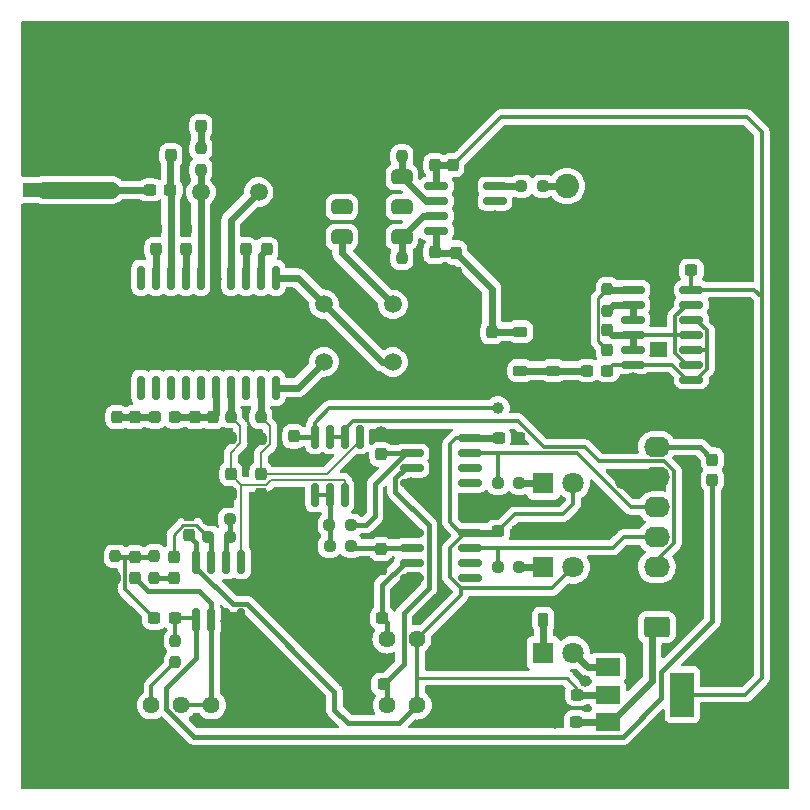
<source format=gbr>
%TF.GenerationSoftware,KiCad,Pcbnew,7.0.6-0*%
%TF.CreationDate,2023-12-30T17:27:14-06:00*%
%TF.ProjectId,IF_AND_DEMOD,49465f41-4e44-45f4-9445-4d4f442e6b69,rev?*%
%TF.SameCoordinates,Original*%
%TF.FileFunction,Copper,L1,Top*%
%TF.FilePolarity,Positive*%
%FSLAX46Y46*%
G04 Gerber Fmt 4.6, Leading zero omitted, Abs format (unit mm)*
G04 Created by KiCad (PCBNEW 7.0.6-0) date 2023-12-30 17:27:14*
%MOMM*%
%LPD*%
G01*
G04 APERTURE LIST*
G04 Aperture macros list*
%AMRoundRect*
0 Rectangle with rounded corners*
0 $1 Rounding radius*
0 $2 $3 $4 $5 $6 $7 $8 $9 X,Y pos of 4 corners*
0 Add a 4 corners polygon primitive as box body*
4,1,4,$2,$3,$4,$5,$6,$7,$8,$9,$2,$3,0*
0 Add four circle primitives for the rounded corners*
1,1,$1+$1,$2,$3*
1,1,$1+$1,$4,$5*
1,1,$1+$1,$6,$7*
1,1,$1+$1,$8,$9*
0 Add four rect primitives between the rounded corners*
20,1,$1+$1,$2,$3,$4,$5,0*
20,1,$1+$1,$4,$5,$6,$7,0*
20,1,$1+$1,$6,$7,$8,$9,0*
20,1,$1+$1,$8,$9,$2,$3,0*%
G04 Aperture macros list end*
%TA.AperFunction,SMDPad,CuDef*%
%ADD10RoundRect,0.237500X0.300000X0.237500X-0.300000X0.237500X-0.300000X-0.237500X0.300000X-0.237500X0*%
%TD*%
%TA.AperFunction,SMDPad,CuDef*%
%ADD11RoundRect,0.237500X0.250000X0.237500X-0.250000X0.237500X-0.250000X-0.237500X0.250000X-0.237500X0*%
%TD*%
%TA.AperFunction,SMDPad,CuDef*%
%ADD12RoundRect,0.237500X-0.237500X0.250000X-0.237500X-0.250000X0.237500X-0.250000X0.237500X0.250000X0*%
%TD*%
%TA.AperFunction,SMDPad,CuDef*%
%ADD13RoundRect,0.225000X0.375000X-0.225000X0.375000X0.225000X-0.375000X0.225000X-0.375000X-0.225000X0*%
%TD*%
%TA.AperFunction,SMDPad,CuDef*%
%ADD14RoundRect,0.237500X-0.300000X-0.237500X0.300000X-0.237500X0.300000X0.237500X-0.300000X0.237500X0*%
%TD*%
%TA.AperFunction,SMDPad,CuDef*%
%ADD15RoundRect,0.237500X-0.250000X-0.237500X0.250000X-0.237500X0.250000X0.237500X-0.250000X0.237500X0*%
%TD*%
%TA.AperFunction,SMDPad,CuDef*%
%ADD16RoundRect,0.237500X0.237500X-0.300000X0.237500X0.300000X-0.237500X0.300000X-0.237500X-0.300000X0*%
%TD*%
%TA.AperFunction,SMDPad,CuDef*%
%ADD17RoundRect,0.150000X-0.825000X-0.150000X0.825000X-0.150000X0.825000X0.150000X-0.825000X0.150000X0*%
%TD*%
%TA.AperFunction,SMDPad,CuDef*%
%ADD18RoundRect,0.237500X-0.237500X0.300000X-0.237500X-0.300000X0.237500X-0.300000X0.237500X0.300000X0*%
%TD*%
%TA.AperFunction,SMDPad,CuDef*%
%ADD19RoundRect,0.150000X0.150000X-0.825000X0.150000X0.825000X-0.150000X0.825000X-0.150000X-0.825000X0*%
%TD*%
%TA.AperFunction,SMDPad,CuDef*%
%ADD20RoundRect,0.225000X0.225000X0.375000X-0.225000X0.375000X-0.225000X-0.375000X0.225000X-0.375000X0*%
%TD*%
%TA.AperFunction,SMDPad,CuDef*%
%ADD21RoundRect,0.237500X0.237500X-0.250000X0.237500X0.250000X-0.237500X0.250000X-0.237500X-0.250000X0*%
%TD*%
%TA.AperFunction,SMDPad,CuDef*%
%ADD22R,3.600000X1.270000*%
%TD*%
%TA.AperFunction,SMDPad,CuDef*%
%ADD23R,4.200000X1.350000*%
%TD*%
%TA.AperFunction,SMDPad,CuDef*%
%ADD24RoundRect,0.237500X0.287500X0.237500X-0.287500X0.237500X-0.287500X-0.237500X0.287500X-0.237500X0*%
%TD*%
%TA.AperFunction,SMDPad,CuDef*%
%ADD25RoundRect,0.150000X0.150000X-0.875000X0.150000X0.875000X-0.150000X0.875000X-0.150000X-0.875000X0*%
%TD*%
%TA.AperFunction,SMDPad,CuDef*%
%ADD26RoundRect,0.317500X-0.572500X0.317500X-0.572500X-0.317500X0.572500X-0.317500X0.572500X0.317500X0*%
%TD*%
%TA.AperFunction,SMDPad,CuDef*%
%ADD27RoundRect,0.225000X-0.375000X0.225000X-0.375000X-0.225000X0.375000X-0.225000X0.375000X0.225000X0*%
%TD*%
%TA.AperFunction,SMDPad,CuDef*%
%ADD28R,2.000000X1.500000*%
%TD*%
%TA.AperFunction,SMDPad,CuDef*%
%ADD29R,2.000000X3.800000*%
%TD*%
%TA.AperFunction,ComponentPad*%
%ADD30C,1.500000*%
%TD*%
%TA.AperFunction,ComponentPad*%
%ADD31R,1.800000X1.800000*%
%TD*%
%TA.AperFunction,ComponentPad*%
%ADD32C,1.800000*%
%TD*%
%TA.AperFunction,ComponentPad*%
%ADD33C,1.440000*%
%TD*%
%TA.AperFunction,ComponentPad*%
%ADD34RoundRect,0.250000X0.845000X-0.620000X0.845000X0.620000X-0.845000X0.620000X-0.845000X-0.620000X0*%
%TD*%
%TA.AperFunction,ComponentPad*%
%ADD35O,2.190000X1.740000*%
%TD*%
%TA.AperFunction,ComponentPad*%
%ADD36C,2.050000*%
%TD*%
%TA.AperFunction,ComponentPad*%
%ADD37C,2.250000*%
%TD*%
%TA.AperFunction,ViaPad*%
%ADD38C,1.000000*%
%TD*%
%TA.AperFunction,ViaPad*%
%ADD39C,5.000000*%
%TD*%
%TA.AperFunction,Conductor*%
%ADD40C,1.400000*%
%TD*%
%TA.AperFunction,Conductor*%
%ADD41C,0.600000*%
%TD*%
%TA.AperFunction,Conductor*%
%ADD42C,0.300000*%
%TD*%
%TA.AperFunction,Conductor*%
%ADD43C,0.400000*%
%TD*%
%TA.AperFunction,Conductor*%
%ADD44C,0.250000*%
%TD*%
%TA.AperFunction,Conductor*%
%ADD45C,0.200000*%
%TD*%
G04 APERTURE END LIST*
D10*
%TO.P,C27,1*%
%TO.N,Net-(C27-Pad1)*%
X113157000Y-152527000D03*
%TO.P,C27,2*%
%TO.N,Net-(D3-A)*%
X111432000Y-152527000D03*
%TD*%
D11*
%TO.P,R9,1*%
%TO.N,Net-(U6-+)*%
X91463500Y-167386000D03*
%TO.P,R9,2*%
%TO.N,Net-(U3A--)*%
X89638500Y-167386000D03*
%TD*%
D12*
%TO.P,R16,1*%
%TO.N,Net-(C33-Pad2)*%
X71501000Y-168251500D03*
%TO.P,R16,2*%
%TO.N,GND*%
X71501000Y-170076500D03*
%TD*%
D13*
%TO.P,D4,1,K*%
%TO.N,Net-(D3-A)*%
X105791000Y-152527000D03*
%TO.P,D4,2,A*%
%TO.N,VEE*%
X105791000Y-149227000D03*
%TD*%
D14*
%TO.P,C29,1*%
%TO.N,GND*%
X108790000Y-182245000D03*
%TO.P,C29,2*%
%TO.N,/VIN*%
X110515000Y-182245000D03*
%TD*%
D15*
%TO.P,R13,1*%
%TO.N,Net-(C32-Pad2)*%
X79375000Y-166624000D03*
%TO.P,R13,2*%
%TO.N,Net-(U8B--)*%
X81200000Y-166624000D03*
%TD*%
D16*
%TO.P,C26,1*%
%TO.N,Net-(C26-Pad1)*%
X113157000Y-150823000D03*
%TO.P,C26,2*%
%TO.N,Net-(C26-Pad2)*%
X113157000Y-149098000D03*
%TD*%
D12*
%TO.P,R4,1*%
%TO.N,GND*%
X95758000Y-132541000D03*
%TO.P,R4,2*%
%TO.N,Net-(U2-+)*%
X95758000Y-134366000D03*
%TD*%
D16*
%TO.P,C21,1*%
%TO.N,GND*%
X93980000Y-169365000D03*
%TO.P,C21,2*%
%TO.N,Net-(U6-+)*%
X93980000Y-167640000D03*
%TD*%
D17*
%TO.P,U5,1,GND*%
%TO.N,GND*%
X96585000Y-158242000D03*
%TO.P,U5,2,+*%
%TO.N,Net-(U5-+)*%
X96585000Y-159512000D03*
%TO.P,U5,3,-*%
%TO.N,Net-(U5--)*%
X96585000Y-160782000D03*
%TO.P,U5,4,V-*%
%TO.N,GND*%
X96585000Y-162052000D03*
%TO.P,U5,5,BAL*%
%TO.N,unconnected-(U5-BAL-Pad5)*%
X101535000Y-162052000D03*
%TO.P,U5,6,STRB*%
%TO.N,unconnected-(U5-STRB-Pad6)*%
X101535000Y-160782000D03*
%TO.P,U5,7*%
%TO.N,/CORR_DET_DOP*%
X101535000Y-159512000D03*
%TO.P,U5,8,V+*%
%TO.N,VCC*%
X101535000Y-158242000D03*
%TD*%
D18*
%TO.P,C28,1*%
%TO.N,VEE*%
X103378000Y-149278000D03*
%TO.P,C28,2*%
%TO.N,GND*%
X103378000Y-151003000D03*
%TD*%
%TO.P,C15,1*%
%TO.N,GND*%
X100076000Y-133403000D03*
%TO.P,C15,2*%
%TO.N,VCC*%
X100076000Y-135128000D03*
%TD*%
D10*
%TO.P,C24,1*%
%TO.N,GND*%
X105611000Y-166116000D03*
%TO.P,C24,2*%
%TO.N,VCC*%
X103886000Y-166116000D03*
%TD*%
D12*
%TO.P,R7,1*%
%TO.N,Net-(U1-AUDIO)*%
X83820000Y-156464000D03*
%TO.P,R7,2*%
%TO.N,GND*%
X83820000Y-158289000D03*
%TD*%
D16*
%TO.P,C6,1*%
%TO.N,GND*%
X78232000Y-158189000D03*
%TO.P,C6,2*%
%TO.N,Net-(U1-VCC)*%
X78232000Y-156464000D03*
%TD*%
D11*
%TO.P,R8,1*%
%TO.N,Net-(U5-+)*%
X91440000Y-165608000D03*
%TO.P,R8,2*%
%TO.N,Net-(U3A--)*%
X89615000Y-165608000D03*
%TD*%
D16*
%TO.P,C5,1*%
%TO.N,GND*%
X79756000Y-158189000D03*
%TO.P,C5,2*%
%TO.N,Net-(U1-VCC)*%
X79756000Y-156464000D03*
%TD*%
D18*
%TO.P,C20,1*%
%TO.N,GND*%
X93980000Y-157887500D03*
%TO.P,C20,2*%
%TO.N,Net-(U5-+)*%
X93980000Y-159612500D03*
%TD*%
D16*
%TO.P,C32,1*%
%TO.N,Net-(C32-Pad1)*%
X76454000Y-170053000D03*
%TO.P,C32,2*%
%TO.N,Net-(C32-Pad2)*%
X76454000Y-168328000D03*
%TD*%
%TO.P,C8,1*%
%TO.N,GND*%
X71628000Y-158189000D03*
%TO.P,C8,2*%
%TO.N,VCC*%
X71628000Y-156464000D03*
%TD*%
D12*
%TO.P,R17,1*%
%TO.N,Net-(C33-Pad1)*%
X76581000Y-175387000D03*
%TO.P,R17,2*%
%TO.N,Net-(R17-Pad2)*%
X76581000Y-177212000D03*
%TD*%
D11*
%TO.P,R14,1*%
%TO.N,Net-(U8B--)*%
X81200000Y-165100000D03*
%TO.P,R14,2*%
%TO.N,GND*%
X79375000Y-165100000D03*
%TD*%
D18*
%TO.P,C4,1*%
%TO.N,GND*%
X77470000Y-140515000D03*
%TO.P,C4,2*%
%TO.N,Net-(C4-Pad2)*%
X77470000Y-142240000D03*
%TD*%
D19*
%TO.P,U3,1*%
%TO.N,Net-(U3A--)*%
X88392000Y-163068000D03*
%TO.P,U3,2,-*%
X89662000Y-163068000D03*
%TO.P,U3,3,+*%
%TO.N,Net-(U1-RSSI)*%
X90932000Y-163068000D03*
%TO.P,U3,4,V-*%
%TO.N,GND*%
X92202000Y-163068000D03*
%TO.P,U3,5,+*%
%TO.N,Net-(U1-AUDIO)*%
X92202000Y-158118000D03*
%TO.P,U3,6,-*%
%TO.N,/PHASE_DET*%
X90932000Y-158118000D03*
%TO.P,U3,7*%
X89662000Y-158118000D03*
%TO.P,U3,8,V+*%
%TO.N,VCC*%
X88392000Y-158118000D03*
%TD*%
D20*
%TO.P,D6,1,K*%
%TO.N,GND*%
X111021000Y-173609000D03*
%TO.P,D6,2,A*%
%TO.N,Net-(D5-K)*%
X107721000Y-173609000D03*
%TD*%
D21*
%TO.P,R12,1*%
%TO.N,Net-(R12-Pad1)*%
X113157000Y-147447000D03*
%TO.P,R12,2*%
%TO.N,Net-(C26-Pad1)*%
X113157000Y-145622000D03*
%TD*%
D18*
%TO.P,C16,1*%
%TO.N,Net-(U1-RSSI)*%
X81280000Y-161290000D03*
%TO.P,C16,2*%
%TO.N,GND*%
X81280000Y-163015000D03*
%TD*%
%TO.P,C35,1*%
%TO.N,/DITHER_DEMOD*%
X122047000Y-160073000D03*
%TO.P,C35,2*%
%TO.N,Net-(C33-Pad1)*%
X122047000Y-161798000D03*
%TD*%
D12*
%TO.P,R15,1*%
%TO.N,Net-(C33-Pad2)*%
X74803000Y-168228000D03*
%TO.P,R15,2*%
%TO.N,Net-(C32-Pad1)*%
X74803000Y-170053000D03*
%TD*%
%TO.P,R3,1*%
%TO.N,Net-(U2--)*%
X95758000Y-143002000D03*
%TO.P,R3,2*%
%TO.N,GND*%
X95758000Y-144827000D03*
%TD*%
D17*
%TO.P,U6,1,GND*%
%TO.N,GND*%
X96585000Y-166243000D03*
%TO.P,U6,2,+*%
%TO.N,Net-(U6-+)*%
X96585000Y-167513000D03*
%TO.P,U6,3,-*%
%TO.N,Net-(U6--)*%
X96585000Y-168783000D03*
%TO.P,U6,4,V-*%
%TO.N,GND*%
X96585000Y-170053000D03*
%TO.P,U6,5,BAL*%
%TO.N,unconnected-(U6-BAL-Pad5)*%
X101535000Y-170053000D03*
%TO.P,U6,6,STRB*%
%TO.N,unconnected-(U6-STRB-Pad6)*%
X101535000Y-168783000D03*
%TO.P,U6,7*%
%TO.N,/CORR_DET_CODE*%
X101535000Y-167513000D03*
%TO.P,U6,8,V+*%
%TO.N,VCC*%
X101535000Y-166243000D03*
%TD*%
D18*
%TO.P,C34,1*%
%TO.N,Net-(C33-Pad2)*%
X73152000Y-168328000D03*
%TO.P,C34,2*%
%TO.N,Net-(U8A--)*%
X73152000Y-170053000D03*
%TD*%
D22*
%TO.P,J1,1,In*%
%TO.N,Net-(J1-In)*%
X65422500Y-137240000D03*
D23*
%TO.P,J1,2,Ext*%
%TO.N,GND*%
X65622500Y-134415000D03*
X65622500Y-140065000D03*
%TD*%
D18*
%TO.P,C2,1*%
%TO.N,GND*%
X76200000Y-132588000D03*
%TO.P,C2,2*%
%TO.N,Net-(U1-IF_I)*%
X76200000Y-134313000D03*
%TD*%
D24*
%TO.P,FB1,1*%
%TO.N,Net-(U1-VCC)*%
X76567000Y-156464000D03*
%TO.P,FB1,2*%
%TO.N,VCC*%
X74817000Y-156464000D03*
%TD*%
D16*
%TO.P,C11,1*%
%TO.N,Net-(C11-Pad1)*%
X82550000Y-142240000D03*
%TO.P,C11,2*%
%TO.N,GND*%
X82550000Y-140515000D03*
%TD*%
D12*
%TO.P,R6,1*%
%TO.N,Net-(U1-RSSI)*%
X81280000Y-156417000D03*
%TO.P,R6,2*%
%TO.N,GND*%
X81280000Y-158242000D03*
%TD*%
D17*
%TO.P,U2,1,V+*%
%TO.N,VCC*%
X98682000Y-136906000D03*
%TO.P,U2,2,+*%
%TO.N,Net-(U2-+)*%
X98682000Y-138176000D03*
%TO.P,U2,3,-*%
%TO.N,Net-(U2--)*%
X98682000Y-139446000D03*
%TO.P,U2,4,V-*%
%TO.N,VEE*%
X98682000Y-140716000D03*
%TO.P,U2,5,LATCH*%
%TO.N,GND*%
X103632000Y-140716000D03*
%TO.P,U2,6,GND*%
X103632000Y-139446000D03*
%TO.P,U2,7,Q*%
%TO.N,unconnected-(U2-Q-Pad7)*%
X103632000Y-138176000D03*
%TO.P,U2,8,~{Q}*%
%TO.N,Net-(U2-~{Q})*%
X103632000Y-136906000D03*
%TD*%
D15*
%TO.P,R10,1*%
%TO.N,/CORR_DET_DOP*%
X103886000Y-162052000D03*
%TO.P,R10,2*%
%TO.N,Net-(D1-K)*%
X105711000Y-162052000D03*
%TD*%
D10*
%TO.P,C22,1*%
%TO.N,GND*%
X105664000Y-158242000D03*
%TO.P,C22,2*%
%TO.N,VCC*%
X103939000Y-158242000D03*
%TD*%
D17*
%TO.P,U4,1*%
%TO.N,Net-(C26-Pad1)*%
X115316000Y-145669000D03*
%TO.P,U4,2*%
%TO.N,Net-(R12-Pad1)*%
X115316000Y-146939000D03*
%TO.P,U4,3*%
X115316000Y-148209000D03*
%TO.P,U4,4*%
%TO.N,Net-(C26-Pad2)*%
X115316000Y-149479000D03*
%TO.P,U4,5*%
X115316000Y-150749000D03*
%TO.P,U4,6*%
%TO.N,Net-(C27-Pad1)*%
X115316000Y-152019000D03*
%TO.P,U4,7,GND*%
%TO.N,GND*%
X115316000Y-153289000D03*
%TO.P,U4,8*%
%TO.N,Net-(C27-Pad1)*%
X120266000Y-153289000D03*
%TO.P,U4,9*%
%TO.N,Net-(C26-Pad2)*%
X120266000Y-152019000D03*
%TO.P,U4,10*%
%TO.N,Net-(C27-Pad1)*%
X120266000Y-150749000D03*
%TO.P,U4,11*%
%TO.N,Net-(C26-Pad2)*%
X120266000Y-149479000D03*
%TO.P,U4,12*%
%TO.N,Net-(C27-Pad1)*%
X120266000Y-148209000D03*
%TO.P,U4,13*%
%TO.N,Net-(C26-Pad2)*%
X120266000Y-146939000D03*
%TO.P,U4,14,VCC*%
%TO.N,VCC*%
X120266000Y-145669000D03*
%TD*%
D10*
%TO.P,C33,1*%
%TO.N,Net-(C33-Pad1)*%
X76528000Y-173482000D03*
%TO.P,C33,2*%
%TO.N,Net-(C33-Pad2)*%
X74803000Y-173482000D03*
%TD*%
D18*
%TO.P,C13,1*%
%TO.N,VEE*%
X100330000Y-142547000D03*
%TO.P,C13,2*%
%TO.N,GND*%
X100330000Y-144272000D03*
%TD*%
%TO.P,C19,1*%
%TO.N,GND*%
X86614000Y-156363500D03*
%TO.P,C19,2*%
%TO.N,VCC*%
X86614000Y-158088500D03*
%TD*%
D16*
%TO.P,C7,1*%
%TO.N,GND*%
X73152000Y-158189000D03*
%TO.P,C7,2*%
%TO.N,VCC*%
X73152000Y-156464000D03*
%TD*%
D14*
%TO.P,C1,1*%
%TO.N,Net-(J1-In)*%
X74424200Y-137236200D03*
%TO.P,C1,2*%
%TO.N,Net-(U1-IF_I)*%
X76149200Y-137236200D03*
%TD*%
D16*
%TO.P,C12,1*%
%TO.N,GND*%
X98552000Y-144219000D03*
%TO.P,C12,2*%
%TO.N,VEE*%
X98552000Y-142494000D03*
%TD*%
D25*
%TO.P,U1,1,RF_IN*%
%TO.N,unconnected-(U1-RF_IN-Pad1)*%
X73660000Y-153979500D03*
%TO.P,U1,2,RF_BYP*%
%TO.N,unconnected-(U1-RF_BYP-Pad2)*%
X74930000Y-153979500D03*
%TO.P,U1,3,OSC_O*%
%TO.N,unconnected-(U1-OSC_O-Pad3)*%
X76200000Y-153979500D03*
%TO.P,U1,4,OSC_I*%
%TO.N,unconnected-(U1-OSC_I-Pad4)*%
X77470000Y-153979500D03*
%TO.P,U1,5,MUTE*%
%TO.N,unconnected-(U1-MUTE-Pad5)*%
X78740000Y-153979500D03*
%TO.P,U1,6,VCC*%
%TO.N,Net-(U1-VCC)*%
X80010000Y-153979500D03*
%TO.P,U1,7,RSSI*%
%TO.N,Net-(U1-RSSI)*%
X81280000Y-153979500D03*
%TO.P,U1,8,A_MUTE*%
%TO.N,unconnected-(U1-A_MUTE-Pad8)*%
X82550000Y-153979500D03*
%TO.P,U1,9,AUDIO*%
%TO.N,Net-(U1-AUDIO)*%
X83820000Y-153979500D03*
%TO.P,U1,10,QUAD_I*%
%TO.N,Net-(U1-QUAD_I)*%
X85090000Y-153979500D03*
%TO.P,U1,11,LIM-OUT*%
%TO.N,Net-(U1-LIM-OUT)*%
X85090000Y-144679500D03*
%TO.P,U1,12,LIM_DEC*%
%TO.N,Net-(C10-Pad1)*%
X83820000Y-144679500D03*
%TO.P,U1,13,LIM_DEC*%
%TO.N,Net-(C11-Pad1)*%
X82550000Y-144679500D03*
%TO.P,U1,14,LIM_I*%
%TO.N,Net-(U1-LIM_I)*%
X81280000Y-144679500D03*
%TO.P,U1,15,GND*%
%TO.N,GND*%
X80010000Y-144679500D03*
%TO.P,U1,16,IF_O*%
%TO.N,Net-(U1-IF_O)*%
X78740000Y-144679500D03*
%TO.P,U1,17,IF_DEC*%
%TO.N,Net-(C4-Pad2)*%
X77470000Y-144679500D03*
%TO.P,U1,18,IF_I*%
%TO.N,Net-(U1-IF_I)*%
X76200000Y-144679500D03*
%TO.P,U1,19,IF_DEC*%
%TO.N,Net-(C3-Pad2)*%
X74930000Y-144679500D03*
%TO.P,U1,20,MIX_O*%
%TO.N,unconnected-(U1-MIX_O-Pad20)*%
X73660000Y-144679500D03*
%TD*%
D26*
%TO.P,T1,1*%
%TO.N,Net-(U2-+)*%
X95758000Y-136144000D03*
%TO.P,T1,2*%
%TO.N,N/C*%
X95758000Y-138684000D03*
%TO.P,T1,3*%
%TO.N,Net-(U2--)*%
X95758000Y-141224000D03*
%TO.P,T1,4*%
%TO.N,Net-(T1-Pad4)*%
X90678000Y-141224000D03*
%TO.P,T1,5*%
%TO.N,N/C*%
X90678000Y-138684000D03*
%TO.P,T1,6*%
%TO.N,GND*%
X90678000Y-136144000D03*
%TD*%
D27*
%TO.P,D3,1,K*%
%TO.N,GND*%
X108585000Y-149226000D03*
%TO.P,D3,2,A*%
%TO.N,Net-(D3-A)*%
X108585000Y-152526000D03*
%TD*%
D16*
%TO.P,C14,1*%
%TO.N,VCC*%
X98552000Y-135128000D03*
%TO.P,C14,2*%
%TO.N,GND*%
X98552000Y-133403000D03*
%TD*%
D10*
%TO.P,C30,1*%
%TO.N,VCC*%
X110615500Y-179959000D03*
%TO.P,C30,2*%
%TO.N,GND*%
X108890500Y-179959000D03*
%TD*%
D12*
%TO.P,R1,1*%
%TO.N,Net-(J1-In)*%
X71120000Y-137240000D03*
%TO.P,R1,2*%
%TO.N,GND*%
X71120000Y-139065000D03*
%TD*%
D19*
%TO.P,U8,1*%
%TO.N,Net-(C33-Pad1)*%
X78359000Y-173671000D03*
%TO.P,U8,2,-*%
%TO.N,Net-(U8A--)*%
X79629000Y-173671000D03*
%TO.P,U8,3,+*%
%TO.N,GND*%
X80899000Y-173671000D03*
%TO.P,U8,4,V-*%
X82169000Y-173671000D03*
%TO.P,U8,5,+*%
%TO.N,Net-(U1-RSSI)*%
X82169000Y-168721000D03*
%TO.P,U8,6,-*%
%TO.N,Net-(U8B--)*%
X80899000Y-168721000D03*
%TO.P,U8,7*%
%TO.N,Net-(C32-Pad2)*%
X79629000Y-168721000D03*
%TO.P,U8,8,V+*%
%TO.N,VCC*%
X78359000Y-168721000D03*
%TD*%
D14*
%TO.P,C23,1*%
%TO.N,GND*%
X92472500Y-179070000D03*
%TO.P,C23,2*%
%TO.N,Net-(U5--)*%
X94197500Y-179070000D03*
%TD*%
D18*
%TO.P,C3,1*%
%TO.N,GND*%
X74930000Y-140515000D03*
%TO.P,C3,2*%
%TO.N,Net-(C3-Pad2)*%
X74930000Y-142240000D03*
%TD*%
%TO.P,C17,1*%
%TO.N,Net-(U1-AUDIO)*%
X83820000Y-161290000D03*
%TO.P,C17,2*%
%TO.N,GND*%
X83820000Y-163015000D03*
%TD*%
D15*
%TO.P,R5,1*%
%TO.N,Net-(U2-~{Q})*%
X105871000Y-136906000D03*
%TO.P,R5,2*%
%TO.N,Net-(J2-In)*%
X107696000Y-136906000D03*
%TD*%
D18*
%TO.P,C31,1*%
%TO.N,GND*%
X77724000Y-164745500D03*
%TO.P,C31,2*%
%TO.N,VCC*%
X77724000Y-166470500D03*
%TD*%
D12*
%TO.P,R2,1*%
%TO.N,Net-(C9-Pad2)*%
X78740000Y-133707500D03*
%TO.P,R2,2*%
%TO.N,Net-(U1-IF_O)*%
X78740000Y-135532500D03*
%TD*%
D16*
%TO.P,C10,1*%
%TO.N,Net-(C10-Pad1)*%
X84328000Y-142240000D03*
%TO.P,C10,2*%
%TO.N,GND*%
X84328000Y-140515000D03*
%TD*%
D28*
%TO.P,U7,1,GND*%
%TO.N,Net-(D5-A)*%
X113207000Y-177659000D03*
%TO.P,U7,2,VO*%
%TO.N,VCC*%
X113207000Y-179959000D03*
D29*
X119507000Y-179959000D03*
D28*
%TO.P,U7,3,VI*%
%TO.N,/VIN*%
X113207000Y-182259000D03*
%TD*%
D18*
%TO.P,C9,1*%
%TO.N,GND*%
X78740000Y-130101000D03*
%TO.P,C9,2*%
%TO.N,Net-(C9-Pad2)*%
X78740000Y-131826000D03*
%TD*%
D14*
%TO.P,C18,1*%
%TO.N,GND*%
X118544000Y-144018000D03*
%TO.P,C18,2*%
%TO.N,VCC*%
X120269000Y-144018000D03*
%TD*%
D15*
%TO.P,R11,1*%
%TO.N,/CORR_DET_CODE*%
X103886000Y-169164000D03*
%TO.P,R11,2*%
%TO.N,Net-(D2-K)*%
X105711000Y-169164000D03*
%TD*%
D14*
%TO.P,C25,1*%
%TO.N,GND*%
X92355500Y-173482000D03*
%TO.P,C25,2*%
%TO.N,Net-(U6--)*%
X94080500Y-173482000D03*
%TD*%
D30*
%TO.P,Y3,1,1*%
%TO.N,Net-(U1-LIM-OUT)*%
X94996000Y-151802000D03*
%TO.P,Y3,2,2*%
%TO.N,Net-(T1-Pad4)*%
X94996000Y-146922000D03*
%TD*%
D31*
%TO.P,D2,1,K*%
%TO.N,Net-(D2-K)*%
X107743000Y-169164000D03*
D32*
%TO.P,D2,2,A*%
%TO.N,VCC*%
X110283000Y-169164000D03*
%TD*%
D31*
%TO.P,D1,1,K*%
%TO.N,Net-(D1-K)*%
X107743000Y-162052000D03*
D32*
%TO.P,D1,2,A*%
%TO.N,VCC*%
X110283000Y-162052000D03*
%TD*%
D30*
%TO.P,Y2,1,1*%
%TO.N,Net-(U1-LIM-OUT)*%
X89154000Y-146902000D03*
%TO.P,Y2,2,2*%
%TO.N,Net-(U1-QUAD_I)*%
X89154000Y-151782000D03*
%TD*%
D31*
%TO.P,D5,1,K*%
%TO.N,Net-(D5-K)*%
X107721000Y-176403000D03*
D32*
%TO.P,D5,2,A*%
%TO.N,Net-(D5-A)*%
X110261000Y-176403000D03*
%TD*%
D30*
%TO.P,Y1,1*%
%TO.N,Net-(U1-IF_O)*%
X78740000Y-137414000D03*
%TO.P,Y1,2*%
%TO.N,GND*%
X81180000Y-137414000D03*
%TO.P,Y1,3*%
%TO.N,Net-(U1-LIM_I)*%
X83620000Y-137414000D03*
%TD*%
D33*
%TO.P,RV2,1,1*%
%TO.N,VCC*%
X97028000Y-175260000D03*
%TO.P,RV2,2,2*%
%TO.N,Net-(U6--)*%
X94488000Y-175260000D03*
%TO.P,RV2,3,3*%
%TO.N,GND*%
X91948000Y-175260000D03*
%TD*%
%TO.P,RV1,1,1*%
%TO.N,VCC*%
X97054500Y-180848000D03*
%TO.P,RV1,2,2*%
%TO.N,Net-(U5--)*%
X94514500Y-180848000D03*
%TO.P,RV1,3,3*%
%TO.N,GND*%
X91974500Y-180848000D03*
%TD*%
D34*
%TO.P,J3,1,Pin_1*%
%TO.N,/VIN*%
X117348000Y-174244000D03*
D35*
%TO.P,J3,2,Pin_2*%
%TO.N,GND*%
X117348000Y-171704000D03*
%TO.P,J3,3,Pin_3*%
%TO.N,/PHASE_DET*%
X117348000Y-169164000D03*
%TO.P,J3,4,Pin_4*%
%TO.N,/CORR_DET_CODE*%
X117348000Y-166624000D03*
%TO.P,J3,5,Pin_5*%
%TO.N,/CORR_DET_DOP*%
X117348000Y-164084000D03*
%TO.P,J3,6,Pin_6*%
%TO.N,GND*%
X117348000Y-161544000D03*
%TO.P,J3,7,Pin_7*%
%TO.N,/DITHER_DEMOD*%
X117348000Y-159004000D03*
%TO.P,J3,8,Pin_8*%
%TO.N,GND*%
X117348000Y-156464000D03*
%TD*%
D33*
%TO.P,RV3,1,1*%
%TO.N,Net-(U8A--)*%
X79629000Y-180848000D03*
%TO.P,RV3,2,2*%
X77089000Y-180848000D03*
%TO.P,RV3,3,3*%
%TO.N,Net-(R17-Pad2)*%
X74549000Y-180848000D03*
%TD*%
D36*
%TO.P,J2,1,In*%
%TO.N,Net-(J2-In)*%
X109728000Y-136906000D03*
D37*
%TO.P,J2,2,Ext*%
%TO.N,GND*%
X107188000Y-139446000D03*
X112268000Y-139446000D03*
X107188000Y-134366000D03*
X112268000Y-134366000D03*
%TD*%
D38*
%TO.N,GND*%
X115316000Y-153162000D03*
X65532000Y-134366000D03*
X98425000Y-177165000D03*
D39*
X124968000Y-126492000D03*
D38*
X115189000Y-168148000D03*
X92202000Y-173482000D03*
X79375000Y-165100000D03*
X93980000Y-157734000D03*
D39*
X67056000Y-126492000D03*
D38*
X105664000Y-158242000D03*
X81280000Y-158242000D03*
X82550000Y-140462000D03*
D39*
X67056000Y-184404000D03*
D38*
X79756000Y-158242000D03*
X76200000Y-132588000D03*
X77724000Y-164719000D03*
X103378000Y-150876000D03*
X111252000Y-178816000D03*
X110998000Y-173736000D03*
X82169000Y-173736000D03*
X108712000Y-182372000D03*
X84836000Y-151892000D03*
X98552000Y-144272000D03*
X117348000Y-150876000D03*
X74168000Y-146812000D03*
X96266000Y-170180000D03*
X100330000Y-144272000D03*
X84836000Y-146812000D03*
X74168000Y-151892000D03*
X93726000Y-169418000D03*
X108712000Y-180086000D03*
X96520000Y-162052000D03*
X92202000Y-163068000D03*
X114300000Y-162052000D03*
X90424000Y-136144000D03*
X81280000Y-163068000D03*
X121666000Y-178435000D03*
X105664000Y-166116000D03*
X84328000Y-140462000D03*
X83820000Y-163068000D03*
X65532000Y-139954000D03*
X98933000Y-179959000D03*
X78740000Y-130048000D03*
X103632000Y-140716000D03*
X92456000Y-179070000D03*
X80010000Y-144780000D03*
X77470000Y-140462000D03*
X98552000Y-133350000D03*
X100076000Y-133350000D03*
D39*
X124968000Y-184404000D03*
D38*
X78232000Y-158242000D03*
X71628000Y-158242000D03*
X118364000Y-144018000D03*
X95758000Y-144780000D03*
X91948000Y-153924000D03*
X115189000Y-165354000D03*
X81788000Y-170942000D03*
X89027000Y-182118000D03*
X96520000Y-158242000D03*
X83566000Y-158242000D03*
X80899000Y-173736000D03*
X74930000Y-140462000D03*
X95758000Y-132334000D03*
X102108000Y-164084000D03*
X103632000Y-139446000D03*
X96520000Y-166116000D03*
X108712000Y-149098000D03*
X71120000Y-138938000D03*
X73152000Y-158242000D03*
X86614000Y-156210000D03*
%TO.N,VCC*%
X103886000Y-155702000D03*
X103939000Y-158242000D03*
X86614000Y-158088500D03*
X74817000Y-156464000D03*
%TD*%
D40*
%TO.N,Net-(J1-In)*%
X65422500Y-137240000D02*
X71120000Y-137240000D01*
D41*
X71120000Y-137240000D02*
X74420400Y-137240000D01*
X74420400Y-137240000D02*
X74424200Y-137236200D01*
%TO.N,Net-(U1-IF_I)*%
X76200000Y-137287000D02*
X76149200Y-137236200D01*
X76149200Y-134363800D02*
X76200000Y-134313000D01*
X76200000Y-144679500D02*
X76200000Y-137287000D01*
X76149200Y-137236200D02*
X76149200Y-134363800D01*
%TO.N,Net-(C3-Pad2)*%
X74930000Y-144679500D02*
X74930000Y-142240000D01*
%TO.N,Net-(C4-Pad2)*%
X77470000Y-144679500D02*
X77470000Y-142240000D01*
%TO.N,Net-(U1-VCC)*%
X78232000Y-156464000D02*
X76567000Y-156464000D01*
X78232000Y-156464000D02*
X79756000Y-156464000D01*
X80010000Y-156210000D02*
X79756000Y-156464000D01*
X80010000Y-153979500D02*
X80010000Y-156210000D01*
D42*
%TO.N,VCC*%
X125603000Y-145669000D02*
X120266000Y-145669000D01*
D41*
X100076000Y-135128000D02*
X98552000Y-135128000D01*
D42*
X100345076Y-158242000D02*
X99822000Y-158765076D01*
D43*
X81451183Y-172296000D02*
X82634000Y-172296000D01*
D42*
X126238000Y-132334000D02*
X126238000Y-146304000D01*
D41*
X98682000Y-135258000D02*
X98552000Y-135128000D01*
D42*
X126238000Y-178562000D02*
X126238000Y-146304000D01*
X88392000Y-156928076D02*
X89618076Y-155702000D01*
X101535000Y-158242000D02*
X100345076Y-158242000D01*
D41*
X98682000Y-136906000D02*
X98682000Y-135258000D01*
D44*
X110615500Y-179959000D02*
X110615500Y-179449500D01*
D43*
X78359000Y-168721000D02*
X78359000Y-169203817D01*
D42*
X99822000Y-170022107D02*
X100741893Y-170942000D01*
D43*
X88392000Y-158118000D02*
X86643500Y-158118000D01*
D41*
X101535000Y-158242000D02*
X103939000Y-158242000D01*
D42*
X99822000Y-158765076D02*
X99822000Y-165354000D01*
D43*
X78359000Y-167105500D02*
X77724000Y-166470500D01*
D42*
X101535000Y-166243000D02*
X101122893Y-166243000D01*
X101122893Y-166243000D02*
X99822000Y-167543893D01*
X110283000Y-163783000D02*
X110283000Y-162052000D01*
D43*
X82634000Y-172296000D02*
X90043000Y-179705000D01*
D42*
X88392000Y-158118000D02*
X88392000Y-156928076D01*
X99822000Y-165354000D02*
X100711000Y-166243000D01*
X89618076Y-155702000D02*
X103886000Y-155702000D01*
X97028000Y-175260000D02*
X100741893Y-171546107D01*
D43*
X90043000Y-181229000D02*
X91186000Y-182372000D01*
X95530500Y-182372000D02*
X97054500Y-180848000D01*
D42*
X104140000Y-131064000D02*
X124968000Y-131064000D01*
X97054500Y-178562000D02*
X97054500Y-175286500D01*
D41*
X74817000Y-156464000D02*
X71628000Y-156464000D01*
D42*
X100741893Y-171546107D02*
X100741893Y-170942000D01*
X108505000Y-170942000D02*
X110283000Y-169164000D01*
D44*
X109728000Y-178562000D02*
X97054500Y-178562000D01*
D41*
X103759000Y-166243000D02*
X103886000Y-166116000D01*
D44*
X110615500Y-179449500D02*
X109728000Y-178562000D01*
D42*
X100711000Y-166243000D02*
X101535000Y-166243000D01*
D43*
X86643500Y-158118000D02*
X86614000Y-158088500D01*
D42*
X97054500Y-175286500D02*
X97028000Y-175260000D01*
X109358668Y-164707332D02*
X110283000Y-163783000D01*
D41*
X113207000Y-179959000D02*
X110615500Y-179959000D01*
D42*
X97054500Y-180848000D02*
X97054500Y-178562000D01*
D43*
X90043000Y-179705000D02*
X90043000Y-181229000D01*
D42*
X120266000Y-144021000D02*
X120269000Y-144018000D01*
X120266000Y-145669000D02*
X120266000Y-144021000D01*
X124968000Y-131064000D02*
X126238000Y-132334000D01*
X126238000Y-146304000D02*
X125603000Y-145669000D01*
X99822000Y-167543893D02*
X99822000Y-170022107D01*
X100076000Y-135128000D02*
X104140000Y-131064000D01*
X119507000Y-179959000D02*
X124841000Y-179959000D01*
X103886000Y-166116000D02*
X105294668Y-164707332D01*
D43*
X91186000Y-182372000D02*
X95530500Y-182372000D01*
D42*
X100741893Y-170942000D02*
X108505000Y-170942000D01*
X105294668Y-164707332D02*
X109358668Y-164707332D01*
D41*
X101535000Y-166243000D02*
X103759000Y-166243000D01*
D43*
X78359000Y-168721000D02*
X78359000Y-167105500D01*
D42*
X124841000Y-179959000D02*
X126238000Y-178562000D01*
D43*
X78359000Y-169203817D02*
X81451183Y-172296000D01*
D41*
%TO.N,Net-(C9-Pad2)*%
X78740000Y-133707500D02*
X78740000Y-131826000D01*
%TO.N,Net-(C10-Pad1)*%
X83820000Y-142748000D02*
X84328000Y-142240000D01*
X83820000Y-144679500D02*
X83820000Y-142748000D01*
D45*
%TO.N,Net-(U1-RSSI)*%
X82080000Y-157217000D02*
X82080000Y-158689640D01*
X84664640Y-161793000D02*
X84280140Y-162177500D01*
X81280000Y-159489640D02*
X81280000Y-161290000D01*
D41*
X81280000Y-153979500D02*
X81280000Y-156417000D01*
D45*
X82167500Y-162177500D02*
X82167500Y-168719500D01*
X82167500Y-168719500D02*
X82169000Y-168721000D01*
X84280140Y-162177500D02*
X82167500Y-162177500D01*
X90932000Y-161878076D02*
X90846924Y-161793000D01*
X90846924Y-161793000D02*
X84664640Y-161793000D01*
X82167500Y-162177500D02*
X81280000Y-161290000D01*
X82080000Y-158689640D02*
X81280000Y-159489640D01*
X81280000Y-156417000D02*
X82080000Y-157217000D01*
X90932000Y-163068000D02*
X90932000Y-161878076D01*
%TO.N,Net-(U1-AUDIO)*%
X92202000Y-158118000D02*
X92202000Y-158459396D01*
X83820000Y-159536640D02*
X83820000Y-161290000D01*
X89371396Y-161290000D02*
X83820000Y-161290000D01*
X84595000Y-157239000D02*
X83820000Y-156464000D01*
X84595000Y-158761640D02*
X84595000Y-157239000D01*
X83820000Y-159536640D02*
X84595000Y-158761640D01*
D41*
X83820000Y-156464000D02*
X83820000Y-153979500D01*
D45*
X92202000Y-158459396D02*
X89371396Y-161290000D01*
D43*
%TO.N,Net-(U5-+)*%
X93472000Y-164846000D02*
X92710000Y-165608000D01*
X96585000Y-159512000D02*
X96102183Y-159512000D01*
X93472000Y-162142183D02*
X93472000Y-164846000D01*
X96585000Y-159512000D02*
X94080500Y-159512000D01*
X96102183Y-159512000D02*
X93472000Y-162142183D01*
X92710000Y-165608000D02*
X91440000Y-165608000D01*
X94080500Y-159512000D02*
X93980000Y-159612500D01*
%TO.N,Net-(U6-+)*%
X96585000Y-167513000D02*
X91590500Y-167513000D01*
X91590500Y-167513000D02*
X91463500Y-167386000D01*
%TO.N,Net-(U5--)*%
X94197500Y-179070000D02*
X95908000Y-177359500D01*
X95210000Y-162774000D02*
X95210000Y-161649000D01*
X95210000Y-161649000D02*
X96077000Y-160782000D01*
X94514500Y-180848000D02*
X94514500Y-179387000D01*
X98044000Y-165608000D02*
X95210000Y-162774000D01*
X95908000Y-177359500D02*
X95908000Y-173078000D01*
X95908000Y-173078000D02*
X98044000Y-170942000D01*
X94514500Y-179387000D02*
X94197500Y-179070000D01*
X98044000Y-170942000D02*
X98044000Y-165608000D01*
%TO.N,Net-(U6--)*%
X94488000Y-173889500D02*
X94080500Y-173482000D01*
X94488000Y-175260000D02*
X94488000Y-173889500D01*
X96012000Y-168783000D02*
X96585000Y-168783000D01*
X94080500Y-170714500D02*
X96012000Y-168783000D01*
X94080500Y-173482000D02*
X94080500Y-170714500D01*
D44*
%TO.N,Net-(C26-Pad1)*%
X113157000Y-150823000D02*
X112357000Y-150023000D01*
D41*
X115316000Y-145669000D02*
X113204000Y-145669000D01*
D44*
X112357000Y-150023000D02*
X112357000Y-146422000D01*
D41*
X113204000Y-145669000D02*
X113157000Y-145622000D01*
D44*
X112357000Y-146422000D02*
X113157000Y-145622000D01*
D41*
%TO.N,Net-(C26-Pad2)*%
X115316000Y-149479000D02*
X115316000Y-150749000D01*
X115316000Y-149479000D02*
X113538000Y-149479000D01*
D42*
X118872000Y-149479000D02*
X118872000Y-147920893D01*
X118872000Y-147920893D02*
X119853893Y-146939000D01*
X119853893Y-152019000D02*
X118872000Y-151037107D01*
X118872000Y-149479000D02*
X115316000Y-149479000D01*
X119853893Y-146939000D02*
X120266000Y-146939000D01*
X120266000Y-152019000D02*
X119853893Y-152019000D01*
D41*
X113538000Y-149479000D02*
X113157000Y-149098000D01*
D42*
X118872000Y-151037107D02*
X118872000Y-149479000D01*
X120266000Y-149479000D02*
X118872000Y-149479000D01*
%TO.N,Net-(C27-Pad1)*%
X119853893Y-153289000D02*
X120266000Y-153289000D01*
X121412000Y-150749000D02*
X120266000Y-150749000D01*
X113665000Y-152019000D02*
X113157000Y-152527000D01*
X121591000Y-150928000D02*
X121412000Y-150749000D01*
X115316000Y-152019000D02*
X113665000Y-152019000D01*
X121591000Y-150928000D02*
X121591000Y-149121893D01*
X120678107Y-153289000D02*
X121591000Y-152376107D01*
X121591000Y-152376107D02*
X121591000Y-150928000D01*
X120266000Y-153289000D02*
X120678107Y-153289000D01*
X115316000Y-152019000D02*
X118583893Y-152019000D01*
X120678107Y-148209000D02*
X120266000Y-148209000D01*
X121591000Y-149121893D02*
X120678107Y-148209000D01*
X118583893Y-152019000D02*
X119853893Y-153289000D01*
D41*
%TO.N,Net-(D3-A)*%
X111432000Y-152527000D02*
X108586000Y-152527000D01*
D42*
X108586000Y-152527000D02*
X108585000Y-152526000D01*
D41*
X105791000Y-152527000D02*
X108584000Y-152527000D01*
D42*
X108584000Y-152527000D02*
X108585000Y-152526000D01*
D41*
%TO.N,/VIN*%
X110529000Y-182259000D02*
X110515000Y-182245000D01*
X116932000Y-178784000D02*
X113457000Y-182259000D01*
X116932000Y-178784000D02*
X116932000Y-174660000D01*
X113457000Y-182259000D02*
X113207000Y-182259000D01*
X113207000Y-182259000D02*
X110529000Y-182259000D01*
X116932000Y-174660000D02*
X117348000Y-174244000D01*
%TO.N,Net-(D1-K)*%
X107743000Y-162052000D02*
X105711000Y-162052000D01*
%TO.N,Net-(D2-K)*%
X105711000Y-169164000D02*
X107743000Y-169164000D01*
%TO.N,Net-(D5-K)*%
X107721000Y-176403000D02*
X107721000Y-173609000D01*
%TO.N,Net-(D5-A)*%
X113207000Y-177659000D02*
X111517000Y-177659000D01*
X111517000Y-177659000D02*
X110261000Y-176403000D01*
%TO.N,Net-(J2-In)*%
X107696000Y-136906000D02*
X109728000Y-136906000D01*
D42*
%TO.N,/CORR_DET_DOP*%
X103886000Y-162052000D02*
X103886000Y-159512000D01*
X110557918Y-159512000D02*
X103886000Y-159512000D01*
X117348000Y-164084000D02*
X115129918Y-164084000D01*
X103886000Y-159512000D02*
X101535000Y-159512000D01*
X115129918Y-164084000D02*
X110557918Y-159512000D01*
%TO.N,/CORR_DET_CODE*%
X114534000Y-166624000D02*
X117348000Y-166624000D01*
X113645000Y-167513000D02*
X114534000Y-166624000D01*
X103886000Y-167513000D02*
X101535000Y-167513000D01*
X103886000Y-169164000D02*
X103886000Y-167513000D01*
X113645000Y-167513000D02*
X103886000Y-167513000D01*
D41*
%TO.N,Net-(U1-IF_O)*%
X78740000Y-135532500D02*
X78740000Y-137414000D01*
X78740000Y-144679500D02*
X78740000Y-137414000D01*
%TO.N,Net-(U2-+)*%
X95758000Y-136144000D02*
X95758000Y-134366000D01*
X98682000Y-138176000D02*
X97790000Y-138176000D01*
X97790000Y-138176000D02*
X95758000Y-136144000D01*
%TO.N,Net-(U2--)*%
X95758000Y-143002000D02*
X95758000Y-141224000D01*
X98682000Y-139446000D02*
X97536000Y-139446000D01*
X97536000Y-139446000D02*
X95758000Y-141224000D01*
%TO.N,Net-(U2-~{Q})*%
X103632000Y-136906000D02*
X105871000Y-136906000D01*
D43*
%TO.N,Net-(U3A--)*%
X89662000Y-167362500D02*
X89638500Y-167386000D01*
D42*
X88392000Y-163068000D02*
X89662000Y-163068000D01*
D43*
X89662000Y-163068000D02*
X89662000Y-167362500D01*
D41*
%TO.N,Net-(R12-Pad1)*%
X113665000Y-146939000D02*
X113157000Y-147447000D01*
X115316000Y-146939000D02*
X113665000Y-146939000D01*
X115316000Y-148209000D02*
X115316000Y-146939000D01*
%TO.N,Net-(T1-Pad4)*%
X90678000Y-141224000D02*
X90678000Y-142604000D01*
X90678000Y-142604000D02*
X94996000Y-146922000D01*
%TO.N,Net-(U1-QUAD_I)*%
X86956500Y-153979500D02*
X89154000Y-151782000D01*
X85090000Y-153979500D02*
X86956500Y-153979500D01*
%TO.N,Net-(U1-LIM-OUT)*%
X94054000Y-151802000D02*
X94996000Y-151802000D01*
X89154000Y-146902000D02*
X94054000Y-151802000D01*
X86931500Y-144679500D02*
X89154000Y-146902000D01*
X85090000Y-144679500D02*
X86931500Y-144679500D01*
%TO.N,Net-(U1-LIM_I)*%
X81280000Y-139754000D02*
X81280000Y-144679500D01*
X83620000Y-137414000D02*
X81280000Y-139754000D01*
%TO.N,Net-(C11-Pad1)*%
X82550000Y-144679500D02*
X82550000Y-142240000D01*
D42*
%TO.N,VEE*%
X103429000Y-149227000D02*
X103378000Y-149278000D01*
D41*
X100330000Y-142547000D02*
X98605000Y-142547000D01*
X103378000Y-145595000D02*
X103378000Y-149278000D01*
X98682000Y-140716000D02*
X98682000Y-142364000D01*
X100330000Y-142547000D02*
X103378000Y-145595000D01*
X98682000Y-142364000D02*
X98552000Y-142494000D01*
X98605000Y-142547000D02*
X98552000Y-142494000D01*
X105791000Y-149227000D02*
X103429000Y-149227000D01*
D42*
%TO.N,/PHASE_DET*%
X91632761Y-156793000D02*
X105583350Y-156793000D01*
X117978341Y-160224000D02*
X112472000Y-160224000D01*
X117348000Y-168574341D02*
X118793000Y-167129341D01*
X117348000Y-169164000D02*
X117348000Y-168574341D01*
X118793000Y-161038659D02*
X117978341Y-160224000D01*
X105583350Y-156793000D02*
X107802350Y-159012000D01*
X118793000Y-167129341D02*
X118793000Y-161038659D01*
X90932000Y-158118000D02*
X89662000Y-158118000D01*
X90932000Y-158118000D02*
X90932000Y-157493761D01*
X111260000Y-159012000D02*
X107802350Y-159012000D01*
X90932000Y-157493761D02*
X91632761Y-156793000D01*
X112472000Y-160224000D02*
X111260000Y-159012000D01*
D43*
%TO.N,Net-(C32-Pad1)*%
X76454000Y-170053000D02*
X74803000Y-170053000D01*
%TO.N,Net-(C32-Pad2)*%
X79629000Y-168721000D02*
X79629000Y-166878000D01*
X79629000Y-166878000D02*
X79375000Y-166624000D01*
D44*
X78359000Y-165608000D02*
X77253505Y-165608000D01*
X77253505Y-165608000D02*
X76454000Y-166407505D01*
X79375000Y-166624000D02*
X78359000Y-165608000D01*
X76454000Y-166407505D02*
X76454000Y-168328000D01*
D42*
%TO.N,Net-(C33-Pad1)*%
X76528000Y-173482000D02*
X78170000Y-173482000D01*
X76581000Y-173535000D02*
X76528000Y-173482000D01*
D43*
X78359000Y-176823061D02*
X78359000Y-173671000D01*
X122047000Y-161798000D02*
X122047000Y-173719000D01*
D42*
X78170000Y-173482000D02*
X78359000Y-173671000D01*
X76581000Y-175387000D02*
X76581000Y-173535000D01*
D43*
X75819000Y-181161920D02*
X75819000Y-179363061D01*
X78172080Y-183515000D02*
X75819000Y-181161920D01*
X122047000Y-173719000D02*
X117729000Y-178037000D01*
X114501000Y-183515000D02*
X78172080Y-183515000D01*
X117729000Y-178037000D02*
X117729000Y-180287000D01*
X117729000Y-180287000D02*
X114501000Y-183515000D01*
X75819000Y-179363061D02*
X78359000Y-176823061D01*
%TO.N,Net-(C33-Pad2)*%
X73152000Y-168328000D02*
X74703000Y-168328000D01*
X73152000Y-168328000D02*
X72390000Y-168328000D01*
X72390000Y-168328000D02*
X71577500Y-168328000D01*
D42*
X72327000Y-171006000D02*
X74803000Y-173482000D01*
D43*
X71577500Y-168328000D02*
X71501000Y-168251500D01*
X74703000Y-168328000D02*
X74803000Y-168228000D01*
D42*
X72390000Y-168328000D02*
X72327000Y-168391000D01*
X72327000Y-168391000D02*
X72327000Y-171006000D01*
D43*
%TO.N,Net-(U8B--)*%
X80899000Y-166925000D02*
X81200000Y-166624000D01*
X80899000Y-168721000D02*
X80899000Y-166925000D01*
X81200000Y-166624000D02*
X81200000Y-165100000D01*
%TO.N,/DITHER_DEMOD*%
X117348000Y-159004000D02*
X120978000Y-159004000D01*
X120978000Y-159004000D02*
X122047000Y-160073000D01*
%TO.N,Net-(U8A--)*%
X79629000Y-172212000D02*
X79629000Y-173671000D01*
X74295000Y-171196000D02*
X78613000Y-171196000D01*
D42*
X77089000Y-180848000D02*
X79629000Y-180848000D01*
D43*
X78613000Y-171196000D02*
X79629000Y-172212000D01*
X79629000Y-173671000D02*
X79629000Y-180848000D01*
X73152000Y-170053000D02*
X74295000Y-171196000D01*
D42*
%TO.N,Net-(R17-Pad2)*%
X76581000Y-177212000D02*
X74549000Y-179244000D01*
X74549000Y-179244000D02*
X74549000Y-180848000D01*
%TD*%
%TA.AperFunction,Conductor*%
%TO.N,GND*%
G36*
X80534703Y-172370623D02*
G01*
X80541180Y-172376654D01*
X80939582Y-172775056D01*
X80942118Y-172777750D01*
X80983254Y-172824183D01*
X80983256Y-172824185D01*
X80993854Y-172831500D01*
X81034300Y-172859417D01*
X81037290Y-172861617D01*
X81086126Y-172899878D01*
X81095363Y-172904035D01*
X81114909Y-172915058D01*
X81123253Y-172920818D01*
X81181235Y-172942807D01*
X81184697Y-172944241D01*
X81241251Y-172969694D01*
X81251213Y-172971519D01*
X81272834Y-172977546D01*
X81282308Y-172981139D01*
X81282311Y-172981140D01*
X81299054Y-172983173D01*
X81343872Y-172988615D01*
X81347569Y-172989177D01*
X81408577Y-173000357D01*
X81408578Y-173000356D01*
X81408579Y-173000357D01*
X81470476Y-172996613D01*
X81474220Y-172996500D01*
X82292481Y-172996500D01*
X82359520Y-173016185D01*
X82380162Y-173032819D01*
X89306181Y-179958838D01*
X89339666Y-180020161D01*
X89342500Y-180046519D01*
X89342500Y-181205951D01*
X89342387Y-181209696D01*
X89338642Y-181271603D01*
X89338642Y-181271605D01*
X89349821Y-181332612D01*
X89350384Y-181336313D01*
X89357859Y-181397870D01*
X89357860Y-181397874D01*
X89361451Y-181407343D01*
X89367474Y-181428946D01*
X89369304Y-181438930D01*
X89394759Y-181495490D01*
X89396189Y-181498941D01*
X89418182Y-181556930D01*
X89418183Y-181556931D01*
X89423936Y-181565266D01*
X89434961Y-181584813D01*
X89439120Y-181594055D01*
X89439122Y-181594057D01*
X89471605Y-181635519D01*
X89477371Y-181642878D01*
X89479591Y-181645896D01*
X89514812Y-181696924D01*
X89514816Y-181696928D01*
X89514817Y-181696929D01*
X89561250Y-181738064D01*
X89563941Y-181740598D01*
X90039887Y-182216544D01*
X90426162Y-182602819D01*
X90459647Y-182664142D01*
X90454663Y-182733834D01*
X90412791Y-182789767D01*
X90347327Y-182814184D01*
X90338481Y-182814500D01*
X78513599Y-182814500D01*
X78446560Y-182794815D01*
X78425918Y-182778181D01*
X77720895Y-182073158D01*
X77687410Y-182011835D01*
X77692394Y-181942143D01*
X77734266Y-181886210D01*
X77737385Y-181883950D01*
X77876519Y-181786529D01*
X78027529Y-181635519D01*
X78056562Y-181594055D01*
X78086446Y-181551377D01*
X78141023Y-181507752D01*
X78188021Y-181498500D01*
X78529979Y-181498500D01*
X78597018Y-181518185D01*
X78631554Y-181551377D01*
X78690471Y-181635520D01*
X78841478Y-181786527D01*
X78841481Y-181786529D01*
X79016419Y-181909021D01*
X79016421Y-181909022D01*
X79016420Y-181909022D01*
X79080936Y-181939105D01*
X79209970Y-181999276D01*
X79416253Y-182054549D01*
X79568215Y-182067844D01*
X79628998Y-182073162D01*
X79629000Y-182073162D01*
X79629002Y-182073162D01*
X79682186Y-182068508D01*
X79841747Y-182054549D01*
X80048030Y-181999276D01*
X80241581Y-181909021D01*
X80416519Y-181786529D01*
X80567529Y-181635519D01*
X80690021Y-181460581D01*
X80780276Y-181267030D01*
X80835549Y-181060747D01*
X80854162Y-180848000D01*
X80835549Y-180635253D01*
X80780276Y-180428970D01*
X80690021Y-180235419D01*
X80567529Y-180060481D01*
X80567527Y-180060478D01*
X80416523Y-179909474D01*
X80389195Y-179890339D01*
X80382375Y-179885563D01*
X80338752Y-179830987D01*
X80329500Y-179783989D01*
X80329500Y-174876969D01*
X80346768Y-174813848D01*
X80380744Y-174756398D01*
X80426598Y-174598569D01*
X80429500Y-174561694D01*
X80429500Y-172780306D01*
X80429085Y-172775039D01*
X80426598Y-172743432D01*
X80426597Y-172743426D01*
X80380745Y-172585606D01*
X80380744Y-172585603D01*
X80380744Y-172585602D01*
X80362781Y-172555228D01*
X80346768Y-172528150D01*
X80329500Y-172465030D01*
X80329500Y-172464336D01*
X80349185Y-172397297D01*
X80401989Y-172351542D01*
X80471147Y-172341598D01*
X80534703Y-172370623D01*
G37*
%TD.AperFunction*%
%TA.AperFunction,Conductor*%
G36*
X109484587Y-179207185D02*
G01*
X109505229Y-179223819D01*
X109599657Y-179318247D01*
X109633142Y-179379570D01*
X109629682Y-179444931D01*
X109587826Y-179571244D01*
X109587825Y-179571248D01*
X109577500Y-179672315D01*
X109577500Y-180245669D01*
X109577501Y-180245687D01*
X109587825Y-180346752D01*
X109615070Y-180428970D01*
X109640270Y-180505019D01*
X109642092Y-180510515D01*
X109642093Y-180510518D01*
X109661127Y-180541377D01*
X109732660Y-180657350D01*
X109854650Y-180779340D01*
X110001484Y-180869908D01*
X110165247Y-180924174D01*
X110266323Y-180934500D01*
X110964676Y-180934499D01*
X110964684Y-180934498D01*
X110964687Y-180934498D01*
X111020030Y-180928844D01*
X111065753Y-180924174D01*
X111229516Y-180869908D01*
X111376350Y-180779340D01*
X111376351Y-180779338D01*
X111378585Y-180777961D01*
X111443682Y-180759500D01*
X111605560Y-180759500D01*
X111672599Y-180779185D01*
X111718354Y-180831989D01*
X111721742Y-180840167D01*
X111763202Y-180951328D01*
X111763204Y-180951331D01*
X111825605Y-181034688D01*
X111850023Y-181100151D01*
X111835172Y-181168425D01*
X111825606Y-181183310D01*
X111763204Y-181266668D01*
X111763202Y-181266671D01*
X111721742Y-181377833D01*
X111679871Y-181433767D01*
X111614407Y-181458184D01*
X111605560Y-181458500D01*
X111361052Y-181458500D01*
X111294013Y-181438815D01*
X111281704Y-181428896D01*
X111281513Y-181429138D01*
X111275852Y-181424661D01*
X111129018Y-181334093D01*
X111129013Y-181334091D01*
X111124550Y-181332612D01*
X110965253Y-181279826D01*
X110965251Y-181279825D01*
X110864178Y-181269500D01*
X110165830Y-181269500D01*
X110165812Y-181269501D01*
X110064747Y-181279825D01*
X109900984Y-181334092D01*
X109900981Y-181334093D01*
X109754148Y-181424661D01*
X109632161Y-181546648D01*
X109541593Y-181693481D01*
X109541591Y-181693486D01*
X109540450Y-181696929D01*
X109487326Y-181857247D01*
X109487326Y-181857248D01*
X109487325Y-181857248D01*
X109477000Y-181958315D01*
X109477000Y-182531669D01*
X109477001Y-182531687D01*
X109487325Y-182632752D01*
X109487327Y-182632757D01*
X109493536Y-182651494D01*
X109495939Y-182721322D01*
X109460209Y-182781365D01*
X109397689Y-182812558D01*
X109375831Y-182814500D01*
X96378019Y-182814500D01*
X96310980Y-182794815D01*
X96265225Y-182742011D01*
X96255281Y-182672853D01*
X96284306Y-182609297D01*
X96290338Y-182602819D01*
X96590363Y-182302793D01*
X96797975Y-182095180D01*
X96859296Y-182061697D01*
X96896459Y-182059335D01*
X97027779Y-182070824D01*
X97054499Y-182073162D01*
X97054500Y-182073162D01*
X97054502Y-182073162D01*
X97107686Y-182068508D01*
X97267247Y-182054549D01*
X97473530Y-181999276D01*
X97667081Y-181909021D01*
X97842019Y-181786529D01*
X97993029Y-181635519D01*
X98115521Y-181460581D01*
X98205776Y-181267030D01*
X98261049Y-181060747D01*
X98279662Y-180848000D01*
X98261049Y-180635253D01*
X98205776Y-180428970D01*
X98115521Y-180235419D01*
X97993029Y-180060481D01*
X97993027Y-180060478D01*
X97842020Y-179909471D01*
X97757876Y-179850553D01*
X97714251Y-179795976D01*
X97704999Y-179748978D01*
X97705000Y-179311500D01*
X97724685Y-179244460D01*
X97777489Y-179198706D01*
X97829000Y-179187500D01*
X109417548Y-179187500D01*
X109484587Y-179207185D01*
G37*
%TD.AperFunction*%
%TA.AperFunction,Conductor*%
G36*
X87534539Y-162413185D02*
G01*
X87580294Y-162465989D01*
X87591500Y-162517500D01*
X87591500Y-163958696D01*
X87594401Y-163995567D01*
X87594402Y-163995573D01*
X87640254Y-164153393D01*
X87640255Y-164153396D01*
X87723917Y-164294862D01*
X87723923Y-164294870D01*
X87840129Y-164411076D01*
X87840133Y-164411079D01*
X87840135Y-164411081D01*
X87981602Y-164494744D01*
X88002719Y-164500879D01*
X88139426Y-164540597D01*
X88139429Y-164540597D01*
X88139431Y-164540598D01*
X88151722Y-164541565D01*
X88176304Y-164543500D01*
X88176306Y-164543500D01*
X88607696Y-164543500D01*
X88626131Y-164542049D01*
X88644569Y-164540598D01*
X88644571Y-164540597D01*
X88644573Y-164540597D01*
X88802905Y-164494597D01*
X88872774Y-164494796D01*
X88931444Y-164532738D01*
X88960288Y-164596376D01*
X88961500Y-164613673D01*
X88961500Y-164683079D01*
X88941815Y-164750118D01*
X88909083Y-164782251D01*
X88909817Y-164783179D01*
X88904149Y-164787660D01*
X88782161Y-164909648D01*
X88691593Y-165056481D01*
X88691591Y-165056486D01*
X88677856Y-165097935D01*
X88637326Y-165220247D01*
X88637326Y-165220248D01*
X88637325Y-165220248D01*
X88627000Y-165321315D01*
X88627000Y-165894669D01*
X88627001Y-165894687D01*
X88637325Y-165995752D01*
X88662171Y-166070731D01*
X88687125Y-166146037D01*
X88691592Y-166159515D01*
X88691593Y-166159518D01*
X88706367Y-166183470D01*
X88778969Y-166301177D01*
X88782161Y-166306351D01*
X88896879Y-166421069D01*
X88930364Y-166482392D01*
X88925380Y-166552084D01*
X88896879Y-166596431D01*
X88805661Y-166687648D01*
X88715093Y-166834481D01*
X88715091Y-166834484D01*
X88715092Y-166834484D01*
X88660826Y-166998247D01*
X88660826Y-166998248D01*
X88660825Y-166998248D01*
X88650500Y-167099315D01*
X88650500Y-167672669D01*
X88650501Y-167672687D01*
X88660825Y-167773752D01*
X88679565Y-167830304D01*
X88700786Y-167894345D01*
X88715092Y-167937515D01*
X88715093Y-167937518D01*
X88730939Y-167963208D01*
X88805660Y-168084350D01*
X88927650Y-168206340D01*
X89074484Y-168296908D01*
X89238247Y-168351174D01*
X89339323Y-168361500D01*
X89937676Y-168361499D01*
X89937684Y-168361498D01*
X89937687Y-168361498D01*
X89999859Y-168355147D01*
X90038753Y-168351174D01*
X90202516Y-168296908D01*
X90349350Y-168206340D01*
X90463319Y-168092370D01*
X90524642Y-168058886D01*
X90594334Y-168063870D01*
X90638681Y-168092371D01*
X90752650Y-168206340D01*
X90899484Y-168296908D01*
X91063247Y-168351174D01*
X91164323Y-168361500D01*
X91762676Y-168361499D01*
X91762684Y-168361498D01*
X91762687Y-168361498D01*
X91824859Y-168355147D01*
X91863753Y-168351174D01*
X92027516Y-168296908D01*
X92067245Y-168272403D01*
X92132813Y-168231961D01*
X92197909Y-168213500D01*
X92974895Y-168213500D01*
X93041934Y-168233185D01*
X93080431Y-168272400D01*
X93159660Y-168400850D01*
X93281650Y-168522840D01*
X93428484Y-168613408D01*
X93592247Y-168667674D01*
X93693323Y-168678000D01*
X94266676Y-168677999D01*
X94266684Y-168677998D01*
X94266687Y-168677998D01*
X94322030Y-168672344D01*
X94367753Y-168667674D01*
X94531516Y-168613408D01*
X94678350Y-168522840D01*
X94800340Y-168400850D01*
X94879567Y-168272401D01*
X94931514Y-168225679D01*
X94985105Y-168213500D01*
X95039327Y-168213500D01*
X95106366Y-168233185D01*
X95152121Y-168285989D01*
X95162065Y-168355147D01*
X95158403Y-168372095D01*
X95112402Y-168530426D01*
X95112401Y-168530432D01*
X95109500Y-168567304D01*
X95109499Y-168643482D01*
X95089814Y-168710521D01*
X95073180Y-168731161D01*
X93601466Y-170202875D01*
X93598740Y-170205442D01*
X93552318Y-170246568D01*
X93517086Y-170297609D01*
X93514868Y-170300624D01*
X93476624Y-170349439D01*
X93476619Y-170349448D01*
X93472460Y-170358688D01*
X93461442Y-170378223D01*
X93455687Y-170386561D01*
X93455683Y-170386567D01*
X93455682Y-170386570D01*
X93455680Y-170386574D01*
X93455679Y-170386577D01*
X93433689Y-170444555D01*
X93432257Y-170448013D01*
X93406805Y-170504568D01*
X93404977Y-170514542D01*
X93398953Y-170536153D01*
X93395360Y-170545627D01*
X93395359Y-170545628D01*
X93387884Y-170607185D01*
X93387321Y-170610886D01*
X93376142Y-170671890D01*
X93376142Y-170671895D01*
X93379886Y-170733803D01*
X93379999Y-170737547D01*
X93380000Y-172555228D01*
X93360315Y-172622267D01*
X93325069Y-172656867D01*
X93325316Y-172657179D01*
X93322415Y-172659472D01*
X93321100Y-172660764D01*
X93319654Y-172661655D01*
X93319653Y-172661656D01*
X93197659Y-172783651D01*
X93107093Y-172930481D01*
X93107091Y-172930486D01*
X93102788Y-172943473D01*
X93052826Y-173094247D01*
X93052826Y-173094248D01*
X93052825Y-173094248D01*
X93042500Y-173195315D01*
X93042500Y-173768669D01*
X93042501Y-173768687D01*
X93052825Y-173869752D01*
X93058830Y-173887872D01*
X93106707Y-174032355D01*
X93107092Y-174033515D01*
X93107093Y-174033518D01*
X93129014Y-174069058D01*
X93197660Y-174180350D01*
X93319650Y-174302340D01*
X93451488Y-174383658D01*
X93498212Y-174435605D01*
X93509435Y-174504567D01*
X93487967Y-174560318D01*
X93426977Y-174647422D01*
X93336725Y-174840968D01*
X93336721Y-174840977D01*
X93281452Y-175047247D01*
X93281450Y-175047258D01*
X93262838Y-175259998D01*
X93262838Y-175260001D01*
X93281450Y-175472741D01*
X93281452Y-175472752D01*
X93336721Y-175679022D01*
X93336723Y-175679026D01*
X93336724Y-175679030D01*
X93362428Y-175734151D01*
X93426977Y-175872578D01*
X93549472Y-176047521D01*
X93700478Y-176198527D01*
X93700481Y-176198529D01*
X93875419Y-176321021D01*
X93875421Y-176321022D01*
X93875420Y-176321022D01*
X93939936Y-176351106D01*
X94068970Y-176411276D01*
X94068976Y-176411277D01*
X94068977Y-176411278D01*
X94118627Y-176424581D01*
X94275253Y-176466549D01*
X94427215Y-176479844D01*
X94487998Y-176485162D01*
X94488000Y-176485162D01*
X94488002Y-176485162D01*
X94541186Y-176480508D01*
X94700747Y-176466549D01*
X94907030Y-176411276D01*
X95031095Y-176353422D01*
X95100172Y-176342931D01*
X95163957Y-176371451D01*
X95202196Y-176429927D01*
X95207500Y-176465805D01*
X95207500Y-177017980D01*
X95187815Y-177085019D01*
X95171181Y-177105661D01*
X94218660Y-178058181D01*
X94157337Y-178091666D01*
X94130979Y-178094500D01*
X93848331Y-178094500D01*
X93848312Y-178094501D01*
X93747247Y-178104825D01*
X93583484Y-178159092D01*
X93583481Y-178159093D01*
X93436648Y-178249661D01*
X93314661Y-178371648D01*
X93224093Y-178518481D01*
X93224091Y-178518486D01*
X93216907Y-178540167D01*
X93169826Y-178682247D01*
X93169826Y-178682248D01*
X93169825Y-178682248D01*
X93159500Y-178783315D01*
X93159500Y-179356669D01*
X93159501Y-179356687D01*
X93169825Y-179457752D01*
X93195796Y-179536125D01*
X93216196Y-179597689D01*
X93224092Y-179621515D01*
X93224093Y-179621518D01*
X93249306Y-179662394D01*
X93314660Y-179768350D01*
X93436650Y-179890340D01*
X93505283Y-179932673D01*
X93552008Y-179984621D01*
X93563231Y-180053583D01*
X93541763Y-180109334D01*
X93453477Y-180235422D01*
X93363225Y-180428968D01*
X93363221Y-180428977D01*
X93307952Y-180635247D01*
X93307950Y-180635258D01*
X93289338Y-180847998D01*
X93289338Y-180848001D01*
X93307950Y-181060741D01*
X93307952Y-181060752D01*
X93363221Y-181267022D01*
X93363223Y-181267026D01*
X93363224Y-181267030D01*
X93414893Y-181377833D01*
X93452508Y-181458500D01*
X93453479Y-181460581D01*
X93464541Y-181476379D01*
X93486867Y-181542582D01*
X93469857Y-181610350D01*
X93418909Y-181658163D01*
X93362965Y-181671500D01*
X91527519Y-181671500D01*
X91460480Y-181651815D01*
X91439838Y-181635181D01*
X90779819Y-180975162D01*
X90746334Y-180913839D01*
X90743500Y-180887481D01*
X90743500Y-179728035D01*
X90743613Y-179724290D01*
X90747357Y-179662394D01*
X90736177Y-179601386D01*
X90735615Y-179597689D01*
X90730173Y-179552871D01*
X90728140Y-179536128D01*
X90724546Y-179526651D01*
X90718519Y-179505029D01*
X90716694Y-179495070D01*
X90716694Y-179495068D01*
X90691239Y-179438512D01*
X90689809Y-179435057D01*
X90679352Y-179407484D01*
X90667818Y-179377070D01*
X90662059Y-179368727D01*
X90651030Y-179349172D01*
X90646877Y-179339943D01*
X90646874Y-179339938D01*
X90608633Y-179291127D01*
X90606413Y-179288110D01*
X90576283Y-179244460D01*
X90571183Y-179237071D01*
X90524750Y-179195935D01*
X90522056Y-179193399D01*
X83145598Y-171816941D01*
X83143064Y-171814250D01*
X83101929Y-171767817D01*
X83101928Y-171767816D01*
X83101924Y-171767812D01*
X83050896Y-171732591D01*
X83047887Y-171730377D01*
X82999060Y-171692124D01*
X82999055Y-171692120D01*
X82989813Y-171687961D01*
X82970266Y-171676936D01*
X82961931Y-171671183D01*
X82961932Y-171671183D01*
X82961930Y-171671182D01*
X82903941Y-171649189D01*
X82900490Y-171647759D01*
X82843930Y-171622304D01*
X82833946Y-171620474D01*
X82812343Y-171614451D01*
X82802874Y-171610860D01*
X82802870Y-171610859D01*
X82741313Y-171603384D01*
X82737612Y-171602821D01*
X82676608Y-171591642D01*
X82676603Y-171591642D01*
X82614697Y-171595387D01*
X82610952Y-171595500D01*
X81792702Y-171595500D01*
X81725663Y-171575815D01*
X81705021Y-171559181D01*
X80550883Y-170405043D01*
X80517398Y-170343720D01*
X80522382Y-170274028D01*
X80564254Y-170218095D01*
X80629718Y-170193678D01*
X80648285Y-170193743D01*
X80679332Y-170196187D01*
X80683305Y-170196500D01*
X80683306Y-170196500D01*
X81114696Y-170196500D01*
X81133131Y-170195049D01*
X81151569Y-170193598D01*
X81151571Y-170193597D01*
X81151573Y-170193597D01*
X81193191Y-170181505D01*
X81309398Y-170147744D01*
X81450865Y-170064081D01*
X81450870Y-170064075D01*
X81457031Y-170059298D01*
X81458933Y-170061750D01*
X81507579Y-170035155D01*
X81577274Y-170040104D01*
X81609695Y-170060940D01*
X81610969Y-170059298D01*
X81617132Y-170064078D01*
X81617135Y-170064081D01*
X81758602Y-170147744D01*
X81790537Y-170157022D01*
X81916426Y-170193597D01*
X81916429Y-170193597D01*
X81916431Y-170193598D01*
X81928722Y-170194565D01*
X81953304Y-170196500D01*
X81953306Y-170196500D01*
X82384696Y-170196500D01*
X82403131Y-170195049D01*
X82421569Y-170193598D01*
X82421571Y-170193597D01*
X82421573Y-170193597D01*
X82463191Y-170181505D01*
X82579398Y-170147744D01*
X82720865Y-170064081D01*
X82837081Y-169947865D01*
X82920744Y-169806398D01*
X82966598Y-169648569D01*
X82969500Y-169611694D01*
X82969500Y-167830306D01*
X82966598Y-167793431D01*
X82957923Y-167763573D01*
X82920745Y-167635606D01*
X82920744Y-167635603D01*
X82920744Y-167635602D01*
X82837081Y-167494135D01*
X82837079Y-167494133D01*
X82837076Y-167494129D01*
X82804319Y-167461372D01*
X82770834Y-167400049D01*
X82768000Y-167373691D01*
X82768000Y-162902000D01*
X82787685Y-162834961D01*
X82840489Y-162789206D01*
X82892000Y-162778000D01*
X84236712Y-162778000D01*
X84244810Y-162778530D01*
X84280140Y-162783182D01*
X84280141Y-162783182D01*
X84332393Y-162776302D01*
X84436902Y-162762544D01*
X84582981Y-162702036D01*
X84610604Y-162680840D01*
X84708422Y-162605782D01*
X84730124Y-162577498D01*
X84735458Y-162571415D01*
X84877057Y-162429817D01*
X84938380Y-162396334D01*
X84964737Y-162393500D01*
X87467500Y-162393500D01*
X87534539Y-162413185D01*
G37*
%TD.AperFunction*%
%TA.AperFunction,Conductor*%
G36*
X120703520Y-159724185D02*
G01*
X120724162Y-159740819D01*
X121035181Y-160051838D01*
X121068666Y-160113161D01*
X121071500Y-160139519D01*
X121071500Y-160422168D01*
X121071501Y-160422187D01*
X121081825Y-160523252D01*
X121112190Y-160614885D01*
X121134925Y-160683495D01*
X121136092Y-160687015D01*
X121136093Y-160687018D01*
X121149161Y-160708204D01*
X121224557Y-160830441D01*
X121226661Y-160833851D01*
X121240629Y-160847819D01*
X121274114Y-160909142D01*
X121269130Y-160978834D01*
X121240629Y-161023181D01*
X121226661Y-161037148D01*
X121136093Y-161183981D01*
X121136091Y-161183986D01*
X121120295Y-161231655D01*
X121081826Y-161347747D01*
X121081826Y-161347748D01*
X121081825Y-161347748D01*
X121071500Y-161448815D01*
X121071500Y-162147169D01*
X121071501Y-162147187D01*
X121081825Y-162248252D01*
X121104830Y-162317674D01*
X121136092Y-162412016D01*
X121202796Y-162520161D01*
X121226661Y-162558851D01*
X121310181Y-162642371D01*
X121343666Y-162703694D01*
X121346500Y-162730052D01*
X121346500Y-173377480D01*
X121326815Y-173444519D01*
X121310181Y-173465161D01*
X117944181Y-176831161D01*
X117882858Y-176864646D01*
X117813166Y-176859662D01*
X117757233Y-176817790D01*
X117732816Y-176752326D01*
X117732500Y-176743480D01*
X117732500Y-175738499D01*
X117752185Y-175671460D01*
X117804989Y-175625705D01*
X117856500Y-175614499D01*
X118243002Y-175614499D01*
X118243008Y-175614499D01*
X118345797Y-175603999D01*
X118512334Y-175548814D01*
X118661656Y-175456712D01*
X118785712Y-175332656D01*
X118877814Y-175183334D01*
X118932999Y-175016797D01*
X118943500Y-174914009D01*
X118943499Y-173573992D01*
X118932999Y-173471203D01*
X118877814Y-173304666D01*
X118785712Y-173155344D01*
X118661656Y-173031288D01*
X118520530Y-172944241D01*
X118512336Y-172939187D01*
X118512331Y-172939185D01*
X118470444Y-172925305D01*
X118345797Y-172884001D01*
X118345795Y-172884000D01*
X118243010Y-172873500D01*
X116452998Y-172873500D01*
X116452981Y-172873501D01*
X116350203Y-172884000D01*
X116350200Y-172884001D01*
X116183668Y-172939185D01*
X116183663Y-172939187D01*
X116034342Y-173031289D01*
X115910289Y-173155342D01*
X115818187Y-173304663D01*
X115818185Y-173304666D01*
X115818186Y-173304666D01*
X115763001Y-173471203D01*
X115763001Y-173471204D01*
X115763000Y-173471204D01*
X115752500Y-173573983D01*
X115752500Y-174914001D01*
X115752501Y-174914018D01*
X115763000Y-175016796D01*
X115763001Y-175016799D01*
X115786537Y-175087824D01*
X115818186Y-175183334D01*
X115865472Y-175259998D01*
X115910289Y-175332657D01*
X116034345Y-175456713D01*
X116056550Y-175470409D01*
X116060341Y-175472747D01*
X116072594Y-175480304D01*
X116119320Y-175532250D01*
X116131500Y-175585844D01*
X116131500Y-178401059D01*
X116111815Y-178468098D01*
X116095181Y-178488740D01*
X114919180Y-179664741D01*
X114857857Y-179698226D01*
X114788165Y-179693242D01*
X114732232Y-179651370D01*
X114707815Y-179585906D01*
X114707499Y-179577060D01*
X114707499Y-179161129D01*
X114707498Y-179161123D01*
X114707182Y-179158184D01*
X114701091Y-179101517D01*
X114693974Y-179082436D01*
X114650797Y-178966671D01*
X114650796Y-178966669D01*
X114588394Y-178883311D01*
X114563977Y-178817847D01*
X114578828Y-178749574D01*
X114588394Y-178734689D01*
X114650796Y-178651331D01*
X114701091Y-178516483D01*
X114707500Y-178456873D01*
X114707499Y-176861128D01*
X114701091Y-176801517D01*
X114679715Y-176744206D01*
X114650797Y-176666671D01*
X114650793Y-176666664D01*
X114564547Y-176551455D01*
X114564544Y-176551452D01*
X114449335Y-176465206D01*
X114449328Y-176465202D01*
X114314482Y-176414908D01*
X114314483Y-176414908D01*
X114254883Y-176408501D01*
X114254881Y-176408500D01*
X114254873Y-176408500D01*
X114254864Y-176408500D01*
X112159129Y-176408500D01*
X112159123Y-176408501D01*
X112099516Y-176414908D01*
X111964671Y-176465202D01*
X111964669Y-176465203D01*
X111861721Y-176542271D01*
X111796257Y-176566688D01*
X111727984Y-176551837D01*
X111678578Y-176502432D01*
X111663726Y-176434159D01*
X111663834Y-176432764D01*
X111666300Y-176403005D01*
X111666300Y-176402993D01*
X111647135Y-176171702D01*
X111647133Y-176171691D01*
X111590157Y-175946699D01*
X111496924Y-175734151D01*
X111369983Y-175539852D01*
X111369980Y-175539849D01*
X111369979Y-175539847D01*
X111212784Y-175369087D01*
X111212779Y-175369083D01*
X111212777Y-175369081D01*
X111029634Y-175226535D01*
X111029628Y-175226531D01*
X110825504Y-175116064D01*
X110825495Y-175116061D01*
X110605984Y-175040702D01*
X110415450Y-175008908D01*
X110377049Y-175002500D01*
X110144951Y-175002500D01*
X110106550Y-175008908D01*
X109916015Y-175040702D01*
X109696504Y-175116061D01*
X109696495Y-175116064D01*
X109492371Y-175226531D01*
X109492365Y-175226535D01*
X109309222Y-175369081D01*
X109309218Y-175369085D01*
X109300866Y-175378158D01*
X109240979Y-175414148D01*
X109171141Y-175412047D01*
X109113525Y-175372522D01*
X109093455Y-175337507D01*
X109064797Y-175260671D01*
X109064793Y-175260664D01*
X108978547Y-175145455D01*
X108978544Y-175145452D01*
X108863335Y-175059206D01*
X108863328Y-175059202D01*
X108728482Y-175008908D01*
X108728483Y-175008908D01*
X108668883Y-175002501D01*
X108668881Y-175002500D01*
X108668873Y-175002500D01*
X108668865Y-175002500D01*
X108645500Y-175002500D01*
X108578461Y-174982815D01*
X108532706Y-174930011D01*
X108521500Y-174878500D01*
X108521500Y-174468104D01*
X108539961Y-174403009D01*
X108608003Y-174292697D01*
X108661349Y-174131708D01*
X108671500Y-174032345D01*
X108671499Y-173185656D01*
X108668402Y-173155342D01*
X108661349Y-173086292D01*
X108661348Y-173086289D01*
X108643123Y-173031289D01*
X108608003Y-172925303D01*
X108607999Y-172925297D01*
X108607998Y-172925294D01*
X108518970Y-172780959D01*
X108518967Y-172780955D01*
X108399044Y-172661032D01*
X108399040Y-172661029D01*
X108254705Y-172572001D01*
X108254699Y-172571998D01*
X108254697Y-172571997D01*
X108204091Y-172555228D01*
X108093709Y-172518651D01*
X107994346Y-172508500D01*
X107447662Y-172508500D01*
X107447644Y-172508501D01*
X107348292Y-172518650D01*
X107348289Y-172518651D01*
X107187305Y-172571996D01*
X107187294Y-172572001D01*
X107042959Y-172661029D01*
X107042955Y-172661032D01*
X106923032Y-172780955D01*
X106923029Y-172780959D01*
X106834001Y-172925294D01*
X106833996Y-172925305D01*
X106780651Y-173086290D01*
X106770500Y-173185647D01*
X106770500Y-174032337D01*
X106770501Y-174032355D01*
X106780650Y-174131707D01*
X106780651Y-174131710D01*
X106833996Y-174292694D01*
X106833998Y-174292699D01*
X106852815Y-174323206D01*
X106902038Y-174403009D01*
X106920499Y-174468105D01*
X106920499Y-174878500D01*
X106900814Y-174945539D01*
X106848010Y-174991294D01*
X106796504Y-175002500D01*
X106773132Y-175002500D01*
X106773123Y-175002501D01*
X106713516Y-175008908D01*
X106578671Y-175059202D01*
X106578664Y-175059206D01*
X106463455Y-175145452D01*
X106463452Y-175145455D01*
X106377206Y-175260664D01*
X106377202Y-175260671D01*
X106326908Y-175395517D01*
X106320501Y-175455116D01*
X106320500Y-175455135D01*
X106320500Y-177350870D01*
X106320501Y-177350876D01*
X106326908Y-177410483D01*
X106377202Y-177545328D01*
X106377206Y-177545335D01*
X106463452Y-177660544D01*
X106463455Y-177660547D01*
X106533835Y-177713234D01*
X106575706Y-177769168D01*
X106580690Y-177838859D01*
X106547204Y-177900182D01*
X106485881Y-177933666D01*
X106459524Y-177936500D01*
X97829000Y-177936500D01*
X97761961Y-177916815D01*
X97716206Y-177864011D01*
X97705000Y-177812500D01*
X97705000Y-177085019D01*
X97705000Y-176340460D01*
X97724684Y-176273425D01*
X97757872Y-176238893D01*
X97815519Y-176198529D01*
X97966529Y-176047519D01*
X98089021Y-175872581D01*
X98179276Y-175679030D01*
X98234549Y-175472747D01*
X98253103Y-175260671D01*
X98253162Y-175260001D01*
X98253162Y-175259998D01*
X98240311Y-175113122D01*
X98234549Y-175047253D01*
X98234548Y-175047252D01*
X98234077Y-175041859D01*
X98235387Y-175041744D01*
X98242432Y-174978593D01*
X98269119Y-174938825D01*
X101141406Y-172066538D01*
X101153972Y-172056472D01*
X101153818Y-172056285D01*
X101159830Y-172051311D01*
X101159830Y-172051310D01*
X101159833Y-172051309D01*
X101209083Y-171998862D01*
X101230804Y-171977142D01*
X101235294Y-171971352D01*
X101239076Y-171966922D01*
X101272341Y-171931500D01*
X101282567Y-171912896D01*
X101293240Y-171896648D01*
X101306256Y-171879870D01*
X101325544Y-171835294D01*
X101328117Y-171830043D01*
X101335310Y-171816959D01*
X101351520Y-171787475D01*
X101356797Y-171766915D01*
X101363099Y-171748510D01*
X101371529Y-171729033D01*
X101376585Y-171697102D01*
X101406514Y-171633969D01*
X101465825Y-171597037D01*
X101499059Y-171592500D01*
X108419495Y-171592500D01*
X108435505Y-171594267D01*
X108435528Y-171594026D01*
X108443289Y-171594758D01*
X108443296Y-171594760D01*
X108515203Y-171592500D01*
X108545925Y-171592500D01*
X108553190Y-171591581D01*
X108559016Y-171591122D01*
X108607569Y-171589597D01*
X108627956Y-171583673D01*
X108646996Y-171579731D01*
X108668058Y-171577071D01*
X108713235Y-171559183D01*
X108718735Y-171557300D01*
X108765398Y-171543744D01*
X108783665Y-171532939D01*
X108801136Y-171524380D01*
X108820871Y-171516568D01*
X108860177Y-171488010D01*
X108865043Y-171484813D01*
X108906865Y-171460081D01*
X108921870Y-171445075D01*
X108936668Y-171432436D01*
X108953837Y-171419963D01*
X108984809Y-171382522D01*
X108988723Y-171378221D01*
X109810800Y-170556144D01*
X109872121Y-170522661D01*
X109932753Y-170526202D01*
X109933048Y-170525040D01*
X109938011Y-170526296D01*
X109938015Y-170526296D01*
X109938019Y-170526298D01*
X110166951Y-170564500D01*
X110166952Y-170564500D01*
X110399048Y-170564500D01*
X110399049Y-170564500D01*
X110627981Y-170526298D01*
X110847503Y-170450936D01*
X111051626Y-170340470D01*
X111054827Y-170337979D01*
X111121853Y-170285810D01*
X111234784Y-170197913D01*
X111391979Y-170027153D01*
X111518924Y-169832849D01*
X111612157Y-169620300D01*
X111669134Y-169395305D01*
X111670344Y-169380705D01*
X111688300Y-169164006D01*
X111688300Y-169163993D01*
X111669135Y-168932702D01*
X111669133Y-168932691D01*
X111612157Y-168707699D01*
X111518924Y-168495151D01*
X111427569Y-168355321D01*
X111407382Y-168288432D01*
X111426562Y-168221246D01*
X111479020Y-168175096D01*
X111531378Y-168163500D01*
X113559495Y-168163500D01*
X113575505Y-168165267D01*
X113575528Y-168165026D01*
X113583289Y-168165758D01*
X113583296Y-168165760D01*
X113655203Y-168163500D01*
X113685925Y-168163500D01*
X113693190Y-168162581D01*
X113699016Y-168162122D01*
X113747569Y-168160597D01*
X113767956Y-168154673D01*
X113786996Y-168150731D01*
X113808058Y-168148071D01*
X113853235Y-168130183D01*
X113858735Y-168128300D01*
X113905398Y-168114744D01*
X113923665Y-168103939D01*
X113941136Y-168095380D01*
X113960871Y-168087568D01*
X114000177Y-168059010D01*
X114005043Y-168055813D01*
X114046865Y-168031081D01*
X114061870Y-168016075D01*
X114076668Y-168003436D01*
X114093837Y-167990963D01*
X114124809Y-167953522D01*
X114128713Y-167949231D01*
X114767126Y-167310819D01*
X114828450Y-167277334D01*
X114854808Y-167274500D01*
X115844801Y-167274500D01*
X115911840Y-167294185D01*
X115950390Y-167333485D01*
X116017138Y-167441891D01*
X116112411Y-167550142D01*
X116171269Y-167617018D01*
X116171273Y-167617022D01*
X116352773Y-167763573D01*
X116352775Y-167763574D01*
X116352780Y-167763578D01*
X116393102Y-167786103D01*
X116442028Y-167835983D01*
X116456220Y-167904396D01*
X116431172Y-167969622D01*
X116402065Y-167997092D01*
X116258907Y-168093850D01*
X116090483Y-168255272D01*
X116090482Y-168255273D01*
X115951762Y-168442834D01*
X115846733Y-168651147D01*
X115846730Y-168651153D01*
X115778416Y-168874223D01*
X115748784Y-169105624D01*
X115758685Y-169338700D01*
X115758686Y-169338709D01*
X115807836Y-169566766D01*
X115807837Y-169566769D01*
X115864388Y-169707500D01*
X115894821Y-169783235D01*
X116017138Y-169981891D01*
X116155851Y-170139500D01*
X116171270Y-170157019D01*
X116171273Y-170157022D01*
X116352773Y-170303573D01*
X116352779Y-170303578D01*
X116556445Y-170417353D01*
X116556448Y-170417354D01*
X116776416Y-170495073D01*
X116889959Y-170514542D01*
X117006344Y-170534499D01*
X117006353Y-170534500D01*
X117631221Y-170534500D01*
X117805446Y-170519671D01*
X117805446Y-170519670D01*
X117805453Y-170519670D01*
X118031219Y-170460885D01*
X118243802Y-170364792D01*
X118437088Y-170234153D01*
X118605516Y-170072728D01*
X118744240Y-169885161D01*
X118849270Y-169676847D01*
X118917583Y-169453780D01*
X118947216Y-169222376D01*
X118937314Y-168989293D01*
X118888164Y-168761235D01*
X118801179Y-168544765D01*
X118678862Y-168346109D01*
X118678858Y-168346104D01*
X118678856Y-168346101D01*
X118670209Y-168336276D01*
X118640695Y-168272946D01*
X118650105Y-168203713D01*
X118675609Y-168166676D01*
X119192513Y-167649772D01*
X119205079Y-167639706D01*
X119204925Y-167639519D01*
X119210937Y-167634545D01*
X119210937Y-167634544D01*
X119210940Y-167634543D01*
X119260190Y-167582096D01*
X119281912Y-167560375D01*
X119286402Y-167554585D01*
X119290184Y-167550155D01*
X119323448Y-167514734D01*
X119333674Y-167496130D01*
X119344347Y-167479882D01*
X119357363Y-167463104D01*
X119376651Y-167418528D01*
X119379224Y-167413277D01*
X119381608Y-167408940D01*
X119402627Y-167370709D01*
X119407904Y-167350149D01*
X119414206Y-167331744D01*
X119422636Y-167312267D01*
X119430235Y-167264286D01*
X119431417Y-167258575D01*
X119443500Y-167211518D01*
X119443500Y-167190294D01*
X119445027Y-167170895D01*
X119448347Y-167149936D01*
X119443773Y-167101558D01*
X119443499Y-167095737D01*
X119443499Y-164105587D01*
X119443499Y-161124152D01*
X119445268Y-161108150D01*
X119445026Y-161108128D01*
X119445760Y-161100365D01*
X119443500Y-161028441D01*
X119443500Y-160997736D01*
X119443500Y-160997734D01*
X119442579Y-160990451D01*
X119442123Y-160984646D01*
X119442003Y-160980819D01*
X119440598Y-160936090D01*
X119434675Y-160915704D01*
X119430729Y-160896649D01*
X119428071Y-160875602D01*
X119428071Y-160875601D01*
X119410186Y-160830431D01*
X119408297Y-160824911D01*
X119402016Y-160803292D01*
X119394744Y-160778261D01*
X119383940Y-160759993D01*
X119375378Y-160742515D01*
X119367568Y-160722788D01*
X119367565Y-160722784D01*
X119341580Y-160687018D01*
X119339014Y-160683486D01*
X119335811Y-160678610D01*
X119311081Y-160636794D01*
X119311079Y-160636792D01*
X119311078Y-160636790D01*
X119296075Y-160621788D01*
X119283435Y-160606989D01*
X119270961Y-160589819D01*
X119233528Y-160558853D01*
X119229206Y-160554919D01*
X118673183Y-159998896D01*
X118639698Y-159937573D01*
X118644682Y-159867881D01*
X118661169Y-159837480D01*
X118696481Y-159789736D01*
X118722344Y-159754765D01*
X118778035Y-159712571D01*
X118822040Y-159704500D01*
X120636481Y-159704500D01*
X120703520Y-159724185D01*
G37*
%TD.AperFunction*%
%TA.AperFunction,Conductor*%
G36*
X110514036Y-177800595D02*
G01*
X110552764Y-177826842D01*
X110887184Y-178161262D01*
X111014738Y-178288816D01*
X111050089Y-178311028D01*
X111055765Y-178315055D01*
X111088411Y-178341090D01*
X111088412Y-178341091D01*
X111109548Y-178351269D01*
X111126035Y-178359208D01*
X111132112Y-178362567D01*
X111146564Y-178371648D01*
X111167477Y-178384789D01*
X111206891Y-178398581D01*
X111213320Y-178401244D01*
X111250941Y-178419361D01*
X111291641Y-178428650D01*
X111298328Y-178430576D01*
X111337742Y-178444367D01*
X111337745Y-178444368D01*
X111379241Y-178449043D01*
X111386093Y-178450207D01*
X111426806Y-178459500D01*
X111472046Y-178459500D01*
X111605560Y-178459500D01*
X111672599Y-178479185D01*
X111718354Y-178531989D01*
X111721742Y-178540167D01*
X111763202Y-178651328D01*
X111763204Y-178651331D01*
X111825605Y-178734688D01*
X111850023Y-178800151D01*
X111835172Y-178868425D01*
X111825606Y-178883310D01*
X111763204Y-178966668D01*
X111763202Y-178966671D01*
X111721742Y-179077833D01*
X111679871Y-179133767D01*
X111614407Y-179158184D01*
X111605560Y-179158500D01*
X111443682Y-179158500D01*
X111378585Y-179140039D01*
X111376351Y-179138661D01*
X111376350Y-179138660D01*
X111268566Y-179072178D01*
X111229518Y-179048093D01*
X111229517Y-179048092D01*
X111229516Y-179048092D01*
X111065753Y-178993826D01*
X111065752Y-178993825D01*
X111061736Y-178992495D01*
X111013060Y-178962470D01*
X110228803Y-178178212D01*
X110218980Y-178165950D01*
X110218759Y-178166134D01*
X110213786Y-178160123D01*
X110197331Y-178144671D01*
X110163364Y-178112773D01*
X110152919Y-178102328D01*
X110142475Y-178091883D01*
X110136986Y-178087625D01*
X110132561Y-178083847D01*
X110098582Y-178051938D01*
X110098580Y-178051936D01*
X110098577Y-178051935D01*
X110081029Y-178042288D01*
X110064757Y-178031599D01*
X110056029Y-178024828D01*
X110015126Y-177968183D01*
X110011341Y-177898416D01*
X110045876Y-177837678D01*
X110107766Y-177805252D01*
X110142289Y-177803279D01*
X110144949Y-177803499D01*
X110144951Y-177803500D01*
X110144953Y-177803500D01*
X110377051Y-177803500D01*
X110403732Y-177799047D01*
X110444672Y-177792215D01*
X110514036Y-177800595D01*
G37*
%TD.AperFunction*%
%TA.AperFunction,Conductor*%
G36*
X100022827Y-157463185D02*
G01*
X100068582Y-157515989D01*
X100078526Y-157585147D01*
X100049501Y-157648703D01*
X100028672Y-157667819D01*
X99997476Y-157690484D01*
X99989915Y-157695977D01*
X99985032Y-157699184D01*
X99943208Y-157723919D01*
X99928202Y-157738926D01*
X99913412Y-157751558D01*
X99896243Y-157764032D01*
X99896241Y-157764034D01*
X99865270Y-157801470D01*
X99861338Y-157805791D01*
X99422483Y-158244645D01*
X99409910Y-158254719D01*
X99410065Y-158254906D01*
X99404059Y-158259874D01*
X99382499Y-158282834D01*
X99354809Y-158312320D01*
X99343949Y-158323180D01*
X99333088Y-158334041D01*
X99333078Y-158334053D01*
X99328587Y-158339841D01*
X99324801Y-158344273D01*
X99291552Y-158379682D01*
X99281322Y-158398289D01*
X99270646Y-158414540D01*
X99257640Y-158431308D01*
X99257636Y-158431314D01*
X99238348Y-158475887D01*
X99235777Y-158481134D01*
X99212372Y-158523706D01*
X99212372Y-158523707D01*
X99207091Y-158544275D01*
X99200791Y-158562677D01*
X99192364Y-158582149D01*
X99184766Y-158630123D01*
X99183581Y-158635846D01*
X99171500Y-158682894D01*
X99171500Y-158704120D01*
X99169973Y-158723520D01*
X99166653Y-158744479D01*
X99171225Y-158792843D01*
X99171500Y-158798682D01*
X99171500Y-165268494D01*
X99169732Y-165284505D01*
X99169974Y-165284528D01*
X99169240Y-165292294D01*
X99171500Y-165364203D01*
X99171500Y-165394920D01*
X99171501Y-165394940D01*
X99172418Y-165402206D01*
X99172876Y-165408024D01*
X99174402Y-165456567D01*
X99174403Y-165456570D01*
X99180323Y-165476948D01*
X99184268Y-165495996D01*
X99186928Y-165517054D01*
X99186931Y-165517064D01*
X99204813Y-165562230D01*
X99206705Y-165567758D01*
X99220254Y-165614395D01*
X99220255Y-165614397D01*
X99231060Y-165632666D01*
X99239617Y-165650134D01*
X99243059Y-165658825D01*
X99247432Y-165669872D01*
X99275983Y-165709170D01*
X99279188Y-165714049D01*
X99303919Y-165755865D01*
X99303923Y-165755869D01*
X99318925Y-165770871D01*
X99331563Y-165785669D01*
X99344033Y-165802833D01*
X99344036Y-165802836D01*
X99344037Y-165802837D01*
X99381476Y-165833809D01*
X99385776Y-165837722D01*
X99653973Y-166105919D01*
X99909319Y-166361265D01*
X99942804Y-166422588D01*
X99937820Y-166492280D01*
X99909319Y-166536627D01*
X99422483Y-167023462D01*
X99409910Y-167033536D01*
X99410065Y-167033723D01*
X99404059Y-167038691D01*
X99379434Y-167064913D01*
X99354809Y-167091137D01*
X99343949Y-167101997D01*
X99333088Y-167112858D01*
X99333078Y-167112870D01*
X99328587Y-167118658D01*
X99324801Y-167123090D01*
X99291552Y-167158499D01*
X99281322Y-167177106D01*
X99270646Y-167193357D01*
X99257640Y-167210125D01*
X99257636Y-167210131D01*
X99238348Y-167254704D01*
X99235777Y-167259951D01*
X99212372Y-167302523D01*
X99212372Y-167302524D01*
X99207091Y-167323092D01*
X99200791Y-167341494D01*
X99192364Y-167360966D01*
X99184766Y-167408940D01*
X99183581Y-167414663D01*
X99171500Y-167461711D01*
X99171500Y-167482937D01*
X99169973Y-167502336D01*
X99166653Y-167523298D01*
X99170158Y-167560370D01*
X99171225Y-167571660D01*
X99171500Y-167577499D01*
X99171500Y-169936601D01*
X99169732Y-169952612D01*
X99169974Y-169952635D01*
X99169240Y-169960401D01*
X99171500Y-170032310D01*
X99171500Y-170063027D01*
X99171501Y-170063047D01*
X99172418Y-170070313D01*
X99172876Y-170076131D01*
X99174402Y-170124674D01*
X99174403Y-170124677D01*
X99180323Y-170145055D01*
X99184268Y-170164103D01*
X99186928Y-170185161D01*
X99186931Y-170185171D01*
X99204813Y-170230337D01*
X99206705Y-170235865D01*
X99220254Y-170282502D01*
X99220255Y-170282504D01*
X99231060Y-170300773D01*
X99239617Y-170318241D01*
X99245226Y-170332407D01*
X99247432Y-170337979D01*
X99275983Y-170377277D01*
X99279191Y-170382160D01*
X99303350Y-170423011D01*
X99303919Y-170423972D01*
X99303923Y-170423976D01*
X99318925Y-170438978D01*
X99331563Y-170453776D01*
X99344033Y-170470940D01*
X99344036Y-170470943D01*
X99344037Y-170470944D01*
X99381476Y-170501916D01*
X99385776Y-170505829D01*
X99798907Y-170918960D01*
X100036319Y-171156372D01*
X100069804Y-171217695D01*
X100064820Y-171287387D01*
X100036319Y-171331734D01*
X97349175Y-174018877D01*
X97287852Y-174052362D01*
X97246202Y-174053192D01*
X97246139Y-174053923D01*
X97240748Y-174053451D01*
X97240747Y-174053451D01*
X97082942Y-174039644D01*
X97028001Y-174034838D01*
X97027998Y-174034838D01*
X96815258Y-174053450D01*
X96815244Y-174053453D01*
X96764591Y-174067025D01*
X96694741Y-174065362D01*
X96636879Y-174026198D01*
X96609376Y-173961970D01*
X96608499Y-173947250D01*
X96608499Y-173761605D01*
X96608499Y-173419514D01*
X96628184Y-173352479D01*
X96644813Y-173331842D01*
X98523056Y-171453599D01*
X98525748Y-171451065D01*
X98572183Y-171409929D01*
X98607436Y-171358855D01*
X98609613Y-171355896D01*
X98647878Y-171307057D01*
X98652037Y-171297815D01*
X98663062Y-171278268D01*
X98668818Y-171269930D01*
X98690820Y-171211912D01*
X98692235Y-171208495D01*
X98717694Y-171151932D01*
X98719520Y-171141965D01*
X98725548Y-171120340D01*
X98729140Y-171110872D01*
X98736615Y-171049309D01*
X98737179Y-171045605D01*
X98748357Y-170984605D01*
X98744612Y-170922706D01*
X98744499Y-170918960D01*
X98744499Y-165631038D01*
X98744612Y-165627292D01*
X98745526Y-165612181D01*
X98748357Y-165565394D01*
X98737177Y-165504386D01*
X98736615Y-165500689D01*
X98729140Y-165439129D01*
X98729139Y-165439125D01*
X98725546Y-165429651D01*
X98719519Y-165408029D01*
X98719181Y-165406182D01*
X98717694Y-165398068D01*
X98692241Y-165341514D01*
X98690807Y-165338052D01*
X98690542Y-165337354D01*
X98668818Y-165280070D01*
X98663058Y-165271726D01*
X98652035Y-165252180D01*
X98647878Y-165242943D01*
X98609617Y-165194107D01*
X98607417Y-165191117D01*
X98577937Y-165148407D01*
X98572185Y-165140073D01*
X98569468Y-165137666D01*
X98525750Y-165098935D01*
X98523056Y-165096399D01*
X95946819Y-162520161D01*
X95913334Y-162458838D01*
X95910500Y-162432480D01*
X95910500Y-162248251D01*
X95910500Y-161990514D01*
X95930183Y-161923479D01*
X95946809Y-161902846D01*
X96230839Y-161618816D01*
X96292161Y-161585334D01*
X96318519Y-161582500D01*
X97475696Y-161582500D01*
X97494131Y-161581049D01*
X97512569Y-161579598D01*
X97512571Y-161579597D01*
X97512573Y-161579597D01*
X97560082Y-161565794D01*
X97670398Y-161533744D01*
X97811865Y-161450081D01*
X97928081Y-161333865D01*
X98011744Y-161192398D01*
X98057598Y-161034569D01*
X98060500Y-160997694D01*
X98060500Y-160566306D01*
X98059913Y-160558853D01*
X98057598Y-160529432D01*
X98057597Y-160529426D01*
X98011745Y-160371606D01*
X98011744Y-160371603D01*
X98011744Y-160371602D01*
X97961415Y-160286500D01*
X97928084Y-160230139D01*
X97923301Y-160223974D01*
X97925745Y-160222077D01*
X97899142Y-160173358D01*
X97904126Y-160103666D01*
X97924932Y-160071291D01*
X97923301Y-160070026D01*
X97928077Y-160063868D01*
X97928081Y-160063865D01*
X98011744Y-159922398D01*
X98057598Y-159764569D01*
X98060500Y-159727694D01*
X98060500Y-159296306D01*
X98057598Y-159259431D01*
X98044450Y-159214177D01*
X98016485Y-159117920D01*
X98011744Y-159101602D01*
X97928081Y-158960135D01*
X97928079Y-158960133D01*
X97928076Y-158960129D01*
X97811870Y-158843923D01*
X97811862Y-158843917D01*
X97730420Y-158795753D01*
X97670398Y-158760256D01*
X97670397Y-158760255D01*
X97670396Y-158760255D01*
X97670393Y-158760254D01*
X97512573Y-158714402D01*
X97512567Y-158714401D01*
X97475696Y-158711500D01*
X97475694Y-158711500D01*
X95694306Y-158711500D01*
X95694304Y-158711500D01*
X95657432Y-158714401D01*
X95657426Y-158714402D01*
X95499606Y-158760254D01*
X95499603Y-158760255D01*
X95474365Y-158775181D01*
X95443363Y-158793516D01*
X95442152Y-158794232D01*
X95379031Y-158811500D01*
X94811552Y-158811500D01*
X94744513Y-158791815D01*
X94723871Y-158775181D01*
X94678351Y-158729661D01*
X94678350Y-158729660D01*
X94556193Y-158654313D01*
X94531518Y-158639093D01*
X94531513Y-158639091D01*
X94513162Y-158633010D01*
X94367753Y-158584826D01*
X94367751Y-158584825D01*
X94266678Y-158574500D01*
X93693330Y-158574500D01*
X93693312Y-158574501D01*
X93592247Y-158584825D01*
X93428484Y-158639092D01*
X93428481Y-158639093D01*
X93281648Y-158729661D01*
X93214181Y-158797129D01*
X93152858Y-158830614D01*
X93083166Y-158825630D01*
X93027233Y-158783758D01*
X93002816Y-158718294D01*
X93002500Y-158709448D01*
X93002500Y-157567500D01*
X93022185Y-157500461D01*
X93074989Y-157454706D01*
X93126500Y-157443500D01*
X99955788Y-157443500D01*
X100022827Y-157463185D01*
G37*
%TD.AperFunction*%
%TA.AperFunction,Conductor*%
G36*
X97286539Y-169603185D02*
G01*
X97332294Y-169655989D01*
X97343500Y-169707500D01*
X97343500Y-170600480D01*
X97323815Y-170667519D01*
X97307181Y-170688161D01*
X95428966Y-172566375D01*
X95426240Y-172568942D01*
X95379818Y-172610068D01*
X95344586Y-172661109D01*
X95342368Y-172664124D01*
X95304124Y-172712939D01*
X95304119Y-172712948D01*
X95299960Y-172722188D01*
X95288942Y-172741723D01*
X95283187Y-172750061D01*
X95283183Y-172750067D01*
X95283182Y-172750070D01*
X95283180Y-172750074D01*
X95283179Y-172750077D01*
X95261189Y-172808055D01*
X95259757Y-172811513D01*
X95237884Y-172860116D01*
X95192421Y-172913171D01*
X95125491Y-172933225D01*
X95058344Y-172913910D01*
X95019268Y-172874324D01*
X94963340Y-172783650D01*
X94841350Y-172661660D01*
X94841349Y-172661659D01*
X94841347Y-172661657D01*
X94839905Y-172660768D01*
X94839122Y-172659897D01*
X94835684Y-172657179D01*
X94836148Y-172656591D01*
X94793179Y-172608821D01*
X94781000Y-172555232D01*
X94781000Y-171056018D01*
X94800685Y-170988978D01*
X94817319Y-170968337D01*
X96165837Y-169619819D01*
X96227160Y-169586334D01*
X96253518Y-169583500D01*
X97219500Y-169583500D01*
X97286539Y-169603185D01*
G37*
%TD.AperFunction*%
%TA.AperFunction,Conductor*%
G36*
X111868756Y-161744860D02*
G01*
X111883250Y-161757278D01*
X114609482Y-164483510D01*
X114619553Y-164496080D01*
X114619740Y-164495926D01*
X114624714Y-164501937D01*
X114624716Y-164501940D01*
X114653263Y-164528748D01*
X114677161Y-164551190D01*
X114698885Y-164572913D01*
X114704675Y-164577405D01*
X114709115Y-164581197D01*
X114725280Y-164596376D01*
X114744525Y-164614448D01*
X114744527Y-164614449D01*
X114763123Y-164624672D01*
X114779388Y-164635357D01*
X114796150Y-164648360D01*
X114796153Y-164648361D01*
X114796154Y-164648362D01*
X114840741Y-164667656D01*
X114845977Y-164670221D01*
X114888550Y-164693627D01*
X114902043Y-164697091D01*
X114909104Y-164698904D01*
X114927516Y-164705207D01*
X114946991Y-164713635D01*
X114994989Y-164721237D01*
X115000658Y-164722411D01*
X115047741Y-164734500D01*
X115068969Y-164734500D01*
X115088366Y-164736026D01*
X115109321Y-164739345D01*
X115109322Y-164739346D01*
X115109322Y-164739345D01*
X115109323Y-164739346D01*
X115157678Y-164734775D01*
X115163517Y-164734500D01*
X115844801Y-164734500D01*
X115911840Y-164754185D01*
X115950390Y-164793485D01*
X116017138Y-164901891D01*
X116137632Y-165038799D01*
X116171269Y-165077018D01*
X116171273Y-165077022D01*
X116352773Y-165223573D01*
X116352775Y-165223574D01*
X116352780Y-165223578D01*
X116393102Y-165246103D01*
X116442028Y-165295983D01*
X116456220Y-165364396D01*
X116431172Y-165429622D01*
X116402065Y-165457092D01*
X116258907Y-165553850D01*
X116090483Y-165715272D01*
X116090482Y-165715273D01*
X115951764Y-165902831D01*
X115951759Y-165902839D01*
X115951760Y-165902839D01*
X115950505Y-165905326D01*
X115949695Y-165906191D01*
X115949002Y-165907318D01*
X115948772Y-165907176D01*
X115902750Y-165956324D01*
X115839784Y-165973500D01*
X114619505Y-165973500D01*
X114603494Y-165971732D01*
X114603472Y-165971974D01*
X114595705Y-165971240D01*
X114595704Y-165971240D01*
X114523797Y-165973500D01*
X114493075Y-165973500D01*
X114493071Y-165973500D01*
X114493061Y-165973501D01*
X114485793Y-165974419D01*
X114479976Y-165974876D01*
X114431436Y-165976402D01*
X114431425Y-165976404D01*
X114411049Y-165982323D01*
X114392008Y-165986266D01*
X114370953Y-165988926D01*
X114370937Y-165988930D01*
X114325771Y-166006812D01*
X114320244Y-166008704D01*
X114273599Y-166022256D01*
X114255327Y-166033062D01*
X114237861Y-166041619D01*
X114218128Y-166049432D01*
X114178830Y-166077983D01*
X114173953Y-166081186D01*
X114164846Y-166086573D01*
X114132132Y-166105920D01*
X114117126Y-166120926D01*
X114102336Y-166133558D01*
X114085167Y-166146032D01*
X114085165Y-166146034D01*
X114054194Y-166183470D01*
X114050261Y-166187791D01*
X113726446Y-166511608D01*
X113411873Y-166826181D01*
X113350550Y-166859666D01*
X113324192Y-166862500D01*
X104961315Y-166862500D01*
X104894276Y-166842815D01*
X104848521Y-166790011D01*
X104838577Y-166720853D01*
X104855778Y-166673401D01*
X104859404Y-166667522D01*
X104859408Y-166667516D01*
X104913674Y-166503753D01*
X104924000Y-166402677D01*
X104923999Y-166049306D01*
X104943683Y-165982268D01*
X104960313Y-165961631D01*
X105527794Y-165394151D01*
X105589118Y-165360666D01*
X105615476Y-165357832D01*
X109273163Y-165357832D01*
X109289173Y-165359599D01*
X109289196Y-165359358D01*
X109296957Y-165360090D01*
X109296964Y-165360092D01*
X109368871Y-165357832D01*
X109399593Y-165357832D01*
X109406858Y-165356913D01*
X109412684Y-165356454D01*
X109461237Y-165354929D01*
X109481624Y-165349005D01*
X109500664Y-165345063D01*
X109521726Y-165342403D01*
X109566903Y-165324515D01*
X109572403Y-165322632D01*
X109619066Y-165309076D01*
X109637333Y-165298271D01*
X109654804Y-165289712D01*
X109674539Y-165281900D01*
X109713845Y-165253342D01*
X109718711Y-165250145D01*
X109760533Y-165225413D01*
X109775538Y-165210407D01*
X109790336Y-165197768D01*
X109795352Y-165194124D01*
X109807505Y-165185295D01*
X109838477Y-165147854D01*
X109842391Y-165143553D01*
X110682513Y-164303431D01*
X110695079Y-164293365D01*
X110694925Y-164293178D01*
X110700937Y-164288204D01*
X110700937Y-164288203D01*
X110700940Y-164288202D01*
X110750190Y-164235755D01*
X110771911Y-164214035D01*
X110776401Y-164208245D01*
X110780183Y-164203815D01*
X110813448Y-164168393D01*
X110823674Y-164149789D01*
X110834347Y-164133541D01*
X110847363Y-164116763D01*
X110866651Y-164072187D01*
X110869224Y-164066936D01*
X110876337Y-164053998D01*
X110892627Y-164024368D01*
X110897904Y-164003808D01*
X110904206Y-163985403D01*
X110912636Y-163965926D01*
X110920235Y-163917945D01*
X110921417Y-163912234D01*
X110933500Y-163865177D01*
X110933500Y-163843954D01*
X110935027Y-163824554D01*
X110938347Y-163803595D01*
X110933775Y-163755239D01*
X110933499Y-163749399D01*
X110933499Y-163529231D01*
X110933499Y-163366281D01*
X110953184Y-163299245D01*
X110998479Y-163257231D01*
X111051626Y-163228470D01*
X111234784Y-163085913D01*
X111391979Y-162915153D01*
X111518924Y-162720849D01*
X111612157Y-162508300D01*
X111669134Y-162283305D01*
X111670783Y-162263406D01*
X111688300Y-162052006D01*
X111688300Y-162051994D01*
X111671993Y-161855199D01*
X111686074Y-161786763D01*
X111734919Y-161736804D01*
X111803020Y-161721183D01*
X111868756Y-161744860D01*
G37*
%TD.AperFunction*%
%TA.AperFunction,Conductor*%
G36*
X94428834Y-162278519D02*
G01*
X94484768Y-162320391D01*
X94509184Y-162385856D01*
X94509500Y-162394701D01*
X94509500Y-162750951D01*
X94509387Y-162754696D01*
X94506018Y-162810396D01*
X94505642Y-162816606D01*
X94511670Y-162849503D01*
X94516821Y-162877612D01*
X94517384Y-162881313D01*
X94524859Y-162942870D01*
X94524860Y-162942874D01*
X94528451Y-162952343D01*
X94534474Y-162973946D01*
X94536304Y-162983930D01*
X94561759Y-163040490D01*
X94563189Y-163043941D01*
X94585182Y-163101930D01*
X94585183Y-163101931D01*
X94590936Y-163110266D01*
X94601961Y-163129813D01*
X94606120Y-163139055D01*
X94606122Y-163139057D01*
X94634494Y-163175272D01*
X94644371Y-163187878D01*
X94646591Y-163190896D01*
X94681812Y-163241924D01*
X94681816Y-163241928D01*
X94681817Y-163241929D01*
X94728250Y-163283064D01*
X94730941Y-163285598D01*
X96022748Y-164577405D01*
X97307181Y-165861838D01*
X97340666Y-165923161D01*
X97343500Y-165949519D01*
X97343500Y-166588500D01*
X97323815Y-166655539D01*
X97271011Y-166701294D01*
X97219500Y-166712500D01*
X95694304Y-166712500D01*
X95657432Y-166715401D01*
X95657426Y-166715402D01*
X95499606Y-166761254D01*
X95499603Y-166761255D01*
X95442152Y-166795232D01*
X95379031Y-166812500D01*
X94785052Y-166812500D01*
X94718013Y-166792815D01*
X94697371Y-166776181D01*
X94678351Y-166757161D01*
X94678350Y-166757161D01*
X94678350Y-166757160D01*
X94587129Y-166700894D01*
X94531518Y-166666593D01*
X94531513Y-166666591D01*
X94498160Y-166655539D01*
X94367753Y-166612326D01*
X94367751Y-166612325D01*
X94266678Y-166602000D01*
X93693330Y-166602000D01*
X93693312Y-166602001D01*
X93592247Y-166612325D01*
X93428484Y-166666592D01*
X93428481Y-166666593D01*
X93281648Y-166757161D01*
X93262629Y-166776181D01*
X93201306Y-166809666D01*
X93174948Y-166812500D01*
X92442555Y-166812500D01*
X92375516Y-166792815D01*
X92337016Y-166753597D01*
X92296340Y-166687650D01*
X92181621Y-166572931D01*
X92148136Y-166511608D01*
X92153120Y-166441916D01*
X92181621Y-166397569D01*
X92234371Y-166344819D01*
X92295694Y-166311334D01*
X92322052Y-166308500D01*
X92686952Y-166308500D01*
X92690697Y-166308613D01*
X92698042Y-166309057D01*
X92752606Y-166312358D01*
X92790314Y-166305447D01*
X92813621Y-166301177D01*
X92817325Y-166300613D01*
X92835170Y-166298446D01*
X92878872Y-166293140D01*
X92888335Y-166289550D01*
X92909961Y-166283522D01*
X92910893Y-166283351D01*
X92919932Y-166281695D01*
X92976512Y-166256229D01*
X92979942Y-166254809D01*
X93037930Y-166232818D01*
X93046266Y-166227062D01*
X93065821Y-166216034D01*
X93075057Y-166211878D01*
X93123896Y-166173613D01*
X93126876Y-166171421D01*
X93177929Y-166136183D01*
X93219065Y-166089748D01*
X93221599Y-166087056D01*
X93951056Y-165357599D01*
X93953748Y-165355065D01*
X94000183Y-165313929D01*
X94035417Y-165262883D01*
X94037620Y-165259887D01*
X94075878Y-165211056D01*
X94080037Y-165201813D01*
X94091061Y-165182268D01*
X94096818Y-165173930D01*
X94118810Y-165115939D01*
X94120232Y-165112503D01*
X94145695Y-165055931D01*
X94147522Y-165045959D01*
X94153546Y-165024347D01*
X94157140Y-165014872D01*
X94164613Y-164953324D01*
X94165177Y-164949619D01*
X94172501Y-164909650D01*
X94176358Y-164888606D01*
X94172613Y-164826696D01*
X94172500Y-164822951D01*
X94172500Y-162483700D01*
X94192185Y-162416661D01*
X94208810Y-162396028D01*
X94297821Y-162307017D01*
X94359143Y-162273535D01*
X94428834Y-162278519D01*
G37*
%TD.AperFunction*%
%TA.AperFunction,Conductor*%
G36*
X102950607Y-162633852D02*
G01*
X103006541Y-162675723D01*
X103012812Y-162684937D01*
X103053157Y-162750346D01*
X103053160Y-162750350D01*
X103175150Y-162872340D01*
X103321984Y-162962908D01*
X103485747Y-163017174D01*
X103586823Y-163027500D01*
X104185176Y-163027499D01*
X104185184Y-163027498D01*
X104185187Y-163027498D01*
X104240530Y-163021844D01*
X104286253Y-163017174D01*
X104450016Y-162962908D01*
X104596850Y-162872340D01*
X104710819Y-162758371D01*
X104772142Y-162724886D01*
X104841834Y-162729870D01*
X104886181Y-162758371D01*
X105000150Y-162872340D01*
X105146984Y-162962908D01*
X105310747Y-163017174D01*
X105411823Y-163027500D01*
X106010176Y-163027499D01*
X106010184Y-163027498D01*
X106010187Y-163027498D01*
X106065530Y-163021844D01*
X106111253Y-163017174D01*
X106195295Y-162989324D01*
X106265121Y-162986923D01*
X106325164Y-163022654D01*
X106350480Y-163063697D01*
X106399203Y-163194330D01*
X106399206Y-163194335D01*
X106485452Y-163309544D01*
X106485455Y-163309547D01*
X106600664Y-163395793D01*
X106600671Y-163395797D01*
X106735517Y-163446091D01*
X106735516Y-163446091D01*
X106742444Y-163446835D01*
X106795127Y-163452500D01*
X108690872Y-163452499D01*
X108750483Y-163446091D01*
X108885331Y-163395796D01*
X109000546Y-163309546D01*
X109086796Y-163194331D01*
X109110860Y-163129813D01*
X109115455Y-163117493D01*
X109157326Y-163061559D01*
X109222790Y-163037141D01*
X109291063Y-163051992D01*
X109322866Y-163076843D01*
X109330302Y-163084920D01*
X109331215Y-163085912D01*
X109331222Y-163085918D01*
X109514365Y-163228464D01*
X109514380Y-163228474D01*
X109567516Y-163257229D01*
X109617107Y-163306447D01*
X109632500Y-163366284D01*
X109632500Y-163462192D01*
X109612815Y-163529231D01*
X109596181Y-163549873D01*
X109125541Y-164020513D01*
X109064218Y-164053998D01*
X109037860Y-164056832D01*
X105380172Y-164056832D01*
X105364161Y-164055064D01*
X105364139Y-164055306D01*
X105356372Y-164054572D01*
X105356371Y-164054572D01*
X105284464Y-164056832D01*
X105253743Y-164056832D01*
X105253739Y-164056832D01*
X105253729Y-164056833D01*
X105246461Y-164057751D01*
X105240644Y-164058208D01*
X105192103Y-164059734D01*
X105192092Y-164059736D01*
X105171716Y-164065655D01*
X105152676Y-164069598D01*
X105131615Y-164072259D01*
X105131607Y-164072261D01*
X105086443Y-164090143D01*
X105080915Y-164092035D01*
X105034270Y-164105587D01*
X105016000Y-164116392D01*
X104998531Y-164124950D01*
X104978796Y-164132764D01*
X104978794Y-164132765D01*
X104939507Y-164161309D01*
X104934624Y-164164516D01*
X104892800Y-164189251D01*
X104877794Y-164204258D01*
X104863004Y-164216890D01*
X104845835Y-164229364D01*
X104845833Y-164229366D01*
X104814862Y-164266802D01*
X104810930Y-164271123D01*
X103977871Y-165104181D01*
X103916548Y-165137666D01*
X103890190Y-165140500D01*
X103536830Y-165140500D01*
X103536812Y-165140501D01*
X103435747Y-165150825D01*
X103271984Y-165205092D01*
X103271981Y-165205093D01*
X103125151Y-165295659D01*
X103014628Y-165406182D01*
X102953305Y-165439666D01*
X102926947Y-165442500D01*
X100881808Y-165442500D01*
X100814769Y-165422815D01*
X100794127Y-165406181D01*
X100508819Y-165120873D01*
X100475334Y-165059550D01*
X100472500Y-165033192D01*
X100472500Y-162973121D01*
X100492185Y-162906082D01*
X100544989Y-162860327D01*
X100606229Y-162849503D01*
X100607429Y-162849597D01*
X100607431Y-162849598D01*
X100633641Y-162851660D01*
X100644304Y-162852500D01*
X100644306Y-162852500D01*
X102425696Y-162852500D01*
X102444131Y-162851049D01*
X102462569Y-162849598D01*
X102462571Y-162849597D01*
X102462573Y-162849597D01*
X102522136Y-162832292D01*
X102620398Y-162803744D01*
X102761865Y-162720081D01*
X102819594Y-162662351D01*
X102880915Y-162628868D01*
X102950607Y-162633852D01*
G37*
%TD.AperFunction*%
%TA.AperFunction,Conductor*%
G36*
X92923832Y-159393626D02*
G01*
X92979766Y-159435496D01*
X93004184Y-159500961D01*
X93004500Y-159509808D01*
X93004500Y-159961669D01*
X93004501Y-159961687D01*
X93014825Y-160062752D01*
X93040264Y-160139519D01*
X93065486Y-160215635D01*
X93069092Y-160226515D01*
X93069093Y-160226518D01*
X93074318Y-160234989D01*
X93159660Y-160373350D01*
X93281650Y-160495340D01*
X93428484Y-160585908D01*
X93592247Y-160640174D01*
X93687501Y-160649905D01*
X93752193Y-160676301D01*
X93792344Y-160733481D01*
X93795208Y-160803292D01*
X93762580Y-160860944D01*
X92992966Y-161630558D01*
X92990240Y-161633125D01*
X92943818Y-161674251D01*
X92908586Y-161725292D01*
X92906368Y-161728307D01*
X92868124Y-161777122D01*
X92868119Y-161777131D01*
X92863960Y-161786371D01*
X92852942Y-161805906D01*
X92847187Y-161814244D01*
X92847183Y-161814250D01*
X92847182Y-161814253D01*
X92847180Y-161814257D01*
X92847179Y-161814260D01*
X92825189Y-161872238D01*
X92823757Y-161875696D01*
X92798305Y-161932251D01*
X92796477Y-161942225D01*
X92790453Y-161963836D01*
X92786860Y-161973310D01*
X92786859Y-161973311D01*
X92779384Y-162034868D01*
X92778821Y-162038569D01*
X92767642Y-162099573D01*
X92767642Y-162099578D01*
X92771387Y-162161485D01*
X92771500Y-162165230D01*
X92771500Y-164504481D01*
X92751815Y-164571520D01*
X92735181Y-164592162D01*
X92456162Y-164871181D01*
X92394839Y-164904666D01*
X92368481Y-164907500D01*
X92322052Y-164907500D01*
X92255013Y-164887815D01*
X92234371Y-164871181D01*
X92150851Y-164787661D01*
X92150850Y-164787660D01*
X92043150Y-164721230D01*
X92004018Y-164697093D01*
X92004013Y-164697091D01*
X91991866Y-164693066D01*
X91840253Y-164642826D01*
X91840251Y-164642825D01*
X91739184Y-164632500D01*
X91560587Y-164632500D01*
X91493548Y-164612815D01*
X91447793Y-164560011D01*
X91437849Y-164490853D01*
X91466874Y-164427297D01*
X91481521Y-164413425D01*
X91600076Y-164294870D01*
X91600081Y-164294865D01*
X91683744Y-164153398D01*
X91727202Y-164003817D01*
X91729597Y-163995573D01*
X91729598Y-163995567D01*
X91732500Y-163958696D01*
X91732500Y-162177304D01*
X91729598Y-162140432D01*
X91729597Y-162140426D01*
X91683745Y-161982606D01*
X91683744Y-161982603D01*
X91683744Y-161982602D01*
X91600081Y-161841135D01*
X91600079Y-161841133D01*
X91600076Y-161841129D01*
X91552385Y-161793438D01*
X91518900Y-161732115D01*
X91517126Y-161721938D01*
X91517044Y-161721314D01*
X91456536Y-161575235D01*
X91445958Y-161561449D01*
X91360282Y-161449794D01*
X91332005Y-161428096D01*
X91325904Y-161422745D01*
X91319423Y-161416264D01*
X91302244Y-161399085D01*
X91296904Y-161392995D01*
X91275206Y-161364718D01*
X91149765Y-161268464D01*
X91060912Y-161231660D01*
X91003686Y-161207956D01*
X91003684Y-161207955D01*
X90886285Y-161192500D01*
X90846924Y-161187318D01*
X90811594Y-161191969D01*
X90803496Y-161192500D01*
X90617493Y-161192500D01*
X90550454Y-161172815D01*
X90504699Y-161120011D01*
X90494755Y-161050853D01*
X90523780Y-160987297D01*
X90529812Y-160980819D01*
X90860726Y-160649905D01*
X91881757Y-159628872D01*
X91943078Y-159595389D01*
X91979170Y-159592938D01*
X91986306Y-159593500D01*
X91986310Y-159593500D01*
X92417696Y-159593500D01*
X92436131Y-159592049D01*
X92454569Y-159590598D01*
X92454571Y-159590597D01*
X92454573Y-159590597D01*
X92525598Y-159569962D01*
X92612398Y-159544744D01*
X92753865Y-159461081D01*
X92792817Y-159422128D01*
X92854141Y-159388642D01*
X92923832Y-159393626D01*
G37*
%TD.AperFunction*%
%TA.AperFunction,Conductor*%
G36*
X117724572Y-160894185D02*
G01*
X117745214Y-160910819D01*
X118106180Y-161271785D01*
X118139665Y-161333108D01*
X118142499Y-161359466D01*
X118142499Y-162656363D01*
X118122814Y-162723402D01*
X118070010Y-162769157D01*
X118000852Y-162779101D01*
X117977190Y-162773280D01*
X117919591Y-162752929D01*
X117919586Y-162752927D01*
X117919584Y-162752927D01*
X117919580Y-162752926D01*
X117919579Y-162752926D01*
X117689655Y-162713500D01*
X117689647Y-162713500D01*
X117064784Y-162713500D01*
X117064779Y-162713500D01*
X116890553Y-162728328D01*
X116890551Y-162728329D01*
X116664781Y-162787114D01*
X116452197Y-162883208D01*
X116258911Y-163013847D01*
X116258909Y-163013849D01*
X116090483Y-163175272D01*
X116090482Y-163175273D01*
X115951764Y-163362831D01*
X115951759Y-163362839D01*
X115951760Y-163362839D01*
X115950505Y-163365326D01*
X115949695Y-163366191D01*
X115949002Y-163367318D01*
X115948772Y-163367176D01*
X115902750Y-163416324D01*
X115839784Y-163433500D01*
X115450726Y-163433500D01*
X115383687Y-163413815D01*
X115363045Y-163397181D01*
X113052045Y-161086181D01*
X113018560Y-161024858D01*
X113023544Y-160955166D01*
X113065416Y-160899233D01*
X113130880Y-160874816D01*
X113139726Y-160874500D01*
X117657533Y-160874500D01*
X117724572Y-160894185D01*
G37*
%TD.AperFunction*%
%TA.AperFunction,Conductor*%
G36*
X82239095Y-155485150D02*
G01*
X82297426Y-155502097D01*
X82297429Y-155502097D01*
X82297431Y-155502098D01*
X82309722Y-155503065D01*
X82334304Y-155505000D01*
X82334306Y-155505000D01*
X82765696Y-155505000D01*
X82784131Y-155503549D01*
X82802569Y-155502098D01*
X82802571Y-155502097D01*
X82802573Y-155502097D01*
X82860905Y-155485150D01*
X82930774Y-155485349D01*
X82989444Y-155523291D01*
X83018288Y-155586929D01*
X83019500Y-155604226D01*
X83019500Y-155685818D01*
X83001039Y-155750915D01*
X82909093Y-155899981D01*
X82909091Y-155899984D01*
X82909092Y-155899984D01*
X82854826Y-156063747D01*
X82854826Y-156063748D01*
X82854825Y-156063748D01*
X82844500Y-156164815D01*
X82844500Y-156763169D01*
X82844501Y-156763187D01*
X82854825Y-156864252D01*
X82854826Y-156864255D01*
X82866357Y-156899052D01*
X82868759Y-156968880D01*
X82867282Y-156971360D01*
X82904155Y-157014951D01*
X82908462Y-157026114D01*
X82909090Y-157028011D01*
X82909093Y-157028018D01*
X82941959Y-157081302D01*
X82999660Y-157174850D01*
X83121650Y-157296840D01*
X83268484Y-157387408D01*
X83432247Y-157441674D01*
X83533323Y-157452000D01*
X83870500Y-157451999D01*
X83937539Y-157471683D01*
X83983294Y-157524487D01*
X83994500Y-157575999D01*
X83994500Y-158461542D01*
X83974815Y-158528581D01*
X83958181Y-158549223D01*
X83426096Y-159081308D01*
X83419994Y-159086659D01*
X83391720Y-159108355D01*
X83384381Y-159117920D01*
X83310521Y-159214176D01*
X83302992Y-159223987D01*
X83295464Y-159233798D01*
X83234956Y-159379877D01*
X83234955Y-159379879D01*
X83214318Y-159536638D01*
X83214318Y-159536639D01*
X83218969Y-159571966D01*
X83219500Y-159580068D01*
X83219500Y-160277598D01*
X83199815Y-160344637D01*
X83160598Y-160383136D01*
X83121650Y-160407159D01*
X82999661Y-160529148D01*
X82909093Y-160675981D01*
X82909091Y-160675986D01*
X82881719Y-160758588D01*
X82854826Y-160839747D01*
X82854826Y-160839748D01*
X82854825Y-160839748D01*
X82844500Y-160940815D01*
X82844500Y-160940823D01*
X82844500Y-161235564D01*
X82844501Y-161453000D01*
X82824817Y-161520039D01*
X82772013Y-161565794D01*
X82720501Y-161577000D01*
X82467597Y-161577000D01*
X82400558Y-161557315D01*
X82379916Y-161540681D01*
X82291818Y-161452583D01*
X82258333Y-161391260D01*
X82255499Y-161364902D01*
X82255499Y-160940830D01*
X82255498Y-160940813D01*
X82245174Y-160839747D01*
X82233094Y-160803292D01*
X82190908Y-160675984D01*
X82100340Y-160529150D01*
X81978350Y-160407160D01*
X81978349Y-160407159D01*
X81939402Y-160383136D01*
X81892678Y-160331187D01*
X81880500Y-160277598D01*
X81880500Y-159789736D01*
X81900185Y-159722697D01*
X81916815Y-159702059D01*
X82473923Y-159144950D01*
X82479998Y-159139624D01*
X82508282Y-159117922D01*
X82604536Y-158992481D01*
X82665044Y-158846402D01*
X82676385Y-158760256D01*
X82685682Y-158689640D01*
X82681030Y-158654309D01*
X82680500Y-158646211D01*
X82680500Y-157260428D01*
X82681031Y-157252326D01*
X82681359Y-157249840D01*
X82685682Y-157217000D01*
X82683164Y-157197876D01*
X82667817Y-157081302D01*
X82675517Y-157031925D01*
X82646702Y-157008642D01*
X82634090Y-156985508D01*
X82604538Y-156914163D01*
X82604537Y-156914162D01*
X82604536Y-156914159D01*
X82552158Y-156845899D01*
X82552157Y-156845899D01*
X82508283Y-156788718D01*
X82480007Y-156767022D01*
X82473904Y-156761669D01*
X82291818Y-156579583D01*
X82258333Y-156518260D01*
X82255499Y-156491902D01*
X82255499Y-156117830D01*
X82255498Y-156117813D01*
X82245174Y-156016747D01*
X82233827Y-155982504D01*
X82190908Y-155852984D01*
X82100340Y-155706150D01*
X82100338Y-155706148D01*
X82098961Y-155703915D01*
X82080500Y-155638818D01*
X82080500Y-155604226D01*
X82100185Y-155537187D01*
X82152989Y-155491432D01*
X82222147Y-155481488D01*
X82239095Y-155485150D01*
G37*
%TD.AperFunction*%
%TA.AperFunction,Conductor*%
G36*
X105329581Y-157463185D02*
G01*
X105350223Y-157479819D01*
X106520223Y-158649819D01*
X106553708Y-158711142D01*
X106548724Y-158780834D01*
X106506852Y-158836767D01*
X106441388Y-158861184D01*
X106432542Y-158861500D01*
X105061600Y-158861500D01*
X104994561Y-158841815D01*
X104948806Y-158789011D01*
X104938862Y-158719853D01*
X104943891Y-158698505D01*
X104966674Y-158629753D01*
X104977000Y-158528677D01*
X104976999Y-157955324D01*
X104974805Y-157933849D01*
X104966674Y-157854247D01*
X104936780Y-157764034D01*
X104912408Y-157690484D01*
X104912404Y-157690478D01*
X104912403Y-157690475D01*
X104876703Y-157632597D01*
X104858262Y-157565205D01*
X104879184Y-157498541D01*
X104932826Y-157453772D01*
X104982241Y-157443500D01*
X105262542Y-157443500D01*
X105329581Y-157463185D01*
G37*
%TD.AperFunction*%
%TA.AperFunction,Conductor*%
G36*
X118164539Y-150149185D02*
G01*
X118210294Y-150201989D01*
X118221500Y-150253500D01*
X118221500Y-150951601D01*
X118219732Y-150967612D01*
X118219974Y-150967635D01*
X118219240Y-150975401D01*
X118219240Y-150975403D01*
X118219860Y-150995123D01*
X118221500Y-151047310D01*
X118221500Y-151078027D01*
X118221501Y-151078047D01*
X118222418Y-151085313D01*
X118222876Y-151091131D01*
X118224402Y-151139674D01*
X118224403Y-151139677D01*
X118230323Y-151160055D01*
X118234268Y-151179103D01*
X118236928Y-151200161D01*
X118238870Y-151207722D01*
X118237261Y-151208135D01*
X118242785Y-151268434D01*
X118210531Y-151330414D01*
X118149888Y-151365116D01*
X118121117Y-151368500D01*
X116836476Y-151368500D01*
X116769437Y-151348815D01*
X116723682Y-151296011D01*
X116713738Y-151226853D01*
X116729742Y-151181382D01*
X116742744Y-151159398D01*
X116744208Y-151154361D01*
X116788597Y-151001573D01*
X116788598Y-151001567D01*
X116791500Y-150964696D01*
X116791500Y-150533304D01*
X116788598Y-150496432D01*
X116788597Y-150496426D01*
X116742746Y-150338607D01*
X116742744Y-150338605D01*
X116742744Y-150338602D01*
X116729743Y-150316618D01*
X116712561Y-150248898D01*
X116734720Y-150182635D01*
X116789186Y-150138872D01*
X116836476Y-150129500D01*
X118097500Y-150129500D01*
X118164539Y-150149185D01*
G37*
%TD.AperFunction*%
%TA.AperFunction,Conductor*%
G36*
X128456539Y-122966185D02*
G01*
X128502294Y-123018989D01*
X128513500Y-123070500D01*
X128513500Y-187825500D01*
X128493815Y-187892539D01*
X128441011Y-187938294D01*
X128389500Y-187949500D01*
X63634500Y-187949500D01*
X63567461Y-187929815D01*
X63521706Y-187877011D01*
X63510500Y-187825500D01*
X63510500Y-168550669D01*
X70525500Y-168550669D01*
X70525501Y-168550687D01*
X70535825Y-168651752D01*
X70554365Y-168707700D01*
X70590092Y-168815516D01*
X70680660Y-168962350D01*
X70802650Y-169084340D01*
X70949484Y-169174908D01*
X71113247Y-169229174D01*
X71214323Y-169239500D01*
X71552500Y-169239499D01*
X71619539Y-169259183D01*
X71665294Y-169311987D01*
X71676500Y-169363499D01*
X71676500Y-170920494D01*
X71674732Y-170936505D01*
X71674974Y-170936528D01*
X71674240Y-170944294D01*
X71676500Y-171016203D01*
X71676500Y-171046920D01*
X71676501Y-171046940D01*
X71677418Y-171054206D01*
X71677876Y-171060024D01*
X71679402Y-171108567D01*
X71679403Y-171108570D01*
X71685323Y-171128948D01*
X71689268Y-171147996D01*
X71691928Y-171169054D01*
X71691931Y-171169064D01*
X71709813Y-171214230D01*
X71711705Y-171219758D01*
X71725254Y-171266395D01*
X71725255Y-171266397D01*
X71736060Y-171284666D01*
X71744617Y-171302134D01*
X71750226Y-171316300D01*
X71752432Y-171321872D01*
X71780983Y-171361170D01*
X71784188Y-171366049D01*
X71808919Y-171407865D01*
X71808923Y-171407869D01*
X71823925Y-171422871D01*
X71836563Y-171437669D01*
X71849033Y-171454833D01*
X71849036Y-171454837D01*
X71886464Y-171485799D01*
X71890776Y-171489722D01*
X72845184Y-172444129D01*
X73728681Y-173327626D01*
X73762166Y-173388949D01*
X73765000Y-173415307D01*
X73765000Y-173768669D01*
X73765001Y-173768687D01*
X73775325Y-173869752D01*
X73781330Y-173887872D01*
X73829207Y-174032355D01*
X73829592Y-174033515D01*
X73829593Y-174033518D01*
X73851514Y-174069058D01*
X73920160Y-174180350D01*
X74042150Y-174302340D01*
X74188984Y-174392908D01*
X74352747Y-174447174D01*
X74453823Y-174457500D01*
X75152176Y-174457499D01*
X75152184Y-174457498D01*
X75152187Y-174457498D01*
X75207530Y-174451844D01*
X75253253Y-174447174D01*
X75417016Y-174392908D01*
X75563850Y-174302340D01*
X75577817Y-174288371D01*
X75639139Y-174254886D01*
X75708831Y-174259869D01*
X75753181Y-174288371D01*
X75767149Y-174302339D01*
X75767153Y-174302342D01*
X75860862Y-174360143D01*
X75907587Y-174412091D01*
X75918808Y-174481053D01*
X75890965Y-174545135D01*
X75883447Y-174553362D01*
X75760659Y-174676151D01*
X75670093Y-174822981D01*
X75670091Y-174822986D01*
X75652203Y-174876969D01*
X75615826Y-174986747D01*
X75615826Y-174986748D01*
X75615825Y-174986748D01*
X75605500Y-175087815D01*
X75605500Y-175686169D01*
X75605501Y-175686187D01*
X75615825Y-175787252D01*
X75644100Y-175872578D01*
X75670092Y-175951016D01*
X75760659Y-176097849D01*
X75760661Y-176097851D01*
X75874629Y-176211819D01*
X75908114Y-176273142D01*
X75903130Y-176342834D01*
X75874629Y-176387181D01*
X75760661Y-176501148D01*
X75670093Y-176647981D01*
X75670091Y-176647986D01*
X75657271Y-176686674D01*
X75615826Y-176811747D01*
X75615826Y-176811748D01*
X75615825Y-176811748D01*
X75605500Y-176912815D01*
X75605500Y-177216191D01*
X75585815Y-177283230D01*
X75569181Y-177303872D01*
X74149483Y-178723569D01*
X74136910Y-178733643D01*
X74137065Y-178733830D01*
X74131059Y-178738798D01*
X74125304Y-178744927D01*
X74081809Y-178791244D01*
X74070949Y-178802104D01*
X74060088Y-178812965D01*
X74060078Y-178812977D01*
X74055587Y-178818765D01*
X74051801Y-178823197D01*
X74018552Y-178858606D01*
X74008322Y-178877213D01*
X73997646Y-178893464D01*
X73984640Y-178910232D01*
X73984636Y-178910238D01*
X73965348Y-178954811D01*
X73962777Y-178960058D01*
X73939372Y-179002630D01*
X73939372Y-179002631D01*
X73934091Y-179023199D01*
X73927791Y-179041601D01*
X73919364Y-179061073D01*
X73911766Y-179109047D01*
X73910581Y-179114770D01*
X73898500Y-179161818D01*
X73898500Y-179183044D01*
X73896973Y-179202443D01*
X73893653Y-179223405D01*
X73898225Y-179271767D01*
X73898500Y-179277606D01*
X73898500Y-179748978D01*
X73878815Y-179816017D01*
X73845625Y-179850552D01*
X73761481Y-179909471D01*
X73610469Y-180060482D01*
X73487977Y-180235421D01*
X73397725Y-180428968D01*
X73397721Y-180428977D01*
X73342452Y-180635247D01*
X73342450Y-180635258D01*
X73323838Y-180847998D01*
X73323838Y-180848001D01*
X73342450Y-181060741D01*
X73342452Y-181060752D01*
X73397721Y-181267022D01*
X73397723Y-181267026D01*
X73397724Y-181267030D01*
X73440171Y-181358058D01*
X73487977Y-181460578D01*
X73610472Y-181635521D01*
X73761478Y-181786527D01*
X73761481Y-181786529D01*
X73936419Y-181909021D01*
X73936421Y-181909022D01*
X73936420Y-181909022D01*
X74000936Y-181939106D01*
X74129970Y-181999276D01*
X74336253Y-182054549D01*
X74488215Y-182067843D01*
X74548998Y-182073162D01*
X74549000Y-182073162D01*
X74549002Y-182073162D01*
X74602186Y-182068508D01*
X74761747Y-182054549D01*
X74968030Y-181999276D01*
X75161581Y-181909021D01*
X75319773Y-181798254D01*
X75385975Y-181775929D01*
X75453742Y-181792939D01*
X75478572Y-181812150D01*
X77660479Y-183994056D01*
X77663015Y-183996750D01*
X77704151Y-184043183D01*
X77755210Y-184078427D01*
X77758192Y-184080621D01*
X77807023Y-184118877D01*
X77807027Y-184118880D01*
X77807026Y-184118880D01*
X77816257Y-184123034D01*
X77835811Y-184134062D01*
X77844146Y-184139816D01*
X77844148Y-184139816D01*
X77844150Y-184139818D01*
X77902159Y-184161817D01*
X77905556Y-184163224D01*
X77952850Y-184184509D01*
X77962144Y-184188693D01*
X77962145Y-184188693D01*
X77962149Y-184188695D01*
X77972114Y-184190521D01*
X77993736Y-184196548D01*
X77993747Y-184196552D01*
X78003208Y-184200140D01*
X78048331Y-184205618D01*
X78064754Y-184207613D01*
X78068451Y-184208175D01*
X78129474Y-184219358D01*
X78184832Y-184216009D01*
X78191383Y-184215613D01*
X78195128Y-184215500D01*
X114477952Y-184215500D01*
X114481697Y-184215613D01*
X114489042Y-184216057D01*
X114543606Y-184219358D01*
X114581314Y-184212447D01*
X114604621Y-184208177D01*
X114608325Y-184207613D01*
X114626170Y-184205446D01*
X114669872Y-184200140D01*
X114679335Y-184196550D01*
X114700961Y-184190522D01*
X114701893Y-184190351D01*
X114710932Y-184188695D01*
X114767512Y-184163229D01*
X114770942Y-184161809D01*
X114828930Y-184139818D01*
X114837266Y-184134062D01*
X114856821Y-184123034D01*
X114866057Y-184118878D01*
X114914896Y-184080613D01*
X114917876Y-184078421D01*
X114968929Y-184043183D01*
X115010065Y-183996748D01*
X115012599Y-183994056D01*
X117794821Y-181211834D01*
X117856142Y-181178351D01*
X117925834Y-181183335D01*
X117981767Y-181225207D01*
X118006184Y-181290671D01*
X118006500Y-181299517D01*
X118006500Y-181906870D01*
X118006501Y-181906876D01*
X118012908Y-181966483D01*
X118063202Y-182101328D01*
X118063206Y-182101335D01*
X118149452Y-182216544D01*
X118149455Y-182216547D01*
X118264664Y-182302793D01*
X118264671Y-182302797D01*
X118399517Y-182353091D01*
X118399516Y-182353091D01*
X118406444Y-182353835D01*
X118459127Y-182359500D01*
X120554872Y-182359499D01*
X120614483Y-182353091D01*
X120749331Y-182302796D01*
X120864546Y-182216546D01*
X120950796Y-182101331D01*
X121001091Y-181966483D01*
X121007500Y-181906873D01*
X121007500Y-180733500D01*
X121027185Y-180666461D01*
X121079989Y-180620706D01*
X121131500Y-180609500D01*
X124755495Y-180609500D01*
X124771505Y-180611267D01*
X124771528Y-180611026D01*
X124779289Y-180611758D01*
X124779296Y-180611760D01*
X124851203Y-180609500D01*
X124881925Y-180609500D01*
X124889190Y-180608581D01*
X124895016Y-180608122D01*
X124943569Y-180606597D01*
X124963956Y-180600673D01*
X124982996Y-180596731D01*
X125004058Y-180594071D01*
X125049235Y-180576183D01*
X125054735Y-180574300D01*
X125101398Y-180560744D01*
X125119665Y-180549939D01*
X125137136Y-180541380D01*
X125156871Y-180533568D01*
X125196177Y-180505010D01*
X125201043Y-180501813D01*
X125242865Y-180477081D01*
X125257870Y-180462075D01*
X125272668Y-180449436D01*
X125289837Y-180436963D01*
X125320809Y-180399522D01*
X125324723Y-180395221D01*
X126637513Y-179082431D01*
X126650079Y-179072365D01*
X126649925Y-179072178D01*
X126655937Y-179067204D01*
X126655937Y-179067203D01*
X126655940Y-179067202D01*
X126705190Y-179014755D01*
X126726911Y-178993035D01*
X126731401Y-178987245D01*
X126735183Y-178982815D01*
X126768448Y-178947393D01*
X126778674Y-178928790D01*
X126789353Y-178912533D01*
X126802362Y-178895764D01*
X126821656Y-178851175D01*
X126824212Y-178845956D01*
X126847627Y-178803368D01*
X126852905Y-178782806D01*
X126859207Y-178764399D01*
X126867635Y-178744927D01*
X126875233Y-178696953D01*
X126876414Y-178691247D01*
X126888500Y-178644177D01*
X126888500Y-178622949D01*
X126890027Y-178603549D01*
X126893346Y-178582595D01*
X126888775Y-178534238D01*
X126888500Y-178528400D01*
X126888500Y-146389503D01*
X126890268Y-146373491D01*
X126890026Y-146373469D01*
X126890760Y-146365706D01*
X126890675Y-146363016D01*
X126888500Y-146293782D01*
X126888500Y-146263075D01*
X126888500Y-146263074D01*
X126888500Y-132419500D01*
X126890268Y-132403488D01*
X126890026Y-132403466D01*
X126890758Y-132395710D01*
X126890760Y-132395703D01*
X126888500Y-132323795D01*
X126888500Y-132293075D01*
X126887579Y-132285788D01*
X126887122Y-132279979D01*
X126887005Y-132276251D01*
X126885597Y-132231430D01*
X126879676Y-132211052D01*
X126875731Y-132192003D01*
X126873071Y-132170942D01*
X126855186Y-132125772D01*
X126853297Y-132120252D01*
X126839743Y-132073599D01*
X126828941Y-132055335D01*
X126820379Y-132037858D01*
X126819351Y-132035262D01*
X126812568Y-132018129D01*
X126784014Y-131978828D01*
X126780810Y-131973950D01*
X126756082Y-131932137D01*
X126756081Y-131932135D01*
X126741075Y-131917129D01*
X126728435Y-131902330D01*
X126715961Y-131885160D01*
X126678528Y-131854194D01*
X126674206Y-131850260D01*
X125488434Y-130664488D01*
X125478361Y-130651914D01*
X125478174Y-130652070D01*
X125473201Y-130646059D01*
X125420756Y-130596810D01*
X125399035Y-130575089D01*
X125393240Y-130570594D01*
X125388798Y-130566799D01*
X125353396Y-130533554D01*
X125353388Y-130533548D01*
X125334792Y-130523325D01*
X125318531Y-130512644D01*
X125301763Y-130499637D01*
X125278180Y-130489432D01*
X125257178Y-130480343D01*
X125251956Y-130477786D01*
X125209368Y-130454373D01*
X125209365Y-130454372D01*
X125188801Y-130449092D01*
X125170396Y-130442790D01*
X125150927Y-130434365D01*
X125150921Y-130434363D01*
X125102951Y-130426766D01*
X125097236Y-130425582D01*
X125080772Y-130421355D01*
X125050180Y-130413500D01*
X125050177Y-130413500D01*
X125028955Y-130413500D01*
X125009555Y-130411973D01*
X124988596Y-130408653D01*
X124988595Y-130408653D01*
X124964786Y-130410903D01*
X124940230Y-130413225D01*
X124934392Y-130413500D01*
X104225505Y-130413500D01*
X104209494Y-130411732D01*
X104209472Y-130411974D01*
X104201705Y-130411240D01*
X104201704Y-130411240D01*
X104129797Y-130413500D01*
X104099075Y-130413500D01*
X104099071Y-130413500D01*
X104099061Y-130413501D01*
X104091793Y-130414419D01*
X104085976Y-130414876D01*
X104037436Y-130416402D01*
X104037425Y-130416404D01*
X104017049Y-130422323D01*
X103998008Y-130426266D01*
X103976953Y-130428926D01*
X103976937Y-130428930D01*
X103931771Y-130446812D01*
X103926244Y-130448704D01*
X103879599Y-130462256D01*
X103861327Y-130473062D01*
X103843861Y-130481619D01*
X103824128Y-130489432D01*
X103784830Y-130517983D01*
X103779953Y-130521186D01*
X103766281Y-130529272D01*
X103738132Y-130545920D01*
X103723126Y-130560926D01*
X103708336Y-130573558D01*
X103691167Y-130586032D01*
X103691165Y-130586034D01*
X103660194Y-130623470D01*
X103656262Y-130627791D01*
X100230371Y-134053681D01*
X100169048Y-134087166D01*
X100142690Y-134090000D01*
X99789330Y-134090000D01*
X99789312Y-134090001D01*
X99688247Y-134100325D01*
X99524484Y-134154592D01*
X99524477Y-134154595D01*
X99379095Y-134244267D01*
X99311702Y-134262707D01*
X99248902Y-134244267D01*
X99103518Y-134154593D01*
X99103513Y-134154591D01*
X99102069Y-134154112D01*
X98939753Y-134100326D01*
X98939751Y-134100325D01*
X98838678Y-134090000D01*
X98265330Y-134090000D01*
X98265312Y-134090001D01*
X98164247Y-134100325D01*
X98000484Y-134154592D01*
X98000481Y-134154593D01*
X97853648Y-134245161D01*
X97731661Y-134367148D01*
X97641093Y-134513981D01*
X97641091Y-134513984D01*
X97641092Y-134513984D01*
X97586826Y-134677747D01*
X97586826Y-134677748D01*
X97586825Y-134677748D01*
X97576500Y-134778815D01*
X97576500Y-135477169D01*
X97576501Y-135477187D01*
X97586825Y-135578252D01*
X97608389Y-135643326D01*
X97641092Y-135742016D01*
X97696395Y-135831677D01*
X97731661Y-135888851D01*
X97758651Y-135915841D01*
X97792136Y-135977164D01*
X97787152Y-136046856D01*
X97745280Y-136102789D01*
X97705566Y-136122598D01*
X97596604Y-136154254D01*
X97596603Y-136154255D01*
X97455137Y-136237917D01*
X97455129Y-136237923D01*
X97360181Y-136332872D01*
X97298858Y-136366357D01*
X97229166Y-136361373D01*
X97173233Y-136319501D01*
X97148816Y-136254037D01*
X97148500Y-136245191D01*
X97148500Y-135780558D01*
X97148499Y-135780557D01*
X97144156Y-135742013D01*
X97142925Y-135731090D01*
X97133038Y-135643328D01*
X97097779Y-135542565D01*
X97072156Y-135469337D01*
X96974085Y-135313258D01*
X96843742Y-135182915D01*
X96763106Y-135132248D01*
X96709446Y-135098531D01*
X96663155Y-135046196D01*
X96652507Y-134977142D01*
X96666822Y-134937015D01*
X96665854Y-134936564D01*
X96668902Y-134930025D01*
X96668908Y-134930016D01*
X96723174Y-134766253D01*
X96733500Y-134665177D01*
X96733499Y-134066824D01*
X96732156Y-134053681D01*
X96723174Y-133965747D01*
X96689043Y-133862748D01*
X96668908Y-133801984D01*
X96578340Y-133655150D01*
X96456350Y-133533160D01*
X96309516Y-133442592D01*
X96145753Y-133388326D01*
X96145751Y-133388325D01*
X96044678Y-133378000D01*
X95471330Y-133378000D01*
X95471312Y-133378001D01*
X95370247Y-133388325D01*
X95206484Y-133442592D01*
X95206481Y-133442593D01*
X95059648Y-133533161D01*
X94937661Y-133655148D01*
X94847093Y-133801981D01*
X94847091Y-133801984D01*
X94847092Y-133801984D01*
X94792826Y-133965747D01*
X94792826Y-133965748D01*
X94792825Y-133965748D01*
X94782500Y-134066815D01*
X94782500Y-134665169D01*
X94782501Y-134665187D01*
X94792825Y-134766252D01*
X94847092Y-134930015D01*
X94850146Y-134936564D01*
X94848548Y-134937308D01*
X94864560Y-134995841D01*
X94843633Y-135062503D01*
X94806554Y-135098530D01*
X94672259Y-135182913D01*
X94541915Y-135313257D01*
X94443845Y-135469334D01*
X94382961Y-135643328D01*
X94367500Y-135780557D01*
X94367500Y-136507442D01*
X94382961Y-136644671D01*
X94398930Y-136690306D01*
X94432541Y-136786362D01*
X94443845Y-136818665D01*
X94526062Y-136949512D01*
X94541915Y-136974742D01*
X94672258Y-137105085D01*
X94828337Y-137203156D01*
X94960559Y-137249422D01*
X95002328Y-137264038D01*
X95090090Y-137273925D01*
X95139557Y-137279499D01*
X95139558Y-137279500D01*
X95139562Y-137279500D01*
X95710060Y-137279500D01*
X95777099Y-137299185D01*
X95797741Y-137315819D01*
X95818741Y-137336819D01*
X95852226Y-137398142D01*
X95847242Y-137467834D01*
X95805370Y-137523767D01*
X95739906Y-137548184D01*
X95731060Y-137548500D01*
X95139558Y-137548500D01*
X95002328Y-137563961D01*
X94828334Y-137624845D01*
X94672257Y-137722915D01*
X94541915Y-137853257D01*
X94443845Y-138009334D01*
X94382961Y-138183328D01*
X94367500Y-138320557D01*
X94367500Y-139047442D01*
X94382961Y-139184671D01*
X94443845Y-139358665D01*
X94497399Y-139443895D01*
X94541915Y-139514742D01*
X94672258Y-139645085D01*
X94828337Y-139743156D01*
X94960559Y-139789422D01*
X95002328Y-139804038D01*
X95090090Y-139813925D01*
X95139557Y-139819499D01*
X95139558Y-139819500D01*
X95139562Y-139819500D01*
X95731060Y-139819500D01*
X95798099Y-139839185D01*
X95843854Y-139891989D01*
X95853798Y-139961147D01*
X95824773Y-140024703D01*
X95818741Y-140031181D01*
X95797741Y-140052181D01*
X95736418Y-140085666D01*
X95710060Y-140088500D01*
X95139558Y-140088500D01*
X95002328Y-140103961D01*
X94828334Y-140164845D01*
X94672257Y-140262915D01*
X94541915Y-140393257D01*
X94443845Y-140549334D01*
X94382961Y-140723328D01*
X94367500Y-140860557D01*
X94367500Y-141587442D01*
X94382961Y-141724671D01*
X94405733Y-141789748D01*
X94443844Y-141898663D01*
X94541915Y-142054742D01*
X94672258Y-142185085D01*
X94806555Y-142269469D01*
X94852845Y-142321802D01*
X94863494Y-142390856D01*
X94849179Y-142430990D01*
X94850144Y-142431440D01*
X94847092Y-142437984D01*
X94792826Y-142601747D01*
X94792826Y-142601748D01*
X94792825Y-142601748D01*
X94782500Y-142702815D01*
X94782500Y-143301169D01*
X94782501Y-143301187D01*
X94792825Y-143402252D01*
X94814416Y-143467407D01*
X94839830Y-143544102D01*
X94847092Y-143566015D01*
X94847093Y-143566018D01*
X94852432Y-143574674D01*
X94937660Y-143712850D01*
X95059650Y-143834840D01*
X95206484Y-143925408D01*
X95370247Y-143979674D01*
X95471323Y-143990000D01*
X96044676Y-143989999D01*
X96044684Y-143989998D01*
X96044687Y-143989998D01*
X96100030Y-143984344D01*
X96145753Y-143979674D01*
X96309516Y-143925408D01*
X96456350Y-143834840D01*
X96578340Y-143712850D01*
X96668908Y-143566016D01*
X96723174Y-143402253D01*
X96733500Y-143301177D01*
X96733499Y-142702824D01*
X96732617Y-142694194D01*
X96723174Y-142601747D01*
X96694033Y-142513806D01*
X96668908Y-142437984D01*
X96668903Y-142437977D01*
X96665854Y-142431436D01*
X96667452Y-142430690D01*
X96651439Y-142372166D01*
X96672362Y-142305502D01*
X96709443Y-142269470D01*
X96843742Y-142185085D01*
X96974085Y-142054742D01*
X97072156Y-141898663D01*
X97133037Y-141724674D01*
X97133037Y-141724673D01*
X97133038Y-141724671D01*
X97141487Y-141649673D01*
X97148500Y-141587438D01*
X97148500Y-141376808D01*
X97168185Y-141309770D01*
X97220989Y-141264015D01*
X97290147Y-141254071D01*
X97353703Y-141283096D01*
X97360181Y-141289128D01*
X97455129Y-141384076D01*
X97455133Y-141384079D01*
X97455135Y-141384081D01*
X97596602Y-141467744D01*
X97705567Y-141499401D01*
X97764450Y-141537007D01*
X97793657Y-141600479D01*
X97783911Y-141669666D01*
X97758653Y-141706157D01*
X97731659Y-141733150D01*
X97641093Y-141879981D01*
X97641091Y-141879986D01*
X97623530Y-141932981D01*
X97586826Y-142043747D01*
X97586826Y-142043748D01*
X97586825Y-142043748D01*
X97576500Y-142144815D01*
X97576500Y-142843169D01*
X97576501Y-142843187D01*
X97586825Y-142944252D01*
X97616097Y-143032587D01*
X97640785Y-143107091D01*
X97641092Y-143108015D01*
X97641093Y-143108018D01*
X97657313Y-143134315D01*
X97731660Y-143254850D01*
X97853650Y-143376840D01*
X98000484Y-143467408D01*
X98164247Y-143521674D01*
X98265323Y-143532000D01*
X98838676Y-143531999D01*
X98838684Y-143531998D01*
X98838687Y-143531998D01*
X98894030Y-143526344D01*
X98939753Y-143521674D01*
X99103516Y-143467408D01*
X99250350Y-143376840D01*
X99250355Y-143376834D01*
X99253648Y-143374232D01*
X99256334Y-143373148D01*
X99256497Y-143373048D01*
X99256514Y-143373075D01*
X99318444Y-143348093D01*
X99330557Y-143347500D01*
X99497948Y-143347500D01*
X99564987Y-143367185D01*
X99585629Y-143383819D01*
X99631650Y-143429840D01*
X99778484Y-143520408D01*
X99942247Y-143574674D01*
X100043323Y-143585000D01*
X100184558Y-143584999D01*
X100251598Y-143604683D01*
X100272240Y-143621318D01*
X102541181Y-145890259D01*
X102574666Y-145951582D01*
X102577500Y-145977940D01*
X102577500Y-148449817D01*
X102559039Y-148514913D01*
X102467095Y-148663977D01*
X102467091Y-148663986D01*
X102457376Y-148693305D01*
X102412826Y-148827747D01*
X102412826Y-148827748D01*
X102412825Y-148827748D01*
X102402500Y-148928815D01*
X102402500Y-149627169D01*
X102402501Y-149627187D01*
X102412825Y-149728252D01*
X102449109Y-149837749D01*
X102467092Y-149892016D01*
X102557660Y-150038850D01*
X102679650Y-150160840D01*
X102826484Y-150251408D01*
X102990247Y-150305674D01*
X103091323Y-150316000D01*
X103664676Y-150315999D01*
X103664684Y-150315998D01*
X103664687Y-150315998D01*
X103741974Y-150308103D01*
X103765753Y-150305674D01*
X103929516Y-150251408D01*
X104076350Y-150160840D01*
X104173372Y-150063818D01*
X104234695Y-150030334D01*
X104261053Y-150027500D01*
X104931895Y-150027500D01*
X104996991Y-150045961D01*
X105107303Y-150114003D01*
X105268292Y-150167349D01*
X105367655Y-150177500D01*
X106214344Y-150177499D01*
X106214352Y-150177498D01*
X106214355Y-150177498D01*
X106268760Y-150171940D01*
X106313708Y-150167349D01*
X106474697Y-150114003D01*
X106619044Y-150024968D01*
X106738968Y-149905044D01*
X106828003Y-149760697D01*
X106881349Y-149599708D01*
X106891500Y-149500345D01*
X106891499Y-148953656D01*
X106888961Y-148928815D01*
X106881349Y-148854292D01*
X106881348Y-148854289D01*
X106872553Y-148827747D01*
X106828003Y-148693303D01*
X106827999Y-148693297D01*
X106827998Y-148693294D01*
X106738970Y-148548959D01*
X106738967Y-148548955D01*
X106619044Y-148429032D01*
X106619040Y-148429029D01*
X106474705Y-148340001D01*
X106474699Y-148339998D01*
X106474697Y-148339997D01*
X106361538Y-148302500D01*
X106313709Y-148286651D01*
X106214346Y-148276500D01*
X105367662Y-148276500D01*
X105367644Y-148276501D01*
X105268292Y-148286650D01*
X105268289Y-148286651D01*
X105107305Y-148339996D01*
X105107298Y-148339999D01*
X105028237Y-148388766D01*
X104996991Y-148408038D01*
X104931895Y-148426500D01*
X104302500Y-148426500D01*
X104235461Y-148406815D01*
X104189706Y-148354011D01*
X104178500Y-148302500D01*
X104178500Y-145504807D01*
X104178500Y-145504806D01*
X104169207Y-145464093D01*
X104168042Y-145457233D01*
X104167600Y-145453306D01*
X104163368Y-145415745D01*
X104159210Y-145403862D01*
X104149576Y-145376328D01*
X104147653Y-145369655D01*
X104138360Y-145328939D01*
X104127872Y-145307161D01*
X104120239Y-145291310D01*
X104117576Y-145284881D01*
X104108381Y-145258602D01*
X104103789Y-145245478D01*
X104103787Y-145245475D01*
X104103787Y-145245474D01*
X104098233Y-145236637D01*
X104081569Y-145210116D01*
X104078218Y-145204054D01*
X104060092Y-145166413D01*
X104034048Y-145133755D01*
X104030032Y-145128095D01*
X104007816Y-145092738D01*
X103880262Y-144965184D01*
X103862822Y-144947744D01*
X103862819Y-144947742D01*
X101341818Y-142426740D01*
X101308333Y-142365417D01*
X101305499Y-142339059D01*
X101305499Y-142197830D01*
X101305498Y-142197813D01*
X101295174Y-142096747D01*
X101281255Y-142054742D01*
X101240908Y-141932984D01*
X101150340Y-141786150D01*
X101028350Y-141664160D01*
X100914572Y-141593981D01*
X100881518Y-141573593D01*
X100881513Y-141573591D01*
X100880069Y-141573112D01*
X100717753Y-141519326D01*
X100717751Y-141519325D01*
X100616684Y-141509000D01*
X100083308Y-141509000D01*
X100016269Y-141489315D01*
X99970514Y-141436511D01*
X99960570Y-141367353D01*
X99989595Y-141303797D01*
X99995628Y-141297318D01*
X100025076Y-141267870D01*
X100025081Y-141267865D01*
X100108744Y-141126398D01*
X100154598Y-140968569D01*
X100157500Y-140931694D01*
X100157500Y-140500306D01*
X100154598Y-140463431D01*
X100134210Y-140393257D01*
X100108745Y-140305606D01*
X100108744Y-140305603D01*
X100108744Y-140305602D01*
X100068382Y-140237353D01*
X100025084Y-140164139D01*
X100020301Y-140157974D01*
X100022752Y-140156072D01*
X99996154Y-140107421D01*
X100001103Y-140037726D01*
X100021942Y-140005299D01*
X100020301Y-140004026D01*
X100025077Y-139997868D01*
X100025081Y-139997865D01*
X100108744Y-139856398D01*
X100154598Y-139698569D01*
X100157500Y-139661694D01*
X100157500Y-139230306D01*
X100154598Y-139193431D01*
X100134479Y-139124183D01*
X100108745Y-139035606D01*
X100108744Y-139035603D01*
X100108744Y-139035602D01*
X100044958Y-138927745D01*
X100025084Y-138894139D01*
X100020301Y-138887974D01*
X100022752Y-138886072D01*
X99996154Y-138837421D01*
X100001103Y-138767726D01*
X100021942Y-138735299D01*
X100020301Y-138734026D01*
X100025077Y-138727868D01*
X100025081Y-138727865D01*
X100108744Y-138586398D01*
X100154598Y-138428569D01*
X100157500Y-138391696D01*
X102156500Y-138391696D01*
X102159401Y-138428567D01*
X102159402Y-138428573D01*
X102205254Y-138586393D01*
X102205255Y-138586396D01*
X102205256Y-138586398D01*
X102209502Y-138593577D01*
X102288917Y-138727862D01*
X102288923Y-138727870D01*
X102405129Y-138844076D01*
X102405133Y-138844079D01*
X102405135Y-138844081D01*
X102546602Y-138927744D01*
X102588224Y-138939836D01*
X102704426Y-138973597D01*
X102704429Y-138973597D01*
X102704431Y-138973598D01*
X102716722Y-138974565D01*
X102741304Y-138976500D01*
X102741306Y-138976500D01*
X104522696Y-138976500D01*
X104541131Y-138975049D01*
X104559569Y-138973598D01*
X104559571Y-138973597D01*
X104559573Y-138973597D01*
X104601191Y-138961505D01*
X104717398Y-138927744D01*
X104858865Y-138844081D01*
X104975081Y-138727865D01*
X105058744Y-138586398D01*
X105104598Y-138428569D01*
X105107500Y-138391694D01*
X105107500Y-137960306D01*
X105104623Y-137923757D01*
X105118986Y-137855383D01*
X105168037Y-137805626D01*
X105236202Y-137790286D01*
X105293336Y-137808490D01*
X105306984Y-137816908D01*
X105470747Y-137871174D01*
X105571823Y-137881500D01*
X106170176Y-137881499D01*
X106170184Y-137881498D01*
X106170187Y-137881498D01*
X106225530Y-137875844D01*
X106271253Y-137871174D01*
X106435016Y-137816908D01*
X106581850Y-137726340D01*
X106695819Y-137612371D01*
X106757142Y-137578886D01*
X106826834Y-137583870D01*
X106871181Y-137612371D01*
X106985150Y-137726340D01*
X107131984Y-137816908D01*
X107295747Y-137871174D01*
X107396823Y-137881500D01*
X107995176Y-137881499D01*
X107995184Y-137881498D01*
X107995187Y-137881498D01*
X108050530Y-137875844D01*
X108096253Y-137871174D01*
X108260016Y-137816908D01*
X108326761Y-137775739D01*
X108394150Y-137757299D01*
X108460814Y-137778221D01*
X108486012Y-137802461D01*
X108486864Y-137801734D01*
X108490026Y-137805436D01*
X108490028Y-137805439D01*
X108645973Y-137988027D01*
X108828561Y-138143972D01*
X108833677Y-138147107D01*
X109033297Y-138269434D01*
X109130047Y-138309508D01*
X109255137Y-138361323D01*
X109488621Y-138417377D01*
X109728000Y-138436217D01*
X109967379Y-138417377D01*
X110200863Y-138361323D01*
X110422704Y-138269433D01*
X110627439Y-138143972D01*
X110810027Y-137988027D01*
X110965972Y-137805439D01*
X111091433Y-137600704D01*
X111183323Y-137378863D01*
X111239377Y-137145379D01*
X111258217Y-136906000D01*
X111239377Y-136666621D01*
X111183323Y-136433137D01*
X111125949Y-136294625D01*
X111091434Y-136211297D01*
X110995584Y-136054884D01*
X110965972Y-136006561D01*
X110810027Y-135823973D01*
X110627439Y-135668028D01*
X110587129Y-135643326D01*
X110422702Y-135542565D01*
X110200865Y-135450678D01*
X110200867Y-135450678D01*
X110200863Y-135450677D01*
X110200859Y-135450676D01*
X110200853Y-135450674D01*
X109967382Y-135394623D01*
X109787844Y-135380492D01*
X109728000Y-135375783D01*
X109727999Y-135375783D01*
X109488617Y-135394623D01*
X109255146Y-135450674D01*
X109255134Y-135450678D01*
X109033297Y-135542565D01*
X108828563Y-135668026D01*
X108696805Y-135780558D01*
X108645973Y-135823973D01*
X108499824Y-135995092D01*
X108486864Y-136010266D01*
X108485297Y-136008928D01*
X108436775Y-136046299D01*
X108367158Y-136052236D01*
X108326761Y-136036260D01*
X108260016Y-135995092D01*
X108096253Y-135940826D01*
X108096251Y-135940825D01*
X107995178Y-135930500D01*
X107396830Y-135930500D01*
X107396812Y-135930501D01*
X107295747Y-135940825D01*
X107131984Y-135995092D01*
X107131981Y-135995093D01*
X106985148Y-136085661D01*
X106871181Y-136199629D01*
X106809858Y-136233114D01*
X106740166Y-136228130D01*
X106695819Y-136199629D01*
X106581851Y-136085661D01*
X106581851Y-136085660D01*
X106581850Y-136085660D01*
X106460548Y-136010840D01*
X106435018Y-135995093D01*
X106435013Y-135995091D01*
X106433569Y-135994612D01*
X106271253Y-135940826D01*
X106271251Y-135940825D01*
X106170178Y-135930500D01*
X105571830Y-135930500D01*
X105571812Y-135930501D01*
X105470747Y-135940825D01*
X105306984Y-135995092D01*
X105306981Y-135995093D01*
X105240240Y-136036260D01*
X105160150Y-136085660D01*
X105160148Y-136085661D01*
X105157915Y-136087039D01*
X105092818Y-136105500D01*
X102741304Y-136105500D01*
X102704432Y-136108401D01*
X102704426Y-136108402D01*
X102546606Y-136154254D01*
X102546603Y-136154255D01*
X102405137Y-136237917D01*
X102405129Y-136237923D01*
X102288923Y-136354129D01*
X102288917Y-136354137D01*
X102205255Y-136495603D01*
X102205254Y-136495606D01*
X102159402Y-136653426D01*
X102159401Y-136653432D01*
X102156500Y-136690304D01*
X102156500Y-137121696D01*
X102159401Y-137158567D01*
X102159402Y-137158573D01*
X102205254Y-137316393D01*
X102205255Y-137316396D01*
X102288917Y-137457862D01*
X102293702Y-137464031D01*
X102291256Y-137465927D01*
X102317857Y-137514642D01*
X102312873Y-137584334D01*
X102292069Y-137616703D01*
X102293702Y-137617969D01*
X102288917Y-137624137D01*
X102205255Y-137765603D01*
X102205254Y-137765606D01*
X102159402Y-137923426D01*
X102159401Y-137923432D01*
X102156500Y-137960304D01*
X102156500Y-138391696D01*
X100157500Y-138391696D01*
X100157500Y-138391694D01*
X100157500Y-137960306D01*
X100156721Y-137950413D01*
X100154598Y-137923432D01*
X100154597Y-137923426D01*
X100108745Y-137765606D01*
X100108744Y-137765603D01*
X100108744Y-137765602D01*
X100029718Y-137631975D01*
X100025084Y-137624139D01*
X100020301Y-137617974D01*
X100022752Y-137616072D01*
X99996154Y-137567421D01*
X100001103Y-137497726D01*
X100021942Y-137465299D01*
X100020301Y-137464026D01*
X100025077Y-137457868D01*
X100025081Y-137457865D01*
X100108744Y-137316398D01*
X100154598Y-137158569D01*
X100157500Y-137121694D01*
X100157500Y-136690306D01*
X100154598Y-136653431D01*
X100141144Y-136607124D01*
X100108745Y-136495606D01*
X100108744Y-136495603D01*
X100108744Y-136495602D01*
X100025081Y-136354135D01*
X100024481Y-136353120D01*
X100007298Y-136285396D01*
X100029458Y-136219133D01*
X100083924Y-136175370D01*
X100131210Y-136165999D01*
X100362676Y-136165999D01*
X100362684Y-136165998D01*
X100362687Y-136165998D01*
X100418030Y-136160344D01*
X100463753Y-136155674D01*
X100627516Y-136101408D01*
X100774350Y-136010840D01*
X100896340Y-135888850D01*
X100986908Y-135742016D01*
X101041174Y-135578253D01*
X101051500Y-135477177D01*
X101051499Y-135123806D01*
X101071183Y-135056768D01*
X101087813Y-135036131D01*
X104373126Y-131750819D01*
X104434450Y-131717334D01*
X104460808Y-131714500D01*
X124647192Y-131714500D01*
X124714231Y-131734185D01*
X124734873Y-131750819D01*
X125551181Y-132567127D01*
X125584666Y-132628450D01*
X125587500Y-132654808D01*
X125587500Y-144894500D01*
X125567815Y-144961539D01*
X125515011Y-145007294D01*
X125463500Y-145018500D01*
X121556516Y-145018500D01*
X121493395Y-145001232D01*
X121351396Y-144917255D01*
X121351395Y-144917254D01*
X121233575Y-144883024D01*
X121174690Y-144845417D01*
X121145484Y-144781945D01*
X121155230Y-144712758D01*
X121162633Y-144698851D01*
X121162793Y-144698593D01*
X121242408Y-144569516D01*
X121296674Y-144405753D01*
X121307000Y-144304677D01*
X121306999Y-143731324D01*
X121296674Y-143630247D01*
X121242408Y-143466484D01*
X121151840Y-143319650D01*
X121029850Y-143197660D01*
X120933533Y-143138251D01*
X120883018Y-143107093D01*
X120883013Y-143107091D01*
X120880502Y-143106259D01*
X120719253Y-143052826D01*
X120719251Y-143052825D01*
X120618178Y-143042500D01*
X119919830Y-143042500D01*
X119919812Y-143042501D01*
X119818747Y-143052825D01*
X119654984Y-143107092D01*
X119654981Y-143107093D01*
X119508148Y-143197661D01*
X119386161Y-143319648D01*
X119295593Y-143466481D01*
X119295591Y-143466486D01*
X119277724Y-143520406D01*
X119241326Y-143630247D01*
X119241326Y-143630248D01*
X119241325Y-143630248D01*
X119231000Y-143731315D01*
X119231000Y-144304669D01*
X119231001Y-144304687D01*
X119241325Y-144405752D01*
X119295592Y-144569515D01*
X119295593Y-144569518D01*
X119374455Y-144697373D01*
X119392895Y-144764766D01*
X119371972Y-144831429D01*
X119318330Y-144876199D01*
X119303512Y-144881546D01*
X119180604Y-144917254D01*
X119180603Y-144917255D01*
X119039137Y-145000917D01*
X119039129Y-145000923D01*
X118922923Y-145117129D01*
X118922917Y-145117137D01*
X118839255Y-145258603D01*
X118839254Y-145258606D01*
X118793402Y-145416426D01*
X118793401Y-145416432D01*
X118790500Y-145453304D01*
X118790500Y-145884696D01*
X118793401Y-145921567D01*
X118793402Y-145921573D01*
X118839254Y-146079393D01*
X118839255Y-146079396D01*
X118839256Y-146079398D01*
X118852069Y-146101064D01*
X118922917Y-146220862D01*
X118927702Y-146227031D01*
X118925256Y-146228927D01*
X118951857Y-146277642D01*
X118946873Y-146347334D01*
X118926069Y-146379703D01*
X118927702Y-146380969D01*
X118922917Y-146387137D01*
X118839255Y-146528603D01*
X118839254Y-146528606D01*
X118793402Y-146686426D01*
X118793401Y-146686432D01*
X118790500Y-146723304D01*
X118790500Y-147031084D01*
X118770815Y-147098123D01*
X118754181Y-147118765D01*
X118472484Y-147400461D01*
X118459910Y-147410536D01*
X118460065Y-147410723D01*
X118454059Y-147415691D01*
X118429434Y-147441913D01*
X118404809Y-147468137D01*
X118393949Y-147478997D01*
X118383088Y-147489858D01*
X118383078Y-147489870D01*
X118378587Y-147495658D01*
X118374801Y-147500090D01*
X118341552Y-147535499D01*
X118331322Y-147554106D01*
X118320646Y-147570357D01*
X118307640Y-147587125D01*
X118307636Y-147587131D01*
X118288348Y-147631704D01*
X118285777Y-147636951D01*
X118262372Y-147679523D01*
X118262372Y-147679524D01*
X118257091Y-147700092D01*
X118250791Y-147718494D01*
X118242364Y-147737966D01*
X118234766Y-147785940D01*
X118233581Y-147791663D01*
X118221500Y-147838711D01*
X118221500Y-147859937D01*
X118219973Y-147879337D01*
X118216652Y-147900296D01*
X118221224Y-147948659D01*
X118221499Y-147954496D01*
X118221499Y-148388766D01*
X118221500Y-148704500D01*
X118201816Y-148771539D01*
X118149012Y-148817294D01*
X118097500Y-148828500D01*
X116836476Y-148828500D01*
X116769437Y-148808815D01*
X116723682Y-148756011D01*
X116713738Y-148686853D01*
X116729742Y-148641382D01*
X116742744Y-148619398D01*
X116763210Y-148548956D01*
X116788597Y-148461573D01*
X116788598Y-148461567D01*
X116791500Y-148424696D01*
X116791500Y-147993304D01*
X116788598Y-147956432D01*
X116788597Y-147956426D01*
X116742745Y-147798606D01*
X116742744Y-147798603D01*
X116742744Y-147798602D01*
X116701509Y-147728877D01*
X116659084Y-147657139D01*
X116654301Y-147650974D01*
X116656745Y-147649077D01*
X116630142Y-147600358D01*
X116635126Y-147530666D01*
X116655932Y-147498291D01*
X116654301Y-147497026D01*
X116659077Y-147490868D01*
X116659081Y-147490865D01*
X116742744Y-147349398D01*
X116788598Y-147191569D01*
X116791500Y-147154694D01*
X116791500Y-146723306D01*
X116788598Y-146686431D01*
X116787898Y-146684023D01*
X116742745Y-146528606D01*
X116742744Y-146528603D01*
X116742744Y-146528602D01*
X116698874Y-146454421D01*
X116659084Y-146387139D01*
X116654301Y-146380974D01*
X116656745Y-146379077D01*
X116630142Y-146330358D01*
X116635126Y-146260666D01*
X116655932Y-146228291D01*
X116654301Y-146227026D01*
X116659077Y-146220868D01*
X116659081Y-146220865D01*
X116660327Y-146218759D01*
X116677390Y-146189906D01*
X116742744Y-146079398D01*
X116783126Y-145940403D01*
X116788597Y-145921573D01*
X116788598Y-145921567D01*
X116791500Y-145884696D01*
X116791500Y-145453304D01*
X116788598Y-145416432D01*
X116788597Y-145416426D01*
X116742745Y-145258606D01*
X116742744Y-145258603D01*
X116742744Y-145258602D01*
X116659081Y-145117135D01*
X116659079Y-145117133D01*
X116659076Y-145117129D01*
X116542870Y-145000923D01*
X116542862Y-145000917D01*
X116401396Y-144917255D01*
X116401393Y-144917254D01*
X116243573Y-144871402D01*
X116243567Y-144871401D01*
X116206696Y-144868500D01*
X116206694Y-144868500D01*
X115360954Y-144868500D01*
X113986052Y-144868500D01*
X113919013Y-144848815D01*
X113898371Y-144832181D01*
X113855351Y-144789161D01*
X113855350Y-144789160D01*
X113708516Y-144698592D01*
X113544753Y-144644326D01*
X113544751Y-144644325D01*
X113443678Y-144634000D01*
X112870330Y-144634000D01*
X112870312Y-144634001D01*
X112769247Y-144644325D01*
X112605484Y-144698592D01*
X112605481Y-144698593D01*
X112458648Y-144789161D01*
X112336661Y-144911148D01*
X112246093Y-145057981D01*
X112246091Y-145057986D01*
X112218719Y-145140588D01*
X112191826Y-145221747D01*
X112191826Y-145221748D01*
X112191825Y-145221748D01*
X112181500Y-145322815D01*
X112181500Y-145661545D01*
X112161815Y-145728584D01*
X112145181Y-145749226D01*
X111973208Y-145921199D01*
X111960951Y-145931020D01*
X111961134Y-145931241D01*
X111955123Y-145936213D01*
X111907772Y-145986636D01*
X111886889Y-146007519D01*
X111886877Y-146007532D01*
X111882621Y-146013017D01*
X111878837Y-146017447D01*
X111846937Y-146051418D01*
X111846936Y-146051420D01*
X111837284Y-146068976D01*
X111826610Y-146085226D01*
X111814329Y-146101061D01*
X111814324Y-146101068D01*
X111795815Y-146143838D01*
X111793245Y-146149084D01*
X111770803Y-146189906D01*
X111765822Y-146209307D01*
X111759521Y-146227710D01*
X111751562Y-146246102D01*
X111751561Y-146246105D01*
X111744271Y-146292127D01*
X111743087Y-146297846D01*
X111731501Y-146342972D01*
X111731500Y-146342982D01*
X111731500Y-146363016D01*
X111729973Y-146382415D01*
X111726840Y-146402194D01*
X111726840Y-146402195D01*
X111731225Y-146448583D01*
X111731500Y-146454421D01*
X111731500Y-149940255D01*
X111729775Y-149955872D01*
X111730061Y-149955899D01*
X111729326Y-149963665D01*
X111731500Y-150032814D01*
X111731500Y-150062343D01*
X111731501Y-150062360D01*
X111732368Y-150069231D01*
X111732826Y-150075050D01*
X111734290Y-150121624D01*
X111734291Y-150121627D01*
X111739880Y-150140867D01*
X111743824Y-150159911D01*
X111746336Y-150179792D01*
X111755124Y-150201989D01*
X111763490Y-150223119D01*
X111765382Y-150228647D01*
X111778381Y-150273388D01*
X111788580Y-150290634D01*
X111797138Y-150308103D01*
X111804514Y-150326732D01*
X111831898Y-150364423D01*
X111835106Y-150369307D01*
X111858827Y-150409416D01*
X111858833Y-150409424D01*
X111872990Y-150423580D01*
X111885628Y-150438376D01*
X111897405Y-150454586D01*
X111897406Y-150454587D01*
X111933309Y-150484288D01*
X111937620Y-150488210D01*
X112051832Y-150602422D01*
X112145181Y-150695771D01*
X112178666Y-150757094D01*
X112181500Y-150783452D01*
X112181500Y-151172169D01*
X112181501Y-151172187D01*
X112191825Y-151273252D01*
X112246092Y-151437015D01*
X112246096Y-151437024D01*
X112272573Y-151479949D01*
X112291014Y-151547341D01*
X112270092Y-151614005D01*
X112216450Y-151658775D01*
X112147119Y-151667436D01*
X112101939Y-151650585D01*
X112046022Y-151616095D01*
X112046017Y-151616093D01*
X112046016Y-151616092D01*
X111882253Y-151561826D01*
X111882251Y-151561825D01*
X111781178Y-151551500D01*
X111082830Y-151551500D01*
X111082812Y-151551501D01*
X110981747Y-151561825D01*
X110817984Y-151616092D01*
X110817981Y-151616093D01*
X110734742Y-151667436D01*
X110671150Y-151706660D01*
X110671148Y-151706661D01*
X110668915Y-151708039D01*
X110603818Y-151726500D01*
X109445726Y-151726500D01*
X109380629Y-151708038D01*
X109270325Y-151640001D01*
X109268701Y-151638999D01*
X109268698Y-151638997D01*
X109268697Y-151638997D01*
X109199571Y-151616091D01*
X109107709Y-151585651D01*
X109008346Y-151575500D01*
X108161662Y-151575500D01*
X108161644Y-151575501D01*
X108062292Y-151585650D01*
X108062289Y-151585651D01*
X107901305Y-151638996D01*
X107901298Y-151638999D01*
X107822656Y-151687507D01*
X107789370Y-151708038D01*
X107724274Y-151726500D01*
X106650105Y-151726500D01*
X106585008Y-151708038D01*
X106491863Y-151650585D01*
X106474701Y-151639999D01*
X106474698Y-151639997D01*
X106474697Y-151639997D01*
X106396258Y-151614005D01*
X106313709Y-151586651D01*
X106214346Y-151576500D01*
X105367662Y-151576500D01*
X105367644Y-151576501D01*
X105268292Y-151586650D01*
X105268289Y-151586651D01*
X105107305Y-151639996D01*
X105107294Y-151640001D01*
X104962959Y-151729029D01*
X104962955Y-151729032D01*
X104843032Y-151848955D01*
X104843029Y-151848959D01*
X104754001Y-151993294D01*
X104753996Y-151993305D01*
X104700651Y-152154290D01*
X104690500Y-152253647D01*
X104690500Y-152800337D01*
X104690501Y-152800355D01*
X104700650Y-152899707D01*
X104700651Y-152899710D01*
X104753996Y-153060694D01*
X104754001Y-153060705D01*
X104843029Y-153205040D01*
X104843032Y-153205044D01*
X104962955Y-153324967D01*
X104962959Y-153324970D01*
X105107294Y-153413998D01*
X105107297Y-153413999D01*
X105107303Y-153414003D01*
X105268292Y-153467349D01*
X105367655Y-153477500D01*
X106214344Y-153477499D01*
X106214352Y-153477498D01*
X106214355Y-153477498D01*
X106268760Y-153471940D01*
X106313708Y-153467349D01*
X106474697Y-153414003D01*
X106585008Y-153345961D01*
X106650105Y-153327500D01*
X107727516Y-153327500D01*
X107792613Y-153345962D01*
X107901294Y-153412998D01*
X107901297Y-153412999D01*
X107901303Y-153413003D01*
X108062292Y-153466349D01*
X108161655Y-153476500D01*
X109008344Y-153476499D01*
X109008352Y-153476498D01*
X109008355Y-153476498D01*
X109097918Y-153467349D01*
X109107708Y-153466349D01*
X109268697Y-153413003D01*
X109377386Y-153345962D01*
X109442484Y-153327500D01*
X110603818Y-153327500D01*
X110668915Y-153345961D01*
X110671148Y-153347338D01*
X110671150Y-153347340D01*
X110817984Y-153437908D01*
X110981747Y-153492174D01*
X111082823Y-153502500D01*
X111781176Y-153502499D01*
X111781184Y-153502498D01*
X111781187Y-153502498D01*
X111836530Y-153496844D01*
X111882253Y-153492174D01*
X112046016Y-153437908D01*
X112192850Y-153347340D01*
X112206819Y-153333370D01*
X112268142Y-153299886D01*
X112337834Y-153304870D01*
X112382180Y-153333370D01*
X112396150Y-153347340D01*
X112542984Y-153437908D01*
X112706747Y-153492174D01*
X112807823Y-153502500D01*
X113506176Y-153502499D01*
X113506184Y-153502498D01*
X113506187Y-153502498D01*
X113561530Y-153496844D01*
X113607253Y-153492174D01*
X113771016Y-153437908D01*
X113917850Y-153347340D01*
X114039840Y-153225350D01*
X114130408Y-153078516D01*
X114184674Y-152914753D01*
X114185168Y-152909914D01*
X114211557Y-152845224D01*
X114268734Y-152805068D01*
X114338545Y-152802199D01*
X114343103Y-152803428D01*
X114388431Y-152816598D01*
X114400722Y-152817565D01*
X114425304Y-152819500D01*
X114425306Y-152819500D01*
X116206696Y-152819500D01*
X116225131Y-152818049D01*
X116243569Y-152816598D01*
X116243571Y-152816597D01*
X116243573Y-152816597D01*
X116304007Y-152799039D01*
X116401398Y-152770744D01*
X116516575Y-152702629D01*
X116543395Y-152686768D01*
X116606516Y-152669500D01*
X118263085Y-152669500D01*
X118330124Y-152689185D01*
X118350766Y-152705819D01*
X118754181Y-153109234D01*
X118787666Y-153170557D01*
X118790500Y-153196915D01*
X118790500Y-153504696D01*
X118793401Y-153541567D01*
X118793402Y-153541573D01*
X118839254Y-153699393D01*
X118839255Y-153699396D01*
X118922917Y-153840862D01*
X118922923Y-153840870D01*
X119039129Y-153957076D01*
X119039133Y-153957079D01*
X119039135Y-153957081D01*
X119180602Y-154040744D01*
X119222224Y-154052836D01*
X119338426Y-154086597D01*
X119338429Y-154086597D01*
X119338431Y-154086598D01*
X119350722Y-154087565D01*
X119375304Y-154089500D01*
X119375306Y-154089500D01*
X121156696Y-154089500D01*
X121175131Y-154088049D01*
X121193569Y-154086598D01*
X121193571Y-154086597D01*
X121193573Y-154086597D01*
X121235191Y-154074505D01*
X121351398Y-154040744D01*
X121492865Y-153957081D01*
X121609081Y-153840865D01*
X121692744Y-153699398D01*
X121738598Y-153541569D01*
X121741500Y-153504694D01*
X121741500Y-153196914D01*
X121761185Y-153129875D01*
X121777815Y-153109237D01*
X121990513Y-152896538D01*
X122003079Y-152886472D01*
X122002925Y-152886285D01*
X122008937Y-152881311D01*
X122008937Y-152881310D01*
X122008940Y-152881309D01*
X122058190Y-152828862D01*
X122079912Y-152807141D01*
X122084402Y-152801351D01*
X122088184Y-152796921D01*
X122121448Y-152761500D01*
X122131674Y-152742896D01*
X122142347Y-152726648D01*
X122155363Y-152709870D01*
X122174651Y-152665294D01*
X122177224Y-152660043D01*
X122177561Y-152659428D01*
X122200627Y-152617475D01*
X122205904Y-152596915D01*
X122212206Y-152578510D01*
X122220636Y-152559033D01*
X122228235Y-152511052D01*
X122229417Y-152505341D01*
X122241500Y-152458284D01*
X122241500Y-152437061D01*
X122243027Y-152417662D01*
X122246347Y-152396702D01*
X122241775Y-152348334D01*
X122241500Y-152342496D01*
X122241500Y-151013501D01*
X122243268Y-150997488D01*
X122243026Y-150997466D01*
X122243758Y-150989710D01*
X122243760Y-150989703D01*
X122241500Y-150917795D01*
X122241500Y-150887075D01*
X122241500Y-150887074D01*
X122241499Y-149207394D01*
X122243268Y-149191383D01*
X122243026Y-149191361D01*
X122243758Y-149183603D01*
X122243760Y-149183597D01*
X122241499Y-149111675D01*
X122241500Y-149080968D01*
X122240579Y-149073684D01*
X122240123Y-149067881D01*
X122238598Y-149019324D01*
X122232676Y-148998943D01*
X122228731Y-148979888D01*
X122226072Y-148958842D01*
X122226071Y-148958841D01*
X122226071Y-148958835D01*
X122208189Y-148913672D01*
X122206300Y-148908152D01*
X122204044Y-148900387D01*
X122192745Y-148861495D01*
X122188485Y-148854292D01*
X122181936Y-148843217D01*
X122173378Y-148825748D01*
X122165568Y-148806022D01*
X122137006Y-148766711D01*
X122133818Y-148761857D01*
X122109081Y-148720028D01*
X122094075Y-148705022D01*
X122081435Y-148690223D01*
X122068961Y-148673053D01*
X122031528Y-148642087D01*
X122027206Y-148638153D01*
X121777819Y-148388766D01*
X121744334Y-148327443D01*
X121741500Y-148301085D01*
X121741500Y-147993304D01*
X121738598Y-147956432D01*
X121738597Y-147956426D01*
X121692745Y-147798606D01*
X121692744Y-147798603D01*
X121692744Y-147798602D01*
X121651509Y-147728877D01*
X121609084Y-147657139D01*
X121604301Y-147650974D01*
X121606745Y-147649077D01*
X121580142Y-147600358D01*
X121585126Y-147530666D01*
X121605932Y-147498291D01*
X121604301Y-147497026D01*
X121609077Y-147490868D01*
X121609081Y-147490865D01*
X121692744Y-147349398D01*
X121738598Y-147191569D01*
X121741500Y-147154694D01*
X121741500Y-146723306D01*
X121738598Y-146686431D01*
X121737899Y-146684024D01*
X121692746Y-146528607D01*
X121692744Y-146528603D01*
X121692744Y-146528602D01*
X121679743Y-146506618D01*
X121662561Y-146438898D01*
X121684720Y-146372635D01*
X121739186Y-146328872D01*
X121786476Y-146319500D01*
X125282192Y-146319500D01*
X125349231Y-146339185D01*
X125369872Y-146355818D01*
X125551181Y-146537127D01*
X125584665Y-146598449D01*
X125587499Y-146624807D01*
X125587499Y-178241192D01*
X125567814Y-178308231D01*
X125551180Y-178328873D01*
X124607873Y-179272181D01*
X124546550Y-179305666D01*
X124520192Y-179308500D01*
X121131499Y-179308500D01*
X121064460Y-179288815D01*
X121018705Y-179236011D01*
X121007499Y-179184500D01*
X121007499Y-178603549D01*
X121007499Y-178011128D01*
X121001091Y-177951517D01*
X120981944Y-177900182D01*
X120950797Y-177816671D01*
X120950793Y-177816664D01*
X120864547Y-177701455D01*
X120864544Y-177701452D01*
X120749335Y-177615206D01*
X120749328Y-177615202D01*
X120614482Y-177564908D01*
X120614483Y-177564908D01*
X120554883Y-177558501D01*
X120554881Y-177558500D01*
X120554873Y-177558500D01*
X120554865Y-177558500D01*
X119497518Y-177558500D01*
X119430479Y-177538815D01*
X119384724Y-177486011D01*
X119374780Y-177416853D01*
X119403805Y-177353297D01*
X119409837Y-177346819D01*
X120884078Y-175872578D01*
X122526056Y-174230599D01*
X122528748Y-174228065D01*
X122575183Y-174186929D01*
X122610436Y-174135855D01*
X122612613Y-174132896D01*
X122650878Y-174084057D01*
X122655037Y-174074815D01*
X122666062Y-174055268D01*
X122671818Y-174046930D01*
X122693820Y-173988912D01*
X122695235Y-173985495D01*
X122720694Y-173928932D01*
X122722520Y-173918965D01*
X122728548Y-173897340D01*
X122732140Y-173887872D01*
X122739615Y-173826309D01*
X122740179Y-173822605D01*
X122750061Y-173768676D01*
X122751357Y-173761606D01*
X122747611Y-173699676D01*
X122747500Y-173695996D01*
X122747500Y-162730052D01*
X122767185Y-162663013D01*
X122783819Y-162642371D01*
X122822674Y-162603516D01*
X122867340Y-162558850D01*
X122957908Y-162412016D01*
X123012174Y-162248253D01*
X123022500Y-162147177D01*
X123022499Y-161448824D01*
X123012174Y-161347747D01*
X122957908Y-161183984D01*
X122867340Y-161037150D01*
X122853371Y-161023180D01*
X122819886Y-160961858D01*
X122824870Y-160892166D01*
X122853371Y-160847819D01*
X122853371Y-160847818D01*
X122867340Y-160833850D01*
X122957908Y-160687016D01*
X123012174Y-160523253D01*
X123022500Y-160422177D01*
X123022499Y-159723824D01*
X123012174Y-159622747D01*
X122957908Y-159458984D01*
X122867340Y-159312150D01*
X122745350Y-159190160D01*
X122628234Y-159117922D01*
X122598518Y-159099593D01*
X122598513Y-159099591D01*
X122552030Y-159084188D01*
X122434753Y-159045326D01*
X122434751Y-159045325D01*
X122333684Y-159035000D01*
X122333677Y-159035000D01*
X122051019Y-159035000D01*
X121983980Y-159015315D01*
X121963338Y-158998681D01*
X121739838Y-158775181D01*
X121489598Y-158524941D01*
X121487064Y-158522250D01*
X121445929Y-158475817D01*
X121445928Y-158475816D01*
X121445924Y-158475812D01*
X121394896Y-158440591D01*
X121391887Y-158438377D01*
X121351622Y-158406832D01*
X121343060Y-158400124D01*
X121343055Y-158400120D01*
X121333813Y-158395961D01*
X121314266Y-158384936D01*
X121310538Y-158382363D01*
X121305930Y-158379182D01*
X121247941Y-158357189D01*
X121244490Y-158355759D01*
X121187930Y-158330304D01*
X121177946Y-158328474D01*
X121156343Y-158322451D01*
X121146874Y-158318860D01*
X121146870Y-158318859D01*
X121085313Y-158311384D01*
X121081612Y-158310821D01*
X121020608Y-158299642D01*
X121020603Y-158299642D01*
X120958697Y-158303387D01*
X120954952Y-158303500D01*
X118820413Y-158303500D01*
X118753374Y-158283815D01*
X118714823Y-158244514D01*
X118678862Y-158186109D01*
X118524731Y-158010982D01*
X118524730Y-158010981D01*
X118524726Y-158010977D01*
X118343226Y-157864426D01*
X118343220Y-157864421D01*
X118139554Y-157750646D01*
X117919591Y-157672929D01*
X117919586Y-157672927D01*
X117919584Y-157672927D01*
X117919580Y-157672926D01*
X117919579Y-157672926D01*
X117689655Y-157633500D01*
X117689647Y-157633500D01*
X117064784Y-157633500D01*
X117064779Y-157633500D01*
X116890553Y-157648328D01*
X116890551Y-157648329D01*
X116890547Y-157648329D01*
X116890547Y-157648330D01*
X116881550Y-157650672D01*
X116664781Y-157707114D01*
X116452197Y-157803208D01*
X116258911Y-157933847D01*
X116258909Y-157933849D01*
X116090483Y-158095272D01*
X116090482Y-158095273D01*
X115951762Y-158282834D01*
X115846733Y-158491147D01*
X115846730Y-158491153D01*
X115778416Y-158714223D01*
X115748784Y-158945624D01*
X115758685Y-159178700D01*
X115758686Y-159178709D01*
X115807836Y-159406766D01*
X115809379Y-159411803D01*
X115807313Y-159412435D01*
X115813165Y-159472791D01*
X115781239Y-159534940D01*
X115720780Y-159569962D01*
X115691372Y-159573500D01*
X112792808Y-159573500D01*
X112725769Y-159553815D01*
X112705127Y-159537181D01*
X111780434Y-158612488D01*
X111770361Y-158599914D01*
X111770174Y-158600070D01*
X111765201Y-158594059D01*
X111712756Y-158544810D01*
X111691035Y-158523089D01*
X111685240Y-158518594D01*
X111680798Y-158514799D01*
X111645396Y-158481554D01*
X111645388Y-158481548D01*
X111626792Y-158471325D01*
X111610531Y-158460644D01*
X111593763Y-158447637D01*
X111570295Y-158437482D01*
X111549178Y-158428343D01*
X111543956Y-158425786D01*
X111501368Y-158402373D01*
X111501365Y-158402372D01*
X111480801Y-158397092D01*
X111462396Y-158390790D01*
X111442927Y-158382365D01*
X111442921Y-158382363D01*
X111394951Y-158374766D01*
X111389236Y-158373582D01*
X111372772Y-158369355D01*
X111342180Y-158361500D01*
X111342177Y-158361500D01*
X111320955Y-158361500D01*
X111301555Y-158359973D01*
X111280596Y-158356653D01*
X111280595Y-158356653D01*
X111274883Y-158357193D01*
X111232230Y-158361225D01*
X111226392Y-158361500D01*
X108123158Y-158361500D01*
X108056119Y-158341815D01*
X108035477Y-158325181D01*
X106103784Y-156393488D01*
X106093711Y-156380914D01*
X106093524Y-156381070D01*
X106088551Y-156375059D01*
X106036106Y-156325810D01*
X106014385Y-156304089D01*
X106008590Y-156299594D01*
X106004148Y-156295799D01*
X105968746Y-156262554D01*
X105968738Y-156262548D01*
X105950142Y-156252325D01*
X105933881Y-156241644D01*
X105917113Y-156228637D01*
X105893645Y-156218482D01*
X105872528Y-156209343D01*
X105867306Y-156206786D01*
X105824718Y-156183373D01*
X105824715Y-156183372D01*
X105804151Y-156178092D01*
X105785746Y-156171790D01*
X105766277Y-156163365D01*
X105766271Y-156163363D01*
X105718301Y-156155766D01*
X105712586Y-156154582D01*
X105696122Y-156150355D01*
X105665530Y-156142500D01*
X105665527Y-156142500D01*
X105644305Y-156142500D01*
X105624905Y-156140973D01*
X105603946Y-156137653D01*
X105603945Y-156137653D01*
X105580136Y-156139903D01*
X105555580Y-156142225D01*
X105549742Y-156142500D01*
X104965090Y-156142500D01*
X104898051Y-156122815D01*
X104852296Y-156070011D01*
X104842352Y-156000853D01*
X104846430Y-155982504D01*
X104852220Y-155963414D01*
X104872024Y-155898132D01*
X104891341Y-155702000D01*
X104872024Y-155505868D01*
X104814814Y-155317273D01*
X104814811Y-155317269D01*
X104814811Y-155317266D01*
X104721913Y-155143467D01*
X104721909Y-155143460D01*
X104596883Y-154991116D01*
X104444539Y-154866090D01*
X104444532Y-154866086D01*
X104270733Y-154773188D01*
X104270727Y-154773186D01*
X104101137Y-154721741D01*
X104082129Y-154715975D01*
X103886000Y-154696659D01*
X103689870Y-154715975D01*
X103501266Y-154773188D01*
X103327467Y-154866086D01*
X103327460Y-154866090D01*
X103175117Y-154991116D01*
X103162768Y-155006164D01*
X103105022Y-155045499D01*
X103066914Y-155051500D01*
X89703580Y-155051500D01*
X89687569Y-155049732D01*
X89687547Y-155049974D01*
X89679780Y-155049240D01*
X89679779Y-155049240D01*
X89607872Y-155051500D01*
X89577151Y-155051500D01*
X89577147Y-155051500D01*
X89577137Y-155051501D01*
X89569869Y-155052419D01*
X89564052Y-155052876D01*
X89515511Y-155054402D01*
X89515500Y-155054404D01*
X89495124Y-155060323D01*
X89476084Y-155064266D01*
X89455023Y-155066927D01*
X89455015Y-155066929D01*
X89409851Y-155084811D01*
X89404323Y-155086703D01*
X89357678Y-155100255D01*
X89339408Y-155111060D01*
X89321939Y-155119618D01*
X89302204Y-155127432D01*
X89302202Y-155127433D01*
X89262915Y-155155977D01*
X89258032Y-155159184D01*
X89216208Y-155183919D01*
X89201202Y-155198926D01*
X89186412Y-155211558D01*
X89169243Y-155224032D01*
X89169241Y-155224034D01*
X89138270Y-155261470D01*
X89134338Y-155265791D01*
X87992483Y-156407645D01*
X87979910Y-156417719D01*
X87980065Y-156417906D01*
X87974059Y-156422874D01*
X87949434Y-156449097D01*
X87924809Y-156475320D01*
X87913949Y-156486180D01*
X87903088Y-156497041D01*
X87903078Y-156497053D01*
X87898587Y-156502841D01*
X87894801Y-156507273D01*
X87861552Y-156542682D01*
X87851322Y-156561289D01*
X87840646Y-156577540D01*
X87827640Y-156594308D01*
X87827636Y-156594314D01*
X87808348Y-156638887D01*
X87805777Y-156644134D01*
X87782372Y-156686706D01*
X87782372Y-156686707D01*
X87777091Y-156707275D01*
X87770791Y-156725677D01*
X87762364Y-156745149D01*
X87754766Y-156793123D01*
X87753581Y-156798846D01*
X87739559Y-156853456D01*
X87737823Y-156853010D01*
X87725936Y-156887722D01*
X87640257Y-157032599D01*
X87640254Y-157032606D01*
X87594402Y-157190426D01*
X87594401Y-157190431D01*
X87593816Y-157197876D01*
X87568932Y-157263164D01*
X87512700Y-157304634D01*
X87442975Y-157309121D01*
X87382517Y-157275827D01*
X87312351Y-157205661D01*
X87312350Y-157205660D01*
X87165516Y-157115092D01*
X87001753Y-157060826D01*
X87001751Y-157060825D01*
X86900678Y-157050500D01*
X86327330Y-157050500D01*
X86327312Y-157050501D01*
X86226247Y-157060825D01*
X86062484Y-157115092D01*
X86062481Y-157115093D01*
X85915648Y-157205661D01*
X85793661Y-157327648D01*
X85703093Y-157474481D01*
X85703091Y-157474486D01*
X85675719Y-157557088D01*
X85648826Y-157638247D01*
X85648826Y-157638248D01*
X85648825Y-157638248D01*
X85638500Y-157739315D01*
X85638500Y-157839281D01*
X85633161Y-157875275D01*
X85627975Y-157892368D01*
X85608659Y-158088500D01*
X85627895Y-158283815D01*
X85627976Y-158284632D01*
X85633161Y-158301727D01*
X85638500Y-158337717D01*
X85638500Y-158437668D01*
X85638501Y-158437687D01*
X85648825Y-158538752D01*
X85679103Y-158630123D01*
X85698825Y-158689640D01*
X85703092Y-158702515D01*
X85703093Y-158702518D01*
X85719835Y-158729661D01*
X85793660Y-158849350D01*
X85915650Y-158971340D01*
X86062484Y-159061908D01*
X86226247Y-159116174D01*
X86327323Y-159126500D01*
X86900676Y-159126499D01*
X86900684Y-159126498D01*
X86900687Y-159126498D01*
X86956030Y-159120844D01*
X87001753Y-159116174D01*
X87165516Y-159061908D01*
X87312350Y-158971340D01*
X87379819Y-158903870D01*
X87441142Y-158870386D01*
X87510834Y-158875370D01*
X87566767Y-158917242D01*
X87591184Y-158982706D01*
X87591500Y-158991552D01*
X87591500Y-159008696D01*
X87594401Y-159045567D01*
X87594402Y-159045573D01*
X87640254Y-159203393D01*
X87640255Y-159203396D01*
X87640256Y-159203398D01*
X87658235Y-159233799D01*
X87723917Y-159344862D01*
X87723923Y-159344870D01*
X87840129Y-159461076D01*
X87840133Y-159461079D01*
X87840135Y-159461081D01*
X87981602Y-159544744D01*
X88012824Y-159553815D01*
X88139426Y-159590597D01*
X88139429Y-159590597D01*
X88139431Y-159590598D01*
X88151722Y-159591565D01*
X88176304Y-159593500D01*
X88176306Y-159593500D01*
X88607696Y-159593500D01*
X88626131Y-159592049D01*
X88644569Y-159590598D01*
X88644571Y-159590597D01*
X88644573Y-159590597D01*
X88715598Y-159569962D01*
X88802398Y-159544744D01*
X88943865Y-159461081D01*
X88943870Y-159461075D01*
X88950031Y-159456298D01*
X88951933Y-159458750D01*
X89000579Y-159432155D01*
X89070274Y-159437104D01*
X89102695Y-159457940D01*
X89103969Y-159456298D01*
X89110132Y-159461078D01*
X89110135Y-159461081D01*
X89251602Y-159544744D01*
X89282824Y-159553815D01*
X89409426Y-159590597D01*
X89409429Y-159590597D01*
X89409431Y-159590598D01*
X89421722Y-159591565D01*
X89446304Y-159593500D01*
X89446306Y-159593500D01*
X89877695Y-159593500D01*
X89881262Y-159593219D01*
X89912707Y-159590744D01*
X89981082Y-159605108D01*
X90030839Y-159654158D01*
X90046179Y-159722323D01*
X90022231Y-159787961D01*
X90010116Y-159802043D01*
X89158980Y-160653181D01*
X89097657Y-160686666D01*
X89071299Y-160689500D01*
X84808452Y-160689500D01*
X84741413Y-160669815D01*
X84702914Y-160630597D01*
X84640342Y-160529153D01*
X84640339Y-160529149D01*
X84518349Y-160407159D01*
X84479402Y-160383136D01*
X84432678Y-160331187D01*
X84420500Y-160277598D01*
X84420500Y-159836736D01*
X84440185Y-159769697D01*
X84456819Y-159749055D01*
X84716236Y-159489638D01*
X84988914Y-159216959D01*
X84994999Y-159211623D01*
X85023282Y-159189922D01*
X85119536Y-159064481D01*
X85180044Y-158918402D01*
X85200683Y-158761640D01*
X85196031Y-158726305D01*
X85195500Y-158718203D01*
X85195500Y-157282434D01*
X85196031Y-157274333D01*
X85196953Y-157267334D01*
X85200683Y-157239000D01*
X85199143Y-157227306D01*
X85180044Y-157082238D01*
X85119536Y-156936159D01*
X85119251Y-156935788D01*
X85071498Y-156873554D01*
X85023282Y-156810718D01*
X84995005Y-156789020D01*
X84988904Y-156783669D01*
X84831818Y-156626583D01*
X84798333Y-156565260D01*
X84795499Y-156538902D01*
X84795499Y-156164830D01*
X84795498Y-156164813D01*
X84785174Y-156063747D01*
X84785174Y-156063746D01*
X84730908Y-155899984D01*
X84640340Y-155753150D01*
X84640338Y-155753148D01*
X84638961Y-155750915D01*
X84620500Y-155685818D01*
X84620500Y-155604226D01*
X84640185Y-155537187D01*
X84692989Y-155491432D01*
X84762147Y-155481488D01*
X84779095Y-155485150D01*
X84837426Y-155502097D01*
X84837429Y-155502097D01*
X84837431Y-155502098D01*
X84849722Y-155503065D01*
X84874304Y-155505000D01*
X84874306Y-155505000D01*
X85305696Y-155505000D01*
X85324131Y-155503549D01*
X85342569Y-155502098D01*
X85342571Y-155502097D01*
X85342573Y-155502097D01*
X85413508Y-155481488D01*
X85500398Y-155456244D01*
X85641865Y-155372581D01*
X85758081Y-155256365D01*
X85841744Y-155114898D01*
X85887598Y-154957069D01*
X85890500Y-154920194D01*
X85890500Y-154903999D01*
X85910185Y-154836961D01*
X85962989Y-154791206D01*
X86014500Y-154780000D01*
X87046694Y-154780000D01*
X87087403Y-154770708D01*
X87094260Y-154769543D01*
X87135755Y-154764868D01*
X87175180Y-154751071D01*
X87181821Y-154749158D01*
X87222561Y-154739860D01*
X87260193Y-154721736D01*
X87266605Y-154719080D01*
X87306022Y-154705289D01*
X87341389Y-154683065D01*
X87347461Y-154679709D01*
X87385087Y-154661591D01*
X87417736Y-154635552D01*
X87423395Y-154631537D01*
X87458762Y-154609316D01*
X87586316Y-154481762D01*
X87586315Y-154481761D01*
X88999827Y-153068249D01*
X89061148Y-153034766D01*
X89098309Y-153032404D01*
X89154000Y-153037277D01*
X89154000Y-153037276D01*
X89154001Y-153037277D01*
X89154002Y-153037277D01*
X89182702Y-153034766D01*
X89371977Y-153018207D01*
X89583330Y-152961575D01*
X89781639Y-152869102D01*
X89960877Y-152743598D01*
X90115598Y-152588877D01*
X90241102Y-152409639D01*
X90333575Y-152211330D01*
X90390207Y-151999977D01*
X90409277Y-151782000D01*
X90390207Y-151564023D01*
X90338934Y-151372670D01*
X90333577Y-151352677D01*
X90333576Y-151352676D01*
X90333575Y-151352670D01*
X90241102Y-151154362D01*
X90241100Y-151154359D01*
X90241099Y-151154357D01*
X90115599Y-150975124D01*
X90058270Y-150917795D01*
X89960877Y-150820402D01*
X89810202Y-150714898D01*
X89781638Y-150694897D01*
X89626222Y-150622426D01*
X89583330Y-150602425D01*
X89583326Y-150602424D01*
X89583322Y-150602422D01*
X89371977Y-150545793D01*
X89154002Y-150526723D01*
X89153998Y-150526723D01*
X89008682Y-150539436D01*
X88936023Y-150545793D01*
X88936020Y-150545793D01*
X88724677Y-150602422D01*
X88724668Y-150602426D01*
X88526361Y-150694898D01*
X88526357Y-150694900D01*
X88347121Y-150820402D01*
X88192402Y-150975121D01*
X88066900Y-151154357D01*
X88066898Y-151154361D01*
X87974426Y-151352668D01*
X87974422Y-151352677D01*
X87917793Y-151564020D01*
X87917793Y-151564023D01*
X87916701Y-151576501D01*
X87898723Y-151781997D01*
X87898723Y-151782003D01*
X87903594Y-151837686D01*
X87889827Y-151906186D01*
X87867747Y-151936173D01*
X86661241Y-153142681D01*
X86599918Y-153176166D01*
X86573560Y-153179000D01*
X86014500Y-153179000D01*
X85947461Y-153159315D01*
X85901706Y-153106511D01*
X85890500Y-153055000D01*
X85890500Y-153038804D01*
X85887598Y-153001932D01*
X85887597Y-153001926D01*
X85841745Y-152844106D01*
X85841744Y-152844103D01*
X85841744Y-152844102D01*
X85758081Y-152702635D01*
X85758079Y-152702633D01*
X85758076Y-152702629D01*
X85641870Y-152586423D01*
X85641862Y-152586417D01*
X85509544Y-152508165D01*
X85500398Y-152502756D01*
X85500397Y-152502755D01*
X85500396Y-152502755D01*
X85500393Y-152502754D01*
X85342573Y-152456902D01*
X85342567Y-152456901D01*
X85305696Y-152454000D01*
X85305694Y-152454000D01*
X84874306Y-152454000D01*
X84874304Y-152454000D01*
X84837432Y-152456901D01*
X84837426Y-152456902D01*
X84679606Y-152502754D01*
X84679603Y-152502755D01*
X84538137Y-152586417D01*
X84531969Y-152591202D01*
X84530072Y-152588756D01*
X84481358Y-152615357D01*
X84411666Y-152610373D01*
X84379296Y-152589569D01*
X84378031Y-152591202D01*
X84371862Y-152586417D01*
X84239544Y-152508165D01*
X84230398Y-152502756D01*
X84230397Y-152502755D01*
X84230396Y-152502755D01*
X84230393Y-152502754D01*
X84072573Y-152456902D01*
X84072567Y-152456901D01*
X84035696Y-152454000D01*
X84035694Y-152454000D01*
X83604306Y-152454000D01*
X83604304Y-152454000D01*
X83567432Y-152456901D01*
X83567426Y-152456902D01*
X83409606Y-152502754D01*
X83409603Y-152502755D01*
X83268137Y-152586417D01*
X83261969Y-152591202D01*
X83260072Y-152588756D01*
X83211358Y-152615357D01*
X83141666Y-152610373D01*
X83109296Y-152589569D01*
X83108031Y-152591202D01*
X83101862Y-152586417D01*
X82969544Y-152508165D01*
X82960398Y-152502756D01*
X82960397Y-152502755D01*
X82960396Y-152502755D01*
X82960393Y-152502754D01*
X82802573Y-152456902D01*
X82802567Y-152456901D01*
X82765696Y-152454000D01*
X82765694Y-152454000D01*
X82334306Y-152454000D01*
X82334304Y-152454000D01*
X82297432Y-152456901D01*
X82297426Y-152456902D01*
X82139606Y-152502754D01*
X82139603Y-152502755D01*
X81998137Y-152586417D01*
X81991969Y-152591202D01*
X81990072Y-152588756D01*
X81941358Y-152615357D01*
X81871666Y-152610373D01*
X81839296Y-152589569D01*
X81838031Y-152591202D01*
X81831862Y-152586417D01*
X81699544Y-152508165D01*
X81690398Y-152502756D01*
X81690397Y-152502755D01*
X81690396Y-152502755D01*
X81690393Y-152502754D01*
X81532573Y-152456902D01*
X81532567Y-152456901D01*
X81495696Y-152454000D01*
X81495694Y-152454000D01*
X81064306Y-152454000D01*
X81064304Y-152454000D01*
X81027432Y-152456901D01*
X81027426Y-152456902D01*
X80869606Y-152502754D01*
X80869603Y-152502755D01*
X80728137Y-152586417D01*
X80721969Y-152591202D01*
X80720072Y-152588756D01*
X80671358Y-152615357D01*
X80601666Y-152610373D01*
X80569296Y-152589569D01*
X80568031Y-152591202D01*
X80561862Y-152586417D01*
X80429544Y-152508165D01*
X80420398Y-152502756D01*
X80420397Y-152502755D01*
X80420396Y-152502755D01*
X80420393Y-152502754D01*
X80262573Y-152456902D01*
X80262567Y-152456901D01*
X80225696Y-152454000D01*
X80225694Y-152454000D01*
X79794306Y-152454000D01*
X79794304Y-152454000D01*
X79757432Y-152456901D01*
X79757426Y-152456902D01*
X79599606Y-152502754D01*
X79599603Y-152502755D01*
X79458137Y-152586417D01*
X79451969Y-152591202D01*
X79450072Y-152588756D01*
X79401358Y-152615357D01*
X79331666Y-152610373D01*
X79299296Y-152589569D01*
X79298031Y-152591202D01*
X79291862Y-152586417D01*
X79159544Y-152508165D01*
X79150398Y-152502756D01*
X79150397Y-152502755D01*
X79150396Y-152502755D01*
X79150393Y-152502754D01*
X78992573Y-152456902D01*
X78992567Y-152456901D01*
X78955696Y-152454000D01*
X78955694Y-152454000D01*
X78524306Y-152454000D01*
X78524304Y-152454000D01*
X78487432Y-152456901D01*
X78487426Y-152456902D01*
X78329606Y-152502754D01*
X78329603Y-152502755D01*
X78188137Y-152586417D01*
X78181969Y-152591202D01*
X78180072Y-152588756D01*
X78131358Y-152615357D01*
X78061666Y-152610373D01*
X78029296Y-152589569D01*
X78028031Y-152591202D01*
X78021862Y-152586417D01*
X77889544Y-152508165D01*
X77880398Y-152502756D01*
X77880397Y-152502755D01*
X77880396Y-152502755D01*
X77880393Y-152502754D01*
X77722573Y-152456902D01*
X77722567Y-152456901D01*
X77685696Y-152454000D01*
X77685694Y-152454000D01*
X77254306Y-152454000D01*
X77254304Y-152454000D01*
X77217432Y-152456901D01*
X77217426Y-152456902D01*
X77059606Y-152502754D01*
X77059603Y-152502755D01*
X76918137Y-152586417D01*
X76911969Y-152591202D01*
X76910072Y-152588756D01*
X76861358Y-152615357D01*
X76791666Y-152610373D01*
X76759296Y-152589569D01*
X76758031Y-152591202D01*
X76751862Y-152586417D01*
X76619544Y-152508165D01*
X76610398Y-152502756D01*
X76610397Y-152502755D01*
X76610396Y-152502755D01*
X76610393Y-152502754D01*
X76452573Y-152456902D01*
X76452567Y-152456901D01*
X76415696Y-152454000D01*
X76415694Y-152454000D01*
X75984306Y-152454000D01*
X75984304Y-152454000D01*
X75947432Y-152456901D01*
X75947426Y-152456902D01*
X75789606Y-152502754D01*
X75789603Y-152502755D01*
X75648137Y-152586417D01*
X75641969Y-152591202D01*
X75640072Y-152588756D01*
X75591358Y-152615357D01*
X75521666Y-152610373D01*
X75489296Y-152589569D01*
X75488031Y-152591202D01*
X75481862Y-152586417D01*
X75349544Y-152508165D01*
X75340398Y-152502756D01*
X75340397Y-152502755D01*
X75340396Y-152502755D01*
X75340393Y-152502754D01*
X75182573Y-152456902D01*
X75182567Y-152456901D01*
X75145696Y-152454000D01*
X75145694Y-152454000D01*
X74714306Y-152454000D01*
X74714304Y-152454000D01*
X74677432Y-152456901D01*
X74677426Y-152456902D01*
X74519606Y-152502754D01*
X74519603Y-152502755D01*
X74378137Y-152586417D01*
X74371969Y-152591202D01*
X74370072Y-152588756D01*
X74321358Y-152615357D01*
X74251666Y-152610373D01*
X74219296Y-152589569D01*
X74218031Y-152591202D01*
X74211862Y-152586417D01*
X74079544Y-152508165D01*
X74070398Y-152502756D01*
X74070397Y-152502755D01*
X74070396Y-152502755D01*
X74070393Y-152502754D01*
X73912573Y-152456902D01*
X73912567Y-152456901D01*
X73875696Y-152454000D01*
X73875694Y-152454000D01*
X73444306Y-152454000D01*
X73444304Y-152454000D01*
X73407432Y-152456901D01*
X73407426Y-152456902D01*
X73249606Y-152502754D01*
X73249603Y-152502755D01*
X73108137Y-152586417D01*
X73108129Y-152586423D01*
X72991923Y-152702629D01*
X72991917Y-152702637D01*
X72908255Y-152844103D01*
X72908254Y-152844106D01*
X72862402Y-153001926D01*
X72862401Y-153001932D01*
X72859500Y-153038804D01*
X72859500Y-154920196D01*
X72862401Y-154957067D01*
X72862402Y-154957073D01*
X72908254Y-155114893D01*
X72908255Y-155114896D01*
X72908256Y-155114898D01*
X72981578Y-155238879D01*
X72998761Y-155306603D01*
X72976601Y-155372866D01*
X72922135Y-155416629D01*
X72874856Y-155426000D01*
X72865335Y-155426000D01*
X72865312Y-155426001D01*
X72764247Y-155436325D01*
X72600484Y-155490592D01*
X72600477Y-155490595D01*
X72455096Y-155580267D01*
X72387704Y-155598707D01*
X72324904Y-155580267D01*
X72179522Y-155490595D01*
X72179517Y-155490593D01*
X72179516Y-155490592D01*
X72015753Y-155436326D01*
X72015751Y-155436325D01*
X71914678Y-155426000D01*
X71341330Y-155426000D01*
X71341312Y-155426001D01*
X71240247Y-155436325D01*
X71076484Y-155490592D01*
X71076481Y-155490593D01*
X70929648Y-155581161D01*
X70807661Y-155703148D01*
X70717093Y-155849981D01*
X70717091Y-155849986D01*
X70700523Y-155899986D01*
X70662826Y-156013747D01*
X70662826Y-156013748D01*
X70662825Y-156013748D01*
X70652500Y-156114815D01*
X70652500Y-156813169D01*
X70652501Y-156813187D01*
X70662825Y-156914252D01*
X70694104Y-157008642D01*
X70717092Y-157078016D01*
X70807660Y-157224850D01*
X70929650Y-157346840D01*
X71076484Y-157437408D01*
X71240247Y-157491674D01*
X71341323Y-157502000D01*
X71914676Y-157501999D01*
X71914684Y-157501998D01*
X71914687Y-157501998D01*
X71970030Y-157496344D01*
X72015753Y-157491674D01*
X72179516Y-157437408D01*
X72324902Y-157347732D01*
X72392294Y-157329292D01*
X72455096Y-157347732D01*
X72600484Y-157437408D01*
X72764247Y-157491674D01*
X72865323Y-157502000D01*
X73438676Y-157501999D01*
X73438684Y-157501998D01*
X73438687Y-157501998D01*
X73494030Y-157496344D01*
X73539753Y-157491674D01*
X73703516Y-157437408D01*
X73850350Y-157346840D01*
X73896370Y-157300818D01*
X73957694Y-157267334D01*
X73984052Y-157264500D01*
X74001318Y-157264500D01*
X74066415Y-157282961D01*
X74068648Y-157284338D01*
X74068650Y-157284340D01*
X74215484Y-157374908D01*
X74379247Y-157429174D01*
X74480323Y-157439500D01*
X74567779Y-157439499D01*
X74603774Y-157444838D01*
X74620868Y-157450024D01*
X74817000Y-157469341D01*
X74996994Y-157451613D01*
X75013133Y-157450024D01*
X75030225Y-157444839D01*
X75066222Y-157439499D01*
X75153670Y-157439499D01*
X75153676Y-157439499D01*
X75254753Y-157429174D01*
X75418516Y-157374908D01*
X75565350Y-157284340D01*
X75604319Y-157245371D01*
X75665642Y-157211886D01*
X75735334Y-157216870D01*
X75779681Y-157245371D01*
X75818650Y-157284340D01*
X75965484Y-157374908D01*
X76129247Y-157429174D01*
X76230323Y-157439500D01*
X76903676Y-157439499D01*
X76903684Y-157439498D01*
X76903687Y-157439498D01*
X76959030Y-157433844D01*
X77004753Y-157429174D01*
X77168516Y-157374908D01*
X77315350Y-157284340D01*
X77315351Y-157284338D01*
X77317585Y-157282961D01*
X77382682Y-157264500D01*
X77399948Y-157264500D01*
X77466987Y-157284185D01*
X77487628Y-157300818D01*
X77533650Y-157346840D01*
X77680484Y-157437408D01*
X77844247Y-157491674D01*
X77945323Y-157502000D01*
X78518676Y-157501999D01*
X78518684Y-157501998D01*
X78518687Y-157501998D01*
X78574030Y-157496344D01*
X78619753Y-157491674D01*
X78783516Y-157437408D01*
X78928904Y-157347731D01*
X78996296Y-157329292D01*
X79059095Y-157347731D01*
X79204484Y-157437408D01*
X79368247Y-157491674D01*
X79469323Y-157502000D01*
X80042676Y-157501999D01*
X80042684Y-157501998D01*
X80042687Y-157501998D01*
X80098030Y-157496344D01*
X80143753Y-157491674D01*
X80307516Y-157437408D01*
X80454350Y-157346840D01*
X80493581Y-157307608D01*
X80554902Y-157274124D01*
X80624593Y-157279108D01*
X80646358Y-157289752D01*
X80728475Y-157340403D01*
X80728478Y-157340404D01*
X80728484Y-157340408D01*
X80892247Y-157394674D01*
X80993323Y-157405000D01*
X81355500Y-157404999D01*
X81422539Y-157424683D01*
X81468294Y-157477487D01*
X81479500Y-157528999D01*
X81479500Y-158389542D01*
X81459815Y-158456581D01*
X81443181Y-158477223D01*
X80886096Y-159034308D01*
X80879994Y-159039659D01*
X80851716Y-159061359D01*
X80777236Y-159158425D01*
X80755463Y-159186799D01*
X80694956Y-159332877D01*
X80694955Y-159332879D01*
X80676536Y-159472791D01*
X80674318Y-159489640D01*
X80675808Y-159500961D01*
X80678969Y-159524966D01*
X80679500Y-159533068D01*
X80679500Y-160277598D01*
X80659815Y-160344637D01*
X80620598Y-160383136D01*
X80581650Y-160407159D01*
X80459661Y-160529148D01*
X80369093Y-160675981D01*
X80369091Y-160675986D01*
X80341719Y-160758588D01*
X80314826Y-160839747D01*
X80314826Y-160839748D01*
X80314825Y-160839748D01*
X80304500Y-160940815D01*
X80304500Y-161639169D01*
X80304501Y-161639187D01*
X80314825Y-161740252D01*
X80369092Y-161904015D01*
X80369093Y-161904018D01*
X80399494Y-161953306D01*
X80459660Y-162050850D01*
X80581650Y-162172840D01*
X80728484Y-162263408D01*
X80892247Y-162317674D01*
X80993323Y-162328000D01*
X81417402Y-162327999D01*
X81484441Y-162347683D01*
X81505083Y-162364318D01*
X81530681Y-162389916D01*
X81564166Y-162451239D01*
X81567000Y-162477597D01*
X81567000Y-164000500D01*
X81547315Y-164067539D01*
X81494511Y-164113294D01*
X81443000Y-164124500D01*
X80900830Y-164124500D01*
X80900812Y-164124501D01*
X80799747Y-164134825D01*
X80635984Y-164189092D01*
X80635981Y-164189093D01*
X80489148Y-164279661D01*
X80367161Y-164401648D01*
X80276593Y-164548481D01*
X80276591Y-164548486D01*
X80254733Y-164614449D01*
X80222326Y-164712247D01*
X80222326Y-164712248D01*
X80222325Y-164712248D01*
X80212000Y-164813315D01*
X80212000Y-165386669D01*
X80212001Y-165386687D01*
X80222325Y-165487752D01*
X80276594Y-165651522D01*
X80279266Y-165657251D01*
X80289757Y-165726328D01*
X80261235Y-165790112D01*
X80202758Y-165828350D01*
X80132891Y-165828903D01*
X80089975Y-165806921D01*
X80085856Y-165803664D01*
X80084515Y-165802837D01*
X79942552Y-165715273D01*
X79939018Y-165713093D01*
X79939013Y-165713091D01*
X79927180Y-165709170D01*
X79775253Y-165658826D01*
X79775251Y-165658825D01*
X79674184Y-165648500D01*
X79674177Y-165648500D01*
X79335453Y-165648500D01*
X79268414Y-165628815D01*
X79247772Y-165612181D01*
X78859803Y-165224212D01*
X78849980Y-165211950D01*
X78849759Y-165212134D01*
X78844786Y-165206123D01*
X78835889Y-165197768D01*
X78794364Y-165158773D01*
X78779133Y-165143542D01*
X78773475Y-165137883D01*
X78767986Y-165133625D01*
X78763561Y-165129847D01*
X78729582Y-165097938D01*
X78729580Y-165097936D01*
X78729577Y-165097935D01*
X78712029Y-165088288D01*
X78695763Y-165077604D01*
X78679933Y-165065325D01*
X78637168Y-165046818D01*
X78631922Y-165044248D01*
X78591093Y-165021803D01*
X78591092Y-165021802D01*
X78571693Y-165016822D01*
X78553281Y-165010518D01*
X78534898Y-165002562D01*
X78534892Y-165002560D01*
X78488874Y-164995272D01*
X78483152Y-164994087D01*
X78438021Y-164982500D01*
X78438019Y-164982500D01*
X78417984Y-164982500D01*
X78398586Y-164980973D01*
X78391162Y-164979797D01*
X78378805Y-164977840D01*
X78378804Y-164977840D01*
X78332416Y-164982225D01*
X78326578Y-164982500D01*
X77336248Y-164982500D01*
X77320627Y-164980775D01*
X77320601Y-164981061D01*
X77312839Y-164980327D01*
X77312838Y-164980327D01*
X77243691Y-164982500D01*
X77214154Y-164982500D01*
X77207271Y-164983369D01*
X77201454Y-164983826D01*
X77154878Y-164985290D01*
X77135634Y-164990881D01*
X77116584Y-164994825D01*
X77096716Y-164997334D01*
X77053389Y-165014488D01*
X77047863Y-165016379D01*
X77003119Y-165029379D01*
X77003115Y-165029381D01*
X76985871Y-165039579D01*
X76968410Y-165048133D01*
X76949779Y-165055510D01*
X76949767Y-165055517D01*
X76912075Y-165082902D01*
X76907192Y-165086109D01*
X76867085Y-165109829D01*
X76852919Y-165123995D01*
X76838129Y-165136627D01*
X76821919Y-165148404D01*
X76821916Y-165148407D01*
X76792215Y-165184309D01*
X76788282Y-165188631D01*
X76070208Y-165906704D01*
X76057951Y-165916525D01*
X76058134Y-165916746D01*
X76052123Y-165921718D01*
X76004772Y-165972141D01*
X75983889Y-165993024D01*
X75983877Y-165993037D01*
X75979621Y-165998522D01*
X75975837Y-166002952D01*
X75943937Y-166036923D01*
X75943936Y-166036925D01*
X75934284Y-166054481D01*
X75923610Y-166070731D01*
X75911329Y-166086566D01*
X75911324Y-166086573D01*
X75892815Y-166129343D01*
X75890245Y-166134589D01*
X75867803Y-166175411D01*
X75862822Y-166194812D01*
X75856521Y-166213215D01*
X75848562Y-166231607D01*
X75848561Y-166231610D01*
X75841271Y-166277632D01*
X75840087Y-166283351D01*
X75828501Y-166328477D01*
X75828500Y-166328487D01*
X75828500Y-166348521D01*
X75826973Y-166367920D01*
X75823840Y-166387699D01*
X75823840Y-166387700D01*
X75828225Y-166434088D01*
X75828500Y-166439926D01*
X75828500Y-167331018D01*
X75808815Y-167398057D01*
X75769600Y-167436555D01*
X75755651Y-167445159D01*
X75741176Y-167459633D01*
X75679851Y-167493115D01*
X75610160Y-167488127D01*
X75565818Y-167459628D01*
X75501351Y-167395161D01*
X75501350Y-167395161D01*
X75501350Y-167395160D01*
X75354516Y-167304592D01*
X75190753Y-167250326D01*
X75190751Y-167250325D01*
X75089678Y-167240000D01*
X74516330Y-167240000D01*
X74516312Y-167240001D01*
X74415247Y-167250325D01*
X74251484Y-167304592D01*
X74251481Y-167304593D01*
X74104648Y-167395161D01*
X74040181Y-167459629D01*
X73978858Y-167493114D01*
X73909166Y-167488130D01*
X73864819Y-167459629D01*
X73850351Y-167445161D01*
X73850350Y-167445160D01*
X73755335Y-167386554D01*
X73703518Y-167354593D01*
X73703513Y-167354591D01*
X73663989Y-167341494D01*
X73539753Y-167300326D01*
X73539751Y-167300325D01*
X73438678Y-167290000D01*
X72865330Y-167290000D01*
X72865312Y-167290001D01*
X72764247Y-167300325D01*
X72600484Y-167354592D01*
X72600481Y-167354593D01*
X72453647Y-167445161D01*
X72427427Y-167471381D01*
X72366103Y-167504864D01*
X72296412Y-167499877D01*
X72252068Y-167471378D01*
X72199351Y-167418661D01*
X72199350Y-167418661D01*
X72199350Y-167418660D01*
X72052516Y-167328092D01*
X71888753Y-167273826D01*
X71888751Y-167273825D01*
X71787678Y-167263500D01*
X71214330Y-167263500D01*
X71214312Y-167263501D01*
X71113247Y-167273825D01*
X70949484Y-167328092D01*
X70949481Y-167328093D01*
X70802648Y-167418661D01*
X70680661Y-167540648D01*
X70590093Y-167687481D01*
X70590091Y-167687486D01*
X70564878Y-167763573D01*
X70535826Y-167851247D01*
X70535826Y-167851248D01*
X70535825Y-167851248D01*
X70525500Y-167952315D01*
X70525500Y-168550669D01*
X63510500Y-168550669D01*
X63510500Y-138499499D01*
X63530185Y-138432460D01*
X63582989Y-138386705D01*
X63634495Y-138375499D01*
X65009287Y-138375499D01*
X65043221Y-138380233D01*
X65108839Y-138398903D01*
X65200964Y-138425115D01*
X65366997Y-138440500D01*
X65367001Y-138440500D01*
X71175499Y-138440500D01*
X71175503Y-138440500D01*
X71341536Y-138425115D01*
X71555528Y-138364229D01*
X71754689Y-138265058D01*
X71932236Y-138130981D01*
X71977833Y-138080962D01*
X72037544Y-138044681D01*
X72069471Y-138040500D01*
X73602179Y-138040500D01*
X73667274Y-138058960D01*
X73810184Y-138147108D01*
X73973947Y-138201374D01*
X74075023Y-138211700D01*
X74773376Y-138211699D01*
X74773384Y-138211698D01*
X74773387Y-138211698D01*
X74828730Y-138206044D01*
X74874453Y-138201374D01*
X75038216Y-138147108D01*
X75185050Y-138056540D01*
X75187818Y-138053771D01*
X75190186Y-138052478D01*
X75190713Y-138052062D01*
X75190784Y-138052151D01*
X75249142Y-138020286D01*
X75318834Y-138025270D01*
X75374767Y-138067142D01*
X75399184Y-138132606D01*
X75399500Y-138141452D01*
X75399500Y-141083363D01*
X75379815Y-141150402D01*
X75327011Y-141196157D01*
X75262900Y-141206721D01*
X75216691Y-141202001D01*
X75216682Y-141202000D01*
X75216677Y-141202000D01*
X75216671Y-141202000D01*
X74643330Y-141202000D01*
X74643312Y-141202001D01*
X74542247Y-141212325D01*
X74378484Y-141266592D01*
X74378481Y-141266593D01*
X74231648Y-141357161D01*
X74109661Y-141479148D01*
X74019093Y-141625981D01*
X74019091Y-141625986D01*
X74006441Y-141664161D01*
X73964826Y-141789747D01*
X73964826Y-141789748D01*
X73964825Y-141789748D01*
X73954500Y-141890815D01*
X73954500Y-142589169D01*
X73954501Y-142589187D01*
X73964825Y-142690252D01*
X73995644Y-142783255D01*
X74019092Y-142854016D01*
X74100963Y-142986750D01*
X74119403Y-143054142D01*
X74098480Y-143120805D01*
X74044839Y-143165575D01*
X73975508Y-143174236D01*
X73960830Y-143170923D01*
X73912567Y-143156901D01*
X73875696Y-143154000D01*
X73875694Y-143154000D01*
X73444306Y-143154000D01*
X73444304Y-143154000D01*
X73407432Y-143156901D01*
X73407426Y-143156902D01*
X73249606Y-143202754D01*
X73249603Y-143202755D01*
X73108137Y-143286417D01*
X73108129Y-143286423D01*
X72991923Y-143402629D01*
X72991917Y-143402637D01*
X72908255Y-143544103D01*
X72908254Y-143544106D01*
X72862402Y-143701926D01*
X72862401Y-143701932D01*
X72859500Y-143738804D01*
X72859500Y-145620196D01*
X72862401Y-145657067D01*
X72862402Y-145657073D01*
X72908254Y-145814893D01*
X72908255Y-145814896D01*
X72991917Y-145956362D01*
X72991923Y-145956370D01*
X73108129Y-146072576D01*
X73108133Y-146072579D01*
X73108135Y-146072581D01*
X73249602Y-146156244D01*
X73291224Y-146168336D01*
X73407426Y-146202097D01*
X73407429Y-146202097D01*
X73407431Y-146202098D01*
X73419722Y-146203065D01*
X73444304Y-146205000D01*
X73444306Y-146205000D01*
X73875696Y-146205000D01*
X73894131Y-146203549D01*
X73912569Y-146202098D01*
X73912571Y-146202097D01*
X73912573Y-146202097D01*
X73954534Y-146189906D01*
X74070398Y-146156244D01*
X74211865Y-146072581D01*
X74211870Y-146072575D01*
X74218031Y-146067798D01*
X74219939Y-146070258D01*
X74268516Y-146043669D01*
X74338213Y-146048582D01*
X74370698Y-146069435D01*
X74371969Y-146067798D01*
X74378132Y-146072578D01*
X74378135Y-146072581D01*
X74519602Y-146156244D01*
X74561224Y-146168336D01*
X74677426Y-146202097D01*
X74677429Y-146202097D01*
X74677431Y-146202098D01*
X74689722Y-146203065D01*
X74714304Y-146205000D01*
X74714306Y-146205000D01*
X75145696Y-146205000D01*
X75164131Y-146203549D01*
X75182569Y-146202098D01*
X75182571Y-146202097D01*
X75182573Y-146202097D01*
X75224534Y-146189906D01*
X75340398Y-146156244D01*
X75481865Y-146072581D01*
X75481870Y-146072575D01*
X75488031Y-146067798D01*
X75489933Y-146070250D01*
X75538579Y-146043655D01*
X75608274Y-146048604D01*
X75640695Y-146069440D01*
X75641969Y-146067798D01*
X75648132Y-146072578D01*
X75648135Y-146072581D01*
X75789602Y-146156244D01*
X75831224Y-146168336D01*
X75947426Y-146202097D01*
X75947429Y-146202097D01*
X75947431Y-146202098D01*
X75959722Y-146203065D01*
X75984304Y-146205000D01*
X75984306Y-146205000D01*
X76415696Y-146205000D01*
X76434131Y-146203549D01*
X76452569Y-146202098D01*
X76452571Y-146202097D01*
X76452573Y-146202097D01*
X76494534Y-146189906D01*
X76610398Y-146156244D01*
X76751865Y-146072581D01*
X76751870Y-146072575D01*
X76758031Y-146067798D01*
X76759933Y-146070250D01*
X76808579Y-146043655D01*
X76878274Y-146048604D01*
X76910695Y-146069440D01*
X76911969Y-146067798D01*
X76918132Y-146072578D01*
X76918135Y-146072581D01*
X77059602Y-146156244D01*
X77101224Y-146168336D01*
X77217426Y-146202097D01*
X77217429Y-146202097D01*
X77217431Y-146202098D01*
X77229722Y-146203065D01*
X77254304Y-146205000D01*
X77254306Y-146205000D01*
X77685696Y-146205000D01*
X77704131Y-146203549D01*
X77722569Y-146202098D01*
X77722571Y-146202097D01*
X77722573Y-146202097D01*
X77764534Y-146189906D01*
X77880398Y-146156244D01*
X78021865Y-146072581D01*
X78021870Y-146072575D01*
X78028031Y-146067798D01*
X78029933Y-146070250D01*
X78078579Y-146043655D01*
X78148274Y-146048604D01*
X78180695Y-146069440D01*
X78181969Y-146067798D01*
X78188132Y-146072578D01*
X78188135Y-146072581D01*
X78329602Y-146156244D01*
X78371224Y-146168336D01*
X78487426Y-146202097D01*
X78487429Y-146202097D01*
X78487431Y-146202098D01*
X78499722Y-146203065D01*
X78524304Y-146205000D01*
X78524306Y-146205000D01*
X78955696Y-146205000D01*
X78974131Y-146203549D01*
X78992569Y-146202098D01*
X78992571Y-146202097D01*
X78992573Y-146202097D01*
X79034534Y-146189906D01*
X79150398Y-146156244D01*
X79291865Y-146072581D01*
X79408081Y-145956365D01*
X79491744Y-145814898D01*
X79534793Y-145666723D01*
X79537597Y-145657073D01*
X79537598Y-145657067D01*
X79540500Y-145620196D01*
X79540500Y-139663806D01*
X80479499Y-139663806D01*
X80479500Y-145620196D01*
X80482401Y-145657067D01*
X80482402Y-145657073D01*
X80528254Y-145814893D01*
X80528255Y-145814896D01*
X80611917Y-145956362D01*
X80611923Y-145956370D01*
X80728129Y-146072576D01*
X80728133Y-146072579D01*
X80728135Y-146072581D01*
X80869602Y-146156244D01*
X80911224Y-146168336D01*
X81027426Y-146202097D01*
X81027429Y-146202097D01*
X81027431Y-146202098D01*
X81039722Y-146203065D01*
X81064304Y-146205000D01*
X81064306Y-146205000D01*
X81495696Y-146205000D01*
X81514131Y-146203549D01*
X81532569Y-146202098D01*
X81532571Y-146202097D01*
X81532573Y-146202097D01*
X81574534Y-146189906D01*
X81690398Y-146156244D01*
X81831865Y-146072581D01*
X81831870Y-146072575D01*
X81838031Y-146067798D01*
X81839933Y-146070250D01*
X81888579Y-146043655D01*
X81958274Y-146048604D01*
X81990695Y-146069440D01*
X81991969Y-146067798D01*
X81998132Y-146072578D01*
X81998135Y-146072581D01*
X82139602Y-146156244D01*
X82181224Y-146168336D01*
X82297426Y-146202097D01*
X82297429Y-146202097D01*
X82297431Y-146202098D01*
X82309722Y-146203065D01*
X82334304Y-146205000D01*
X82334306Y-146205000D01*
X82765696Y-146205000D01*
X82784131Y-146203549D01*
X82802569Y-146202098D01*
X82802571Y-146202097D01*
X82802573Y-146202097D01*
X82844534Y-146189906D01*
X82960398Y-146156244D01*
X83101865Y-146072581D01*
X83101870Y-146072575D01*
X83108031Y-146067798D01*
X83109933Y-146070250D01*
X83158579Y-146043655D01*
X83228274Y-146048604D01*
X83260695Y-146069440D01*
X83261969Y-146067798D01*
X83268132Y-146072578D01*
X83268135Y-146072581D01*
X83409602Y-146156244D01*
X83451224Y-146168336D01*
X83567426Y-146202097D01*
X83567429Y-146202097D01*
X83567431Y-146202098D01*
X83579722Y-146203065D01*
X83604304Y-146205000D01*
X83604306Y-146205000D01*
X84035696Y-146205000D01*
X84054131Y-146203549D01*
X84072569Y-146202098D01*
X84072571Y-146202097D01*
X84072573Y-146202097D01*
X84114534Y-146189906D01*
X84230398Y-146156244D01*
X84371865Y-146072581D01*
X84371870Y-146072575D01*
X84378031Y-146067798D01*
X84379939Y-146070258D01*
X84428516Y-146043669D01*
X84498213Y-146048582D01*
X84530698Y-146069435D01*
X84531969Y-146067798D01*
X84538132Y-146072578D01*
X84538135Y-146072581D01*
X84679602Y-146156244D01*
X84721224Y-146168336D01*
X84837426Y-146202097D01*
X84837429Y-146202097D01*
X84837431Y-146202098D01*
X84849722Y-146203065D01*
X84874304Y-146205000D01*
X84874306Y-146205000D01*
X85305696Y-146205000D01*
X85324131Y-146203549D01*
X85342569Y-146202098D01*
X85342571Y-146202097D01*
X85342573Y-146202097D01*
X85384534Y-146189906D01*
X85500398Y-146156244D01*
X85641865Y-146072581D01*
X85758081Y-145956365D01*
X85841744Y-145814898D01*
X85884793Y-145666723D01*
X85887597Y-145657073D01*
X85887598Y-145657067D01*
X85890500Y-145620196D01*
X85890500Y-145604000D01*
X85910185Y-145536961D01*
X85962989Y-145491206D01*
X86014500Y-145480000D01*
X86548560Y-145480000D01*
X86615599Y-145499685D01*
X86636241Y-145516319D01*
X87867747Y-146747825D01*
X87901232Y-146809148D01*
X87903594Y-146846312D01*
X87898723Y-146901996D01*
X87898723Y-146902002D01*
X87917793Y-147119975D01*
X87917793Y-147119979D01*
X87974422Y-147331322D01*
X87974424Y-147331326D01*
X87974425Y-147331330D01*
X87983752Y-147351331D01*
X88066897Y-147529638D01*
X88066898Y-147529639D01*
X88192402Y-147708877D01*
X88347123Y-147863598D01*
X88526361Y-147989102D01*
X88724670Y-148081575D01*
X88936023Y-148138207D01*
X89118926Y-148154208D01*
X89153998Y-148157277D01*
X89153999Y-148157277D01*
X89153999Y-148157276D01*
X89154000Y-148157277D01*
X89209685Y-148152404D01*
X89278182Y-148166169D01*
X89308173Y-148188251D01*
X93551740Y-152431818D01*
X93560087Y-152437062D01*
X93587104Y-152454038D01*
X93592757Y-152458049D01*
X93625413Y-152484091D01*
X93663044Y-152502213D01*
X93669106Y-152505563D01*
X93704477Y-152527788D01*
X93704478Y-152527789D01*
X93743898Y-152541583D01*
X93750326Y-152544245D01*
X93787939Y-152562359D01*
X93828655Y-152571652D01*
X93835324Y-152573574D01*
X93874745Y-152587368D01*
X93916251Y-152592044D01*
X93923076Y-152593203D01*
X93963805Y-152602500D01*
X93976663Y-152602500D01*
X94043702Y-152622185D01*
X94064344Y-152638819D01*
X94189123Y-152763598D01*
X94368361Y-152889102D01*
X94566670Y-152981575D01*
X94778023Y-153038207D01*
X94960926Y-153054208D01*
X94995998Y-153057277D01*
X94996000Y-153057277D01*
X94996002Y-153057277D01*
X95024254Y-153054805D01*
X95213977Y-153038207D01*
X95425330Y-152981575D01*
X95623639Y-152889102D01*
X95802877Y-152763598D01*
X95957598Y-152608877D01*
X96083102Y-152429639D01*
X96175575Y-152231330D01*
X96232207Y-152019977D01*
X96251277Y-151802000D01*
X96249527Y-151782002D01*
X96244672Y-151726500D01*
X96232207Y-151584023D01*
X96192819Y-151437024D01*
X96175577Y-151372677D01*
X96175576Y-151372676D01*
X96175575Y-151372670D01*
X96083102Y-151174362D01*
X96083100Y-151174359D01*
X96083099Y-151174357D01*
X95957599Y-150995124D01*
X95880270Y-150917795D01*
X95802877Y-150840402D01*
X95623639Y-150714898D01*
X95623640Y-150714898D01*
X95623638Y-150714897D01*
X95524484Y-150668661D01*
X95425330Y-150622425D01*
X95425326Y-150622424D01*
X95425322Y-150622422D01*
X95213977Y-150565793D01*
X94996002Y-150546723D01*
X94995998Y-150546723D01*
X94850681Y-150559436D01*
X94778023Y-150565793D01*
X94778020Y-150565793D01*
X94566677Y-150622422D01*
X94566668Y-150622426D01*
X94368363Y-150714897D01*
X94295148Y-150766162D01*
X94228942Y-150788489D01*
X94161174Y-150771477D01*
X94136345Y-150752267D01*
X90440251Y-147056173D01*
X90406766Y-146994850D01*
X90404404Y-146957689D01*
X90409277Y-146902000D01*
X90390207Y-146684023D01*
X90348562Y-146528602D01*
X90333577Y-146472677D01*
X90333576Y-146472676D01*
X90333575Y-146472670D01*
X90241102Y-146274362D01*
X90241100Y-146274359D01*
X90241099Y-146274357D01*
X90115599Y-146095124D01*
X90064130Y-146043655D01*
X89960877Y-145940402D01*
X89810202Y-145834898D01*
X89781638Y-145814897D01*
X89682484Y-145768661D01*
X89583330Y-145722425D01*
X89583326Y-145722424D01*
X89583322Y-145722422D01*
X89371977Y-145665793D01*
X89154002Y-145646723D01*
X89153996Y-145646723D01*
X89098312Y-145651594D01*
X89029812Y-145637827D01*
X88999825Y-145615747D01*
X87433762Y-144049684D01*
X87433759Y-144049682D01*
X87398404Y-144027466D01*
X87392729Y-144023440D01*
X87360089Y-143997410D01*
X87322459Y-143979287D01*
X87316372Y-143975922D01*
X87281025Y-143953712D01*
X87241614Y-143939921D01*
X87235188Y-143937259D01*
X87197561Y-143919139D01*
X87156845Y-143909845D01*
X87150162Y-143907920D01*
X87110759Y-143894132D01*
X87069263Y-143889455D01*
X87062408Y-143888291D01*
X87021700Y-143879001D01*
X87021696Y-143879000D01*
X87021694Y-143879000D01*
X87021691Y-143879000D01*
X86014500Y-143879000D01*
X85947461Y-143859315D01*
X85901706Y-143806511D01*
X85890500Y-143755000D01*
X85890500Y-143738804D01*
X85887598Y-143701932D01*
X85887597Y-143701926D01*
X85841745Y-143544106D01*
X85841744Y-143544103D01*
X85841744Y-143544102D01*
X85758081Y-143402635D01*
X85758079Y-143402633D01*
X85758076Y-143402629D01*
X85641870Y-143286423D01*
X85641862Y-143286417D01*
X85500396Y-143202755D01*
X85500393Y-143202754D01*
X85342573Y-143156902D01*
X85342567Y-143156901D01*
X85305696Y-143154000D01*
X85305694Y-143154000D01*
X85276051Y-143154000D01*
X85209012Y-143134315D01*
X85163257Y-143081511D01*
X85153313Y-143012353D01*
X85170512Y-142964903D01*
X85201839Y-142914114D01*
X85238908Y-142854016D01*
X85293174Y-142690253D01*
X85303500Y-142589177D01*
X85303499Y-141890824D01*
X85302391Y-141879981D01*
X85293174Y-141789747D01*
X85278843Y-141746500D01*
X85238908Y-141625984D01*
X85215135Y-141587442D01*
X89287500Y-141587442D01*
X89302961Y-141724671D01*
X89325733Y-141789748D01*
X89363844Y-141898663D01*
X89461915Y-142054742D01*
X89592258Y-142185085D01*
X89748337Y-142283156D01*
X89794453Y-142299292D01*
X89851229Y-142340012D01*
X89876978Y-142404965D01*
X89877500Y-142416334D01*
X89877500Y-142694191D01*
X89877501Y-142694200D01*
X89886791Y-142734908D01*
X89887955Y-142741763D01*
X89892632Y-142783259D01*
X89906420Y-142822662D01*
X89908345Y-142829345D01*
X89917639Y-142870061D01*
X89935759Y-142907688D01*
X89938421Y-142914114D01*
X89952212Y-142953525D01*
X89974422Y-142988872D01*
X89977787Y-142994959D01*
X89995910Y-143032589D01*
X90021940Y-143065229D01*
X90025966Y-143070904D01*
X90048182Y-143106259D01*
X90048184Y-143106262D01*
X93709747Y-146767825D01*
X93743232Y-146829148D01*
X93745594Y-146866312D01*
X93740723Y-146921996D01*
X93740723Y-146922000D01*
X93758043Y-147119979D01*
X93759793Y-147139975D01*
X93759793Y-147139979D01*
X93816422Y-147351322D01*
X93816424Y-147351326D01*
X93816425Y-147351330D01*
X93846437Y-147415691D01*
X93908897Y-147549638D01*
X93908898Y-147549639D01*
X94034402Y-147728877D01*
X94189123Y-147883598D01*
X94368361Y-148009102D01*
X94566670Y-148101575D01*
X94778023Y-148158207D01*
X94960926Y-148174208D01*
X94995998Y-148177277D01*
X94996000Y-148177277D01*
X94996002Y-148177277D01*
X95024254Y-148174805D01*
X95213977Y-148158207D01*
X95425330Y-148101575D01*
X95623639Y-148009102D01*
X95802877Y-147883598D01*
X95957598Y-147728877D01*
X96083102Y-147549639D01*
X96175575Y-147351330D01*
X96232207Y-147139977D01*
X96251277Y-146922000D01*
X96249527Y-146902002D01*
X96244655Y-146846312D01*
X96232207Y-146704023D01*
X96185203Y-146528602D01*
X96175577Y-146492677D01*
X96175576Y-146492676D01*
X96175575Y-146492670D01*
X96083102Y-146294362D01*
X96083100Y-146294359D01*
X96083099Y-146294357D01*
X95957599Y-146115124D01*
X95886130Y-146043655D01*
X95802877Y-145960402D01*
X95623639Y-145834898D01*
X95623640Y-145834898D01*
X95623638Y-145834897D01*
X95524484Y-145788661D01*
X95425330Y-145742425D01*
X95425326Y-145742424D01*
X95425322Y-145742422D01*
X95213977Y-145685793D01*
X94996002Y-145666723D01*
X94995996Y-145666723D01*
X94940312Y-145671594D01*
X94871812Y-145657827D01*
X94841825Y-145635747D01*
X91644882Y-142438804D01*
X91611397Y-142377481D01*
X91616381Y-142307789D01*
X91658253Y-142251856D01*
X91666591Y-142246129D01*
X91763742Y-142185085D01*
X91894085Y-142054742D01*
X91992156Y-141898663D01*
X92053037Y-141724674D01*
X92053037Y-141724673D01*
X92053038Y-141724671D01*
X92061487Y-141649673D01*
X92068500Y-141587438D01*
X92068500Y-140860562D01*
X92068500Y-140860557D01*
X92053038Y-140723328D01*
X92038422Y-140681559D01*
X91992156Y-140549337D01*
X91894085Y-140393258D01*
X91763742Y-140262915D01*
X91607663Y-140164844D01*
X91527915Y-140136939D01*
X91433671Y-140103961D01*
X91296442Y-140088500D01*
X91296438Y-140088500D01*
X90059562Y-140088500D01*
X90059558Y-140088500D01*
X89922328Y-140103961D01*
X89748334Y-140164845D01*
X89592257Y-140262915D01*
X89461915Y-140393257D01*
X89363845Y-140549334D01*
X89302961Y-140723328D01*
X89287500Y-140860557D01*
X89287500Y-141587442D01*
X85215135Y-141587442D01*
X85148340Y-141479150D01*
X85026350Y-141357160D01*
X84879516Y-141266592D01*
X84715753Y-141212326D01*
X84715751Y-141212325D01*
X84614678Y-141202000D01*
X84041330Y-141202000D01*
X84041312Y-141202001D01*
X83940247Y-141212325D01*
X83776484Y-141266592D01*
X83776481Y-141266593D01*
X83629648Y-141357161D01*
X83526681Y-141460129D01*
X83465358Y-141493614D01*
X83395666Y-141488630D01*
X83351319Y-141460129D01*
X83248351Y-141357161D01*
X83248350Y-141357160D01*
X83101516Y-141266592D01*
X82937753Y-141212326D01*
X82937751Y-141212325D01*
X82836678Y-141202000D01*
X82263330Y-141202000D01*
X82263309Y-141202002D01*
X82217100Y-141206722D01*
X82148407Y-141193952D01*
X82097524Y-141146070D01*
X82080500Y-141083364D01*
X82080500Y-140136939D01*
X82100185Y-140069900D01*
X82116814Y-140049263D01*
X83118634Y-139047442D01*
X89287500Y-139047442D01*
X89302961Y-139184671D01*
X89363845Y-139358665D01*
X89417399Y-139443895D01*
X89461915Y-139514742D01*
X89592258Y-139645085D01*
X89748337Y-139743156D01*
X89880559Y-139789422D01*
X89922328Y-139804038D01*
X90010090Y-139813925D01*
X90059557Y-139819499D01*
X90059558Y-139819500D01*
X90059562Y-139819500D01*
X91296442Y-139819500D01*
X91296442Y-139819499D01*
X91358673Y-139812487D01*
X91433671Y-139804038D01*
X91433674Y-139804037D01*
X91607663Y-139743156D01*
X91763742Y-139645085D01*
X91894085Y-139514742D01*
X91992156Y-139358663D01*
X92053037Y-139184674D01*
X92053037Y-139184673D01*
X92053038Y-139184671D01*
X92061487Y-139109673D01*
X92068500Y-139047438D01*
X92068500Y-138320562D01*
X92068500Y-138320561D01*
X92068500Y-138320557D01*
X92053038Y-138183328D01*
X92029944Y-138117331D01*
X91992156Y-138009337D01*
X91894085Y-137853258D01*
X91763742Y-137722915D01*
X91737618Y-137706500D01*
X91607665Y-137624845D01*
X91607664Y-137624844D01*
X91607663Y-137624844D01*
X91549094Y-137604350D01*
X91433671Y-137563961D01*
X91296442Y-137548500D01*
X91296438Y-137548500D01*
X90059562Y-137548500D01*
X90059558Y-137548500D01*
X89922328Y-137563961D01*
X89748334Y-137624845D01*
X89592257Y-137722915D01*
X89461915Y-137853257D01*
X89363845Y-138009334D01*
X89302961Y-138183328D01*
X89287500Y-138320557D01*
X89287500Y-139047442D01*
X83118634Y-139047442D01*
X83465827Y-138700249D01*
X83527148Y-138666766D01*
X83564309Y-138664404D01*
X83620000Y-138669277D01*
X83620000Y-138669276D01*
X83620001Y-138669277D01*
X83620002Y-138669277D01*
X83648702Y-138666766D01*
X83837977Y-138650207D01*
X84049330Y-138593575D01*
X84247639Y-138501102D01*
X84426877Y-138375598D01*
X84581598Y-138220877D01*
X84707102Y-138041639D01*
X84799575Y-137843330D01*
X84856207Y-137631977D01*
X84875277Y-137414000D01*
X84856207Y-137196023D01*
X84799575Y-136984670D01*
X84707102Y-136786362D01*
X84707100Y-136786359D01*
X84707099Y-136786357D01*
X84581599Y-136607124D01*
X84512323Y-136537848D01*
X84426877Y-136452402D01*
X84285088Y-136353120D01*
X84247638Y-136326897D01*
X84127819Y-136271025D01*
X84049330Y-136234425D01*
X84049326Y-136234424D01*
X84049322Y-136234422D01*
X83837977Y-136177793D01*
X83620002Y-136158723D01*
X83619998Y-136158723D01*
X83474681Y-136171436D01*
X83402023Y-136177793D01*
X83402020Y-136177793D01*
X83190677Y-136234422D01*
X83190670Y-136234424D01*
X83190670Y-136234425D01*
X83183177Y-136237919D01*
X82992361Y-136326898D01*
X82992357Y-136326900D01*
X82813121Y-136452402D01*
X82658402Y-136607121D01*
X82532900Y-136786357D01*
X82532898Y-136786361D01*
X82440426Y-136984668D01*
X82440422Y-136984677D01*
X82383793Y-137196020D01*
X82383793Y-137196024D01*
X82364723Y-137413997D01*
X82364723Y-137414003D01*
X82369594Y-137469686D01*
X82355827Y-137538186D01*
X82333747Y-137568173D01*
X80741430Y-139160488D01*
X80741418Y-139160504D01*
X80650186Y-139251735D01*
X80650183Y-139251739D01*
X80627966Y-139287096D01*
X80623941Y-139292769D01*
X80597910Y-139325410D01*
X80579791Y-139363033D01*
X80576427Y-139369120D01*
X80554212Y-139404476D01*
X80554208Y-139404483D01*
X80540416Y-139443895D01*
X80537755Y-139450320D01*
X80519639Y-139487939D01*
X80510344Y-139528659D01*
X80508419Y-139535341D01*
X80494632Y-139574744D01*
X80489955Y-139616235D01*
X80488791Y-139623089D01*
X80479499Y-139663806D01*
X79540500Y-139663806D01*
X79540500Y-138433337D01*
X79560185Y-138366298D01*
X79576819Y-138345656D01*
X79603679Y-138318796D01*
X79701598Y-138220877D01*
X79827102Y-138041639D01*
X79919575Y-137843330D01*
X79976207Y-137631977D01*
X79995277Y-137414000D01*
X79976207Y-137196023D01*
X79919575Y-136984670D01*
X79827102Y-136786362D01*
X79827100Y-136786359D01*
X79827099Y-136786357D01*
X79701597Y-136607121D01*
X79576819Y-136482343D01*
X79543334Y-136421020D01*
X79540500Y-136394662D01*
X79540500Y-136310681D01*
X79558962Y-136245584D01*
X79608050Y-136166000D01*
X79650908Y-136096516D01*
X79705174Y-135932753D01*
X79715500Y-135831677D01*
X79715499Y-135233324D01*
X79705174Y-135132247D01*
X79650908Y-134968484D01*
X79560340Y-134821650D01*
X79446371Y-134707681D01*
X79412886Y-134646358D01*
X79417870Y-134576666D01*
X79446371Y-134532319D01*
X79464709Y-134513981D01*
X79560340Y-134418350D01*
X79650908Y-134271516D01*
X79705174Y-134107753D01*
X79715500Y-134006677D01*
X79715499Y-133408324D01*
X79712401Y-133378000D01*
X79705174Y-133307247D01*
X79697910Y-133285325D01*
X79650908Y-133143484D01*
X79560340Y-132996650D01*
X79560338Y-132996648D01*
X79558961Y-132994415D01*
X79540500Y-132929318D01*
X79540500Y-132654181D01*
X79558962Y-132589084D01*
X79650903Y-132440024D01*
X79650902Y-132440024D01*
X79650908Y-132440016D01*
X79705174Y-132276253D01*
X79715500Y-132175177D01*
X79715499Y-131476824D01*
X79705174Y-131375747D01*
X79650908Y-131211984D01*
X79560340Y-131065150D01*
X79438350Y-130943160D01*
X79291516Y-130852592D01*
X79127753Y-130798326D01*
X79127751Y-130798325D01*
X79026678Y-130788000D01*
X78453330Y-130788000D01*
X78453312Y-130788001D01*
X78352247Y-130798325D01*
X78188484Y-130852592D01*
X78188481Y-130852593D01*
X78041648Y-130943161D01*
X77919661Y-131065148D01*
X77829093Y-131211981D01*
X77829091Y-131211984D01*
X77829092Y-131211984D01*
X77774826Y-131375747D01*
X77774826Y-131375748D01*
X77774825Y-131375748D01*
X77764500Y-131476815D01*
X77764500Y-132175169D01*
X77764501Y-132175187D01*
X77774825Y-132276252D01*
X77790580Y-132323795D01*
X77816980Y-132403466D01*
X77829092Y-132440015D01*
X77829096Y-132440024D01*
X77921038Y-132589084D01*
X77939500Y-132654181D01*
X77939500Y-132929318D01*
X77921039Y-132994415D01*
X77829093Y-133143481D01*
X77829091Y-133143484D01*
X77829092Y-133143484D01*
X77774826Y-133307247D01*
X77774826Y-133307248D01*
X77774825Y-133307248D01*
X77764500Y-133408315D01*
X77764500Y-134006669D01*
X77764501Y-134006687D01*
X77774825Y-134107752D01*
X77790347Y-134154592D01*
X77820358Y-134245160D01*
X77829092Y-134271515D01*
X77829093Y-134271518D01*
X77919661Y-134418351D01*
X78033629Y-134532319D01*
X78067114Y-134593642D01*
X78062130Y-134663334D01*
X78033629Y-134707681D01*
X77919661Y-134821648D01*
X77829093Y-134968481D01*
X77829091Y-134968486D01*
X77803341Y-135046196D01*
X77774826Y-135132247D01*
X77774826Y-135132248D01*
X77774825Y-135132248D01*
X77764500Y-135233315D01*
X77764500Y-135831669D01*
X77764501Y-135831687D01*
X77774825Y-135932752D01*
X77806394Y-136028018D01*
X77815
... [3831 chars truncated]
</source>
